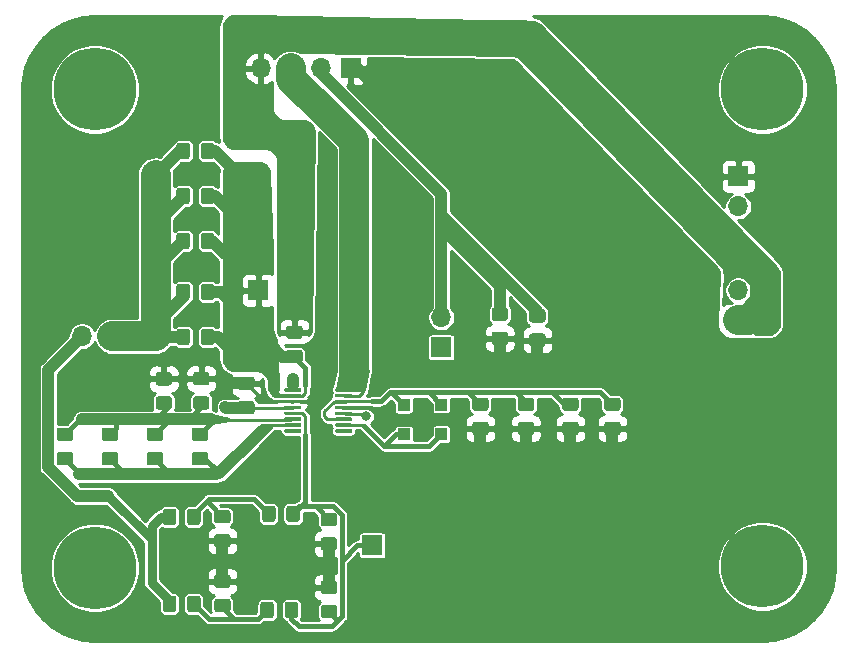
<source format=gbr>
%TF.GenerationSoftware,KiCad,Pcbnew,(5.1.9)-1*%
%TF.CreationDate,2021-07-10T09:16:25-04:00*%
%TF.ProjectId,detector_circuit_LTC6254,64657465-6374-46f7-925f-636972637569,rev?*%
%TF.SameCoordinates,Original*%
%TF.FileFunction,Copper,L1,Top*%
%TF.FilePolarity,Positive*%
%FSLAX46Y46*%
G04 Gerber Fmt 4.6, Leading zero omitted, Abs format (unit mm)*
G04 Created by KiCad (PCBNEW (5.1.9)-1) date 2021-07-10 09:16:25*
%MOMM*%
%LPD*%
G01*
G04 APERTURE LIST*
%TA.AperFunction,ComponentPad*%
%ADD10C,7.000000*%
%TD*%
%TA.AperFunction,ComponentPad*%
%ADD11R,1.700000X1.700000*%
%TD*%
%TA.AperFunction,ComponentPad*%
%ADD12O,1.700000X1.700000*%
%TD*%
%TA.AperFunction,SMDPad,CuDef*%
%ADD13R,1.000000X1.000000*%
%TD*%
%TA.AperFunction,ViaPad*%
%ADD14C,0.800000*%
%TD*%
%TA.AperFunction,Conductor*%
%ADD15C,0.420000*%
%TD*%
%TA.AperFunction,Conductor*%
%ADD16C,0.800000*%
%TD*%
%TA.AperFunction,Conductor*%
%ADD17C,1.000000*%
%TD*%
%TA.AperFunction,Conductor*%
%ADD18C,0.250000*%
%TD*%
%TA.AperFunction,Conductor*%
%ADD19C,2.500000*%
%TD*%
%TA.AperFunction,Conductor*%
%ADD20C,0.254000*%
%TD*%
%TA.AperFunction,Conductor*%
%ADD21C,0.100000*%
%TD*%
G04 APERTURE END LIST*
D10*
%TO.P,REF\u002A\u002A,1*%
%TO.N,N/C*%
X90170000Y-100457000D03*
%TD*%
%TO.P,REF\u002A\u002A,1*%
%TO.N,N/C*%
X146685000Y-100457000D03*
%TD*%
%TO.P,REF\u002A\u002A,1*%
%TO.N,N/C*%
X146685000Y-140843000D03*
%TD*%
D11*
%TO.P,TP2,1*%
%TO.N,Net-(C31-Pad2)*%
X104013000Y-117475000D03*
%TD*%
%TO.P,U1,16*%
%TO.N,/DET_ADC*%
%TA.AperFunction,SMDPad,CuDef*%
G36*
G01*
X110518000Y-125960000D02*
X110518000Y-125810000D01*
G75*
G02*
X110593000Y-125735000I75000J0D01*
G01*
X111893000Y-125735000D01*
G75*
G02*
X111968000Y-125810000I0J-75000D01*
G01*
X111968000Y-125960000D01*
G75*
G02*
X111893000Y-126035000I-75000J0D01*
G01*
X110593000Y-126035000D01*
G75*
G02*
X110518000Y-125960000I0J75000D01*
G01*
G37*
%TD.AperFunction*%
%TO.P,U1,15*%
%TA.AperFunction,SMDPad,CuDef*%
G36*
G01*
X110518000Y-126460000D02*
X110518000Y-126310000D01*
G75*
G02*
X110593000Y-126235000I75000J0D01*
G01*
X111893000Y-126235000D01*
G75*
G02*
X111968000Y-126310000I0J-75000D01*
G01*
X111968000Y-126460000D01*
G75*
G02*
X111893000Y-126535000I-75000J0D01*
G01*
X110593000Y-126535000D01*
G75*
G02*
X110518000Y-126460000I0J75000D01*
G01*
G37*
%TD.AperFunction*%
%TO.P,U1,14*%
%TO.N,Net-(C19-Pad1)*%
%TA.AperFunction,SMDPad,CuDef*%
G36*
G01*
X110518000Y-126960000D02*
X110518000Y-126810000D01*
G75*
G02*
X110593000Y-126735000I75000J0D01*
G01*
X111893000Y-126735000D01*
G75*
G02*
X111968000Y-126810000I0J-75000D01*
G01*
X111968000Y-126960000D01*
G75*
G02*
X111893000Y-127035000I-75000J0D01*
G01*
X110593000Y-127035000D01*
G75*
G02*
X110518000Y-126960000I0J75000D01*
G01*
G37*
%TD.AperFunction*%
%TO.P,U1,13*%
%TO.N,GND*%
%TA.AperFunction,SMDPad,CuDef*%
G36*
G01*
X110518000Y-127460000D02*
X110518000Y-127310000D01*
G75*
G02*
X110593000Y-127235000I75000J0D01*
G01*
X111893000Y-127235000D01*
G75*
G02*
X111968000Y-127310000I0J-75000D01*
G01*
X111968000Y-127460000D01*
G75*
G02*
X111893000Y-127535000I-75000J0D01*
G01*
X110593000Y-127535000D01*
G75*
G02*
X110518000Y-127460000I0J75000D01*
G01*
G37*
%TD.AperFunction*%
%TO.P,U1,12*%
%TO.N,Net-(C36-Pad1)*%
%TA.AperFunction,SMDPad,CuDef*%
G36*
G01*
X110518000Y-127960000D02*
X110518000Y-127810000D01*
G75*
G02*
X110593000Y-127735000I75000J0D01*
G01*
X111893000Y-127735000D01*
G75*
G02*
X111968000Y-127810000I0J-75000D01*
G01*
X111968000Y-127960000D01*
G75*
G02*
X111893000Y-128035000I-75000J0D01*
G01*
X110593000Y-128035000D01*
G75*
G02*
X110518000Y-127960000I0J75000D01*
G01*
G37*
%TD.AperFunction*%
%TO.P,U1,11*%
%TO.N,Net-(C19-Pad1)*%
%TA.AperFunction,SMDPad,CuDef*%
G36*
G01*
X110518000Y-128460000D02*
X110518000Y-128310000D01*
G75*
G02*
X110593000Y-128235000I75000J0D01*
G01*
X111893000Y-128235000D01*
G75*
G02*
X111968000Y-128310000I0J-75000D01*
G01*
X111968000Y-128460000D01*
G75*
G02*
X111893000Y-128535000I-75000J0D01*
G01*
X110593000Y-128535000D01*
G75*
G02*
X110518000Y-128460000I0J75000D01*
G01*
G37*
%TD.AperFunction*%
%TO.P,U1,10*%
%TO.N,Net-(D2-Pad2)*%
%TA.AperFunction,SMDPad,CuDef*%
G36*
G01*
X110518000Y-128960000D02*
X110518000Y-128810000D01*
G75*
G02*
X110593000Y-128735000I75000J0D01*
G01*
X111893000Y-128735000D01*
G75*
G02*
X111968000Y-128810000I0J-75000D01*
G01*
X111968000Y-128960000D01*
G75*
G02*
X111893000Y-129035000I-75000J0D01*
G01*
X110593000Y-129035000D01*
G75*
G02*
X110518000Y-128960000I0J75000D01*
G01*
G37*
%TD.AperFunction*%
%TO.P,U1,9*%
%TO.N,N/C*%
%TA.AperFunction,SMDPad,CuDef*%
G36*
G01*
X110518000Y-129460000D02*
X110518000Y-129310000D01*
G75*
G02*
X110593000Y-129235000I75000J0D01*
G01*
X111893000Y-129235000D01*
G75*
G02*
X111968000Y-129310000I0J-75000D01*
G01*
X111968000Y-129460000D01*
G75*
G02*
X111893000Y-129535000I-75000J0D01*
G01*
X110593000Y-129535000D01*
G75*
G02*
X110518000Y-129460000I0J75000D01*
G01*
G37*
%TD.AperFunction*%
%TO.P,U1,8*%
%TA.AperFunction,SMDPad,CuDef*%
G36*
G01*
X106218000Y-129460000D02*
X106218000Y-129310000D01*
G75*
G02*
X106293000Y-129235000I75000J0D01*
G01*
X107593000Y-129235000D01*
G75*
G02*
X107668000Y-129310000I0J-75000D01*
G01*
X107668000Y-129460000D01*
G75*
G02*
X107593000Y-129535000I-75000J0D01*
G01*
X106293000Y-129535000D01*
G75*
G02*
X106218000Y-129460000I0J75000D01*
G01*
G37*
%TD.AperFunction*%
%TO.P,U1,7*%
%TO.N,Net-(C36-Pad1)*%
%TA.AperFunction,SMDPad,CuDef*%
G36*
G01*
X106218000Y-128960000D02*
X106218000Y-128810000D01*
G75*
G02*
X106293000Y-128735000I75000J0D01*
G01*
X107593000Y-128735000D01*
G75*
G02*
X107668000Y-128810000I0J-75000D01*
G01*
X107668000Y-128960000D01*
G75*
G02*
X107593000Y-129035000I-75000J0D01*
G01*
X106293000Y-129035000D01*
G75*
G02*
X106218000Y-128960000I0J75000D01*
G01*
G37*
%TD.AperFunction*%
%TO.P,U1,6*%
%TO.N,Net-(C36-Pad2)*%
%TA.AperFunction,SMDPad,CuDef*%
G36*
G01*
X106218000Y-128460000D02*
X106218000Y-128310000D01*
G75*
G02*
X106293000Y-128235000I75000J0D01*
G01*
X107593000Y-128235000D01*
G75*
G02*
X107668000Y-128310000I0J-75000D01*
G01*
X107668000Y-128460000D01*
G75*
G02*
X107593000Y-128535000I-75000J0D01*
G01*
X106293000Y-128535000D01*
G75*
G02*
X106218000Y-128460000I0J75000D01*
G01*
G37*
%TD.AperFunction*%
%TO.P,U1,5*%
%TO.N,Net-(C18-Pad2)*%
%TA.AperFunction,SMDPad,CuDef*%
G36*
G01*
X106218000Y-127960000D02*
X106218000Y-127810000D01*
G75*
G02*
X106293000Y-127735000I75000J0D01*
G01*
X107593000Y-127735000D01*
G75*
G02*
X107668000Y-127810000I0J-75000D01*
G01*
X107668000Y-127960000D01*
G75*
G02*
X107593000Y-128035000I-75000J0D01*
G01*
X106293000Y-128035000D01*
G75*
G02*
X106218000Y-127960000I0J75000D01*
G01*
G37*
%TD.AperFunction*%
%TO.P,U1,4*%
%TO.N,+4.7V*%
%TA.AperFunction,SMDPad,CuDef*%
G36*
G01*
X106218000Y-127460000D02*
X106218000Y-127310000D01*
G75*
G02*
X106293000Y-127235000I75000J0D01*
G01*
X107593000Y-127235000D01*
G75*
G02*
X107668000Y-127310000I0J-75000D01*
G01*
X107668000Y-127460000D01*
G75*
G02*
X107593000Y-127535000I-75000J0D01*
G01*
X106293000Y-127535000D01*
G75*
G02*
X106218000Y-127460000I0J75000D01*
G01*
G37*
%TD.AperFunction*%
%TO.P,U1,3*%
%TO.N,GND*%
%TA.AperFunction,SMDPad,CuDef*%
G36*
G01*
X106218000Y-126960000D02*
X106218000Y-126810000D01*
G75*
G02*
X106293000Y-126735000I75000J0D01*
G01*
X107593000Y-126735000D01*
G75*
G02*
X107668000Y-126810000I0J-75000D01*
G01*
X107668000Y-126960000D01*
G75*
G02*
X107593000Y-127035000I-75000J0D01*
G01*
X106293000Y-127035000D01*
G75*
G02*
X106218000Y-126960000I0J75000D01*
G01*
G37*
%TD.AperFunction*%
%TO.P,U1,2*%
%TO.N,Net-(C31-Pad2)*%
%TA.AperFunction,SMDPad,CuDef*%
G36*
G01*
X106218000Y-126460000D02*
X106218000Y-126310000D01*
G75*
G02*
X106293000Y-126235000I75000J0D01*
G01*
X107593000Y-126235000D01*
G75*
G02*
X107668000Y-126310000I0J-75000D01*
G01*
X107668000Y-126460000D01*
G75*
G02*
X107593000Y-126535000I-75000J0D01*
G01*
X106293000Y-126535000D01*
G75*
G02*
X106218000Y-126460000I0J75000D01*
G01*
G37*
%TD.AperFunction*%
%TO.P,U1,1*%
%TO.N,Net-(C31-Pad1)*%
%TA.AperFunction,SMDPad,CuDef*%
G36*
G01*
X106218000Y-125960000D02*
X106218000Y-125810000D01*
G75*
G02*
X106293000Y-125735000I75000J0D01*
G01*
X107593000Y-125735000D01*
G75*
G02*
X107668000Y-125810000I0J-75000D01*
G01*
X107668000Y-125960000D01*
G75*
G02*
X107593000Y-126035000I-75000J0D01*
G01*
X106293000Y-126035000D01*
G75*
G02*
X106218000Y-125960000I0J75000D01*
G01*
G37*
%TD.AperFunction*%
%TD*%
%TO.P,R1,2*%
%TO.N,/SIPM_OUT*%
%TA.AperFunction,SMDPad,CuDef*%
G36*
G01*
X107511001Y-121597000D02*
X106610999Y-121597000D01*
G75*
G02*
X106361000Y-121347001I0J249999D01*
G01*
X106361000Y-120696999D01*
G75*
G02*
X106610999Y-120447000I249999J0D01*
G01*
X107511001Y-120447000D01*
G75*
G02*
X107761000Y-120696999I0J-249999D01*
G01*
X107761000Y-121347001D01*
G75*
G02*
X107511001Y-121597000I-249999J0D01*
G01*
G37*
%TD.AperFunction*%
%TO.P,R1,1*%
%TO.N,Net-(C31-Pad2)*%
%TA.AperFunction,SMDPad,CuDef*%
G36*
G01*
X107511001Y-123647000D02*
X106610999Y-123647000D01*
G75*
G02*
X106361000Y-123397001I0J249999D01*
G01*
X106361000Y-122746999D01*
G75*
G02*
X106610999Y-122497000I249999J0D01*
G01*
X107511001Y-122497000D01*
G75*
G02*
X107761000Y-122746999I0J-249999D01*
G01*
X107761000Y-123397001D01*
G75*
G02*
X107511001Y-123647000I-249999J0D01*
G01*
G37*
%TD.AperFunction*%
%TD*%
D12*
%TO.P,J3,4*%
%TO.N,/SIPM_OUT*%
X104203500Y-98679000D03*
%TO.P,J3,3*%
%TO.N,/DET_ADC*%
X106743500Y-98679000D03*
%TO.P,J3,2*%
%TO.N,/AMP_OUT*%
X109283500Y-98679000D03*
D11*
%TO.P,J3,1*%
%TO.N,GND*%
X111823500Y-98679000D03*
%TD*%
D12*
%TO.P,J2,2*%
%TO.N,N/C*%
X144653000Y-117475000D03*
D11*
%TO.P,J2,1*%
%TO.N,/SIPM_OUT*%
X144653000Y-120015000D03*
%TD*%
D12*
%TO.P,J1,2*%
%TO.N,+4.7V*%
X144653000Y-110363000D03*
D11*
%TO.P,J1,1*%
%TO.N,GND*%
X144653000Y-107823000D03*
%TD*%
D10*
%TO.P,REF\u002A\u002A,1*%
%TO.N,N/C*%
X90170000Y-140970000D03*
%TD*%
D11*
%TO.P,TP15,1*%
%TO.N,Net-(C18-Pad2)*%
X113665000Y-139065000D03*
%TD*%
%TO.P,R26,2*%
%TO.N,GND*%
%TA.AperFunction,SMDPad,CuDef*%
G36*
G01*
X99628001Y-125525000D02*
X98727999Y-125525000D01*
G75*
G02*
X98478000Y-125275001I0J249999D01*
G01*
X98478000Y-124624999D01*
G75*
G02*
X98727999Y-124375000I249999J0D01*
G01*
X99628001Y-124375000D01*
G75*
G02*
X99878000Y-124624999I0J-249999D01*
G01*
X99878000Y-125275001D01*
G75*
G02*
X99628001Y-125525000I-249999J0D01*
G01*
G37*
%TD.AperFunction*%
%TO.P,R26,1*%
%TO.N,Net-(C36-Pad2)*%
%TA.AperFunction,SMDPad,CuDef*%
G36*
G01*
X99628001Y-127575000D02*
X98727999Y-127575000D01*
G75*
G02*
X98478000Y-127325001I0J249999D01*
G01*
X98478000Y-126674999D01*
G75*
G02*
X98727999Y-126425000I249999J0D01*
G01*
X99628001Y-126425000D01*
G75*
G02*
X99878000Y-126674999I0J-249999D01*
G01*
X99878000Y-127325001D01*
G75*
G02*
X99628001Y-127575000I-249999J0D01*
G01*
G37*
%TD.AperFunction*%
%TD*%
%TO.P,R34,2*%
%TO.N,Net-(C36-Pad2)*%
%TA.AperFunction,SMDPad,CuDef*%
G36*
G01*
X95561999Y-126434000D02*
X96462001Y-126434000D01*
G75*
G02*
X96712000Y-126683999I0J-249999D01*
G01*
X96712000Y-127334001D01*
G75*
G02*
X96462001Y-127584000I-249999J0D01*
G01*
X95561999Y-127584000D01*
G75*
G02*
X95312000Y-127334001I0J249999D01*
G01*
X95312000Y-126683999D01*
G75*
G02*
X95561999Y-126434000I249999J0D01*
G01*
G37*
%TD.AperFunction*%
%TO.P,R34,1*%
%TO.N,GND*%
%TA.AperFunction,SMDPad,CuDef*%
G36*
G01*
X95561999Y-124384000D02*
X96462001Y-124384000D01*
G75*
G02*
X96712000Y-124633999I0J-249999D01*
G01*
X96712000Y-125284001D01*
G75*
G02*
X96462001Y-125534000I-249999J0D01*
G01*
X95561999Y-125534000D01*
G75*
G02*
X95312000Y-125284001I0J249999D01*
G01*
X95312000Y-124633999D01*
G75*
G02*
X95561999Y-124384000I249999J0D01*
G01*
G37*
%TD.AperFunction*%
%TD*%
D12*
%TO.P,JP1,2*%
%TO.N,/AMP_OUT*%
X119507000Y-119761000D03*
D11*
%TO.P,JP1,1*%
%TO.N,Net-(C36-Pad1)*%
X119507000Y-122301000D03*
%TD*%
%TO.P,R39,2*%
%TO.N,GND*%
%TA.AperFunction,SMDPad,CuDef*%
G36*
G01*
X133534999Y-128593000D02*
X134435001Y-128593000D01*
G75*
G02*
X134685000Y-128842999I0J-249999D01*
G01*
X134685000Y-129493001D01*
G75*
G02*
X134435001Y-129743000I-249999J0D01*
G01*
X133534999Y-129743000D01*
G75*
G02*
X133285000Y-129493001I0J249999D01*
G01*
X133285000Y-128842999D01*
G75*
G02*
X133534999Y-128593000I249999J0D01*
G01*
G37*
%TD.AperFunction*%
%TO.P,R39,1*%
%TO.N,Net-(C19-Pad1)*%
%TA.AperFunction,SMDPad,CuDef*%
G36*
G01*
X133534999Y-126543000D02*
X134435001Y-126543000D01*
G75*
G02*
X134685000Y-126792999I0J-249999D01*
G01*
X134685000Y-127443001D01*
G75*
G02*
X134435001Y-127693000I-249999J0D01*
G01*
X133534999Y-127693000D01*
G75*
G02*
X133285000Y-127443001I0J249999D01*
G01*
X133285000Y-126792999D01*
G75*
G02*
X133534999Y-126543000I249999J0D01*
G01*
G37*
%TD.AperFunction*%
%TD*%
%TO.P,C32,2*%
%TO.N,/Filter_IN*%
%TA.AperFunction,SMDPad,CuDef*%
G36*
G01*
X97077000Y-136201999D02*
X97077000Y-137102001D01*
G75*
G02*
X96827001Y-137352000I-249999J0D01*
G01*
X96176999Y-137352000D01*
G75*
G02*
X95927000Y-137102001I0J249999D01*
G01*
X95927000Y-136201999D01*
G75*
G02*
X96176999Y-135952000I249999J0D01*
G01*
X96827001Y-135952000D01*
G75*
G02*
X97077000Y-136201999I0J-249999D01*
G01*
G37*
%TD.AperFunction*%
%TO.P,C32,1*%
%TO.N,Net-(C32-Pad1)*%
%TA.AperFunction,SMDPad,CuDef*%
G36*
G01*
X99127000Y-136201999D02*
X99127000Y-137102001D01*
G75*
G02*
X98877001Y-137352000I-249999J0D01*
G01*
X98226999Y-137352000D01*
G75*
G02*
X97977000Y-137102001I0J249999D01*
G01*
X97977000Y-136201999D01*
G75*
G02*
X98226999Y-135952000I249999J0D01*
G01*
X98877001Y-135952000D01*
G75*
G02*
X99127000Y-136201999I0J-249999D01*
G01*
G37*
%TD.AperFunction*%
%TD*%
%TO.P,C27,2*%
%TO.N,GND*%
%TA.AperFunction,SMDPad,CuDef*%
G36*
G01*
X127184999Y-121109000D02*
X128085001Y-121109000D01*
G75*
G02*
X128335000Y-121358999I0J-249999D01*
G01*
X128335000Y-122009001D01*
G75*
G02*
X128085001Y-122259000I-249999J0D01*
G01*
X127184999Y-122259000D01*
G75*
G02*
X126935000Y-122009001I0J249999D01*
G01*
X126935000Y-121358999D01*
G75*
G02*
X127184999Y-121109000I249999J0D01*
G01*
G37*
%TD.AperFunction*%
%TO.P,C27,1*%
%TO.N,/AMP_OUT*%
%TA.AperFunction,SMDPad,CuDef*%
G36*
G01*
X127184999Y-119059000D02*
X128085001Y-119059000D01*
G75*
G02*
X128335000Y-119308999I0J-249999D01*
G01*
X128335000Y-119959001D01*
G75*
G02*
X128085001Y-120209000I-249999J0D01*
G01*
X127184999Y-120209000D01*
G75*
G02*
X126935000Y-119959001I0J249999D01*
G01*
X126935000Y-119308999D01*
G75*
G02*
X127184999Y-119059000I249999J0D01*
G01*
G37*
%TD.AperFunction*%
%TD*%
%TO.P,C37,2*%
%TO.N,GND*%
%TA.AperFunction,SMDPad,CuDef*%
G36*
G01*
X122358999Y-128593000D02*
X123259001Y-128593000D01*
G75*
G02*
X123509000Y-128842999I0J-249999D01*
G01*
X123509000Y-129493001D01*
G75*
G02*
X123259001Y-129743000I-249999J0D01*
G01*
X122358999Y-129743000D01*
G75*
G02*
X122109000Y-129493001I0J249999D01*
G01*
X122109000Y-128842999D01*
G75*
G02*
X122358999Y-128593000I249999J0D01*
G01*
G37*
%TD.AperFunction*%
%TO.P,C37,1*%
%TO.N,Net-(C19-Pad1)*%
%TA.AperFunction,SMDPad,CuDef*%
G36*
G01*
X122358999Y-126543000D02*
X123259001Y-126543000D01*
G75*
G02*
X123509000Y-126792999I0J-249999D01*
G01*
X123509000Y-127443001D01*
G75*
G02*
X123259001Y-127693000I-249999J0D01*
G01*
X122358999Y-127693000D01*
G75*
G02*
X122109000Y-127443001I0J249999D01*
G01*
X122109000Y-126792999D01*
G75*
G02*
X122358999Y-126543000I249999J0D01*
G01*
G37*
%TD.AperFunction*%
%TD*%
%TO.P,R42,2*%
%TO.N,GND*%
%TA.AperFunction,SMDPad,CuDef*%
G36*
G01*
X124009999Y-120964000D02*
X124910001Y-120964000D01*
G75*
G02*
X125160000Y-121213999I0J-249999D01*
G01*
X125160000Y-121864001D01*
G75*
G02*
X124910001Y-122114000I-249999J0D01*
G01*
X124009999Y-122114000D01*
G75*
G02*
X123760000Y-121864001I0J249999D01*
G01*
X123760000Y-121213999D01*
G75*
G02*
X124009999Y-120964000I249999J0D01*
G01*
G37*
%TD.AperFunction*%
%TO.P,R42,1*%
%TO.N,/AMP_OUT*%
%TA.AperFunction,SMDPad,CuDef*%
G36*
G01*
X124009999Y-118914000D02*
X124910001Y-118914000D01*
G75*
G02*
X125160000Y-119163999I0J-249999D01*
G01*
X125160000Y-119814001D01*
G75*
G02*
X124910001Y-120064000I-249999J0D01*
G01*
X124009999Y-120064000D01*
G75*
G02*
X123760000Y-119814001I0J249999D01*
G01*
X123760000Y-119163999D01*
G75*
G02*
X124009999Y-118914000I249999J0D01*
G01*
G37*
%TD.AperFunction*%
%TD*%
D13*
%TO.P,D2,2*%
%TO.N,Net-(D2-Pad2)*%
X119507000Y-129647000D03*
%TO.P,D2,1*%
%TO.N,Net-(C19-Pad1)*%
X119507000Y-127147000D03*
%TD*%
D11*
%TO.P,TP1,1*%
%TO.N,/DET_ADC*%
X112141000Y-117475000D03*
%TD*%
D12*
%TO.P,JP5,2*%
%TO.N,/Filter_IN*%
X89090500Y-121348500D03*
D11*
%TO.P,JP5,1*%
%TO.N,Net-(C31-Pad1)*%
X91630500Y-121348500D03*
%TD*%
%TO.P,R40,2*%
%TO.N,Net-(C31-Pad2)*%
%TA.AperFunction,SMDPad,CuDef*%
G36*
G01*
X99129000Y-121862001D02*
X99129000Y-120961999D01*
G75*
G02*
X99378999Y-120712000I249999J0D01*
G01*
X100029001Y-120712000D01*
G75*
G02*
X100279000Y-120961999I0J-249999D01*
G01*
X100279000Y-121862001D01*
G75*
G02*
X100029001Y-122112000I-249999J0D01*
G01*
X99378999Y-122112000D01*
G75*
G02*
X99129000Y-121862001I0J249999D01*
G01*
G37*
%TD.AperFunction*%
%TO.P,R40,1*%
%TO.N,Net-(C31-Pad1)*%
%TA.AperFunction,SMDPad,CuDef*%
G36*
G01*
X97079000Y-121862001D02*
X97079000Y-120961999D01*
G75*
G02*
X97328999Y-120712000I249999J0D01*
G01*
X97979001Y-120712000D01*
G75*
G02*
X98229000Y-120961999I0J-249999D01*
G01*
X98229000Y-121862001D01*
G75*
G02*
X97979001Y-122112000I-249999J0D01*
G01*
X97328999Y-122112000D01*
G75*
G02*
X97079000Y-121862001I0J249999D01*
G01*
G37*
%TD.AperFunction*%
%TD*%
%TO.P,R36,2*%
%TO.N,Net-(C36-Pad2)*%
%TA.AperFunction,SMDPad,CuDef*%
G36*
G01*
X91890001Y-130242000D02*
X90989999Y-130242000D01*
G75*
G02*
X90740000Y-129992001I0J249999D01*
G01*
X90740000Y-129341999D01*
G75*
G02*
X90989999Y-129092000I249999J0D01*
G01*
X91890001Y-129092000D01*
G75*
G02*
X92140000Y-129341999I0J-249999D01*
G01*
X92140000Y-129992001D01*
G75*
G02*
X91890001Y-130242000I-249999J0D01*
G01*
G37*
%TD.AperFunction*%
%TO.P,R36,1*%
%TO.N,Net-(C36-Pad1)*%
%TA.AperFunction,SMDPad,CuDef*%
G36*
G01*
X91890001Y-132292000D02*
X90989999Y-132292000D01*
G75*
G02*
X90740000Y-132042001I0J249999D01*
G01*
X90740000Y-131391999D01*
G75*
G02*
X90989999Y-131142000I249999J0D01*
G01*
X91890001Y-131142000D01*
G75*
G02*
X92140000Y-131391999I0J-249999D01*
G01*
X92140000Y-132042001D01*
G75*
G02*
X91890001Y-132292000I-249999J0D01*
G01*
G37*
%TD.AperFunction*%
%TD*%
%TO.P,R35,2*%
%TO.N,Net-(C36-Pad2)*%
%TA.AperFunction,SMDPad,CuDef*%
G36*
G01*
X88080001Y-130242000D02*
X87179999Y-130242000D01*
G75*
G02*
X86930000Y-129992001I0J249999D01*
G01*
X86930000Y-129341999D01*
G75*
G02*
X87179999Y-129092000I249999J0D01*
G01*
X88080001Y-129092000D01*
G75*
G02*
X88330000Y-129341999I0J-249999D01*
G01*
X88330000Y-129992001D01*
G75*
G02*
X88080001Y-130242000I-249999J0D01*
G01*
G37*
%TD.AperFunction*%
%TO.P,R35,1*%
%TO.N,Net-(C36-Pad1)*%
%TA.AperFunction,SMDPad,CuDef*%
G36*
G01*
X88080001Y-132292000D02*
X87179999Y-132292000D01*
G75*
G02*
X86930000Y-132042001I0J249999D01*
G01*
X86930000Y-131391999D01*
G75*
G02*
X87179999Y-131142000I249999J0D01*
G01*
X88080001Y-131142000D01*
G75*
G02*
X88330000Y-131391999I0J-249999D01*
G01*
X88330000Y-132042001D01*
G75*
G02*
X88080001Y-132292000I-249999J0D01*
G01*
G37*
%TD.AperFunction*%
%TD*%
%TO.P,R33,1*%
%TO.N,Net-(C18-Pad2)*%
%TA.AperFunction,SMDPad,CuDef*%
G36*
G01*
X107382000Y-144075999D02*
X107382000Y-144976001D01*
G75*
G02*
X107132001Y-145226000I-249999J0D01*
G01*
X106481999Y-145226000D01*
G75*
G02*
X106232000Y-144976001I0J249999D01*
G01*
X106232000Y-144075999D01*
G75*
G02*
X106481999Y-143826000I249999J0D01*
G01*
X107132001Y-143826000D01*
G75*
G02*
X107382000Y-144075999I0J-249999D01*
G01*
G37*
%TD.AperFunction*%
%TO.P,R33,2*%
%TO.N,Net-(C17-Pad1)*%
%TA.AperFunction,SMDPad,CuDef*%
G36*
G01*
X105332000Y-144075999D02*
X105332000Y-144976001D01*
G75*
G02*
X105082001Y-145226000I-249999J0D01*
G01*
X104431999Y-145226000D01*
G75*
G02*
X104182000Y-144976001I0J249999D01*
G01*
X104182000Y-144075999D01*
G75*
G02*
X104431999Y-143826000I249999J0D01*
G01*
X105082001Y-143826000D01*
G75*
G02*
X105332000Y-144075999I0J-249999D01*
G01*
G37*
%TD.AperFunction*%
%TD*%
%TO.P,R32,2*%
%TO.N,GND*%
%TA.AperFunction,SMDPad,CuDef*%
G36*
G01*
X101415001Y-142679000D02*
X100514999Y-142679000D01*
G75*
G02*
X100265000Y-142429001I0J249999D01*
G01*
X100265000Y-141778999D01*
G75*
G02*
X100514999Y-141529000I249999J0D01*
G01*
X101415001Y-141529000D01*
G75*
G02*
X101665000Y-141778999I0J-249999D01*
G01*
X101665000Y-142429001D01*
G75*
G02*
X101415001Y-142679000I-249999J0D01*
G01*
G37*
%TD.AperFunction*%
%TO.P,R32,1*%
%TO.N,Net-(C17-Pad1)*%
%TA.AperFunction,SMDPad,CuDef*%
G36*
G01*
X101415001Y-144729000D02*
X100514999Y-144729000D01*
G75*
G02*
X100265000Y-144479001I0J249999D01*
G01*
X100265000Y-143828999D01*
G75*
G02*
X100514999Y-143579000I249999J0D01*
G01*
X101415001Y-143579000D01*
G75*
G02*
X101665000Y-143828999I0J-249999D01*
G01*
X101665000Y-144479001D01*
G75*
G02*
X101415001Y-144729000I-249999J0D01*
G01*
G37*
%TD.AperFunction*%
%TD*%
%TO.P,R31,2*%
%TO.N,Net-(C31-Pad2)*%
%TA.AperFunction,SMDPad,CuDef*%
G36*
G01*
X99129000Y-113734001D02*
X99129000Y-112833999D01*
G75*
G02*
X99378999Y-112584000I249999J0D01*
G01*
X100029001Y-112584000D01*
G75*
G02*
X100279000Y-112833999I0J-249999D01*
G01*
X100279000Y-113734001D01*
G75*
G02*
X100029001Y-113984000I-249999J0D01*
G01*
X99378999Y-113984000D01*
G75*
G02*
X99129000Y-113734001I0J249999D01*
G01*
G37*
%TD.AperFunction*%
%TO.P,R31,1*%
%TO.N,Net-(C31-Pad1)*%
%TA.AperFunction,SMDPad,CuDef*%
G36*
G01*
X97079000Y-113734001D02*
X97079000Y-112833999D01*
G75*
G02*
X97328999Y-112584000I249999J0D01*
G01*
X97979001Y-112584000D01*
G75*
G02*
X98229000Y-112833999I0J-249999D01*
G01*
X98229000Y-113734001D01*
G75*
G02*
X97979001Y-113984000I-249999J0D01*
G01*
X97328999Y-113984000D01*
G75*
G02*
X97079000Y-113734001I0J249999D01*
G01*
G37*
%TD.AperFunction*%
%TD*%
%TO.P,R30,2*%
%TO.N,GND*%
%TA.AperFunction,SMDPad,CuDef*%
G36*
G01*
X126219799Y-128593000D02*
X127119801Y-128593000D01*
G75*
G02*
X127369800Y-128842999I0J-249999D01*
G01*
X127369800Y-129493001D01*
G75*
G02*
X127119801Y-129743000I-249999J0D01*
G01*
X126219799Y-129743000D01*
G75*
G02*
X125969800Y-129493001I0J249999D01*
G01*
X125969800Y-128842999D01*
G75*
G02*
X126219799Y-128593000I249999J0D01*
G01*
G37*
%TD.AperFunction*%
%TO.P,R30,1*%
%TO.N,Net-(C19-Pad1)*%
%TA.AperFunction,SMDPad,CuDef*%
G36*
G01*
X126219799Y-126543000D02*
X127119801Y-126543000D01*
G75*
G02*
X127369800Y-126792999I0J-249999D01*
G01*
X127369800Y-127443001D01*
G75*
G02*
X127119801Y-127693000I-249999J0D01*
G01*
X126219799Y-127693000D01*
G75*
G02*
X125969800Y-127443001I0J249999D01*
G01*
X125969800Y-126792999D01*
G75*
G02*
X126219799Y-126543000I249999J0D01*
G01*
G37*
%TD.AperFunction*%
%TD*%
%TO.P,R27,2*%
%TO.N,Net-(C36-Pad2)*%
%TA.AperFunction,SMDPad,CuDef*%
G36*
G01*
X99510001Y-130242000D02*
X98609999Y-130242000D01*
G75*
G02*
X98360000Y-129992001I0J249999D01*
G01*
X98360000Y-129341999D01*
G75*
G02*
X98609999Y-129092000I249999J0D01*
G01*
X99510001Y-129092000D01*
G75*
G02*
X99760000Y-129341999I0J-249999D01*
G01*
X99760000Y-129992001D01*
G75*
G02*
X99510001Y-130242000I-249999J0D01*
G01*
G37*
%TD.AperFunction*%
%TO.P,R27,1*%
%TO.N,Net-(C36-Pad1)*%
%TA.AperFunction,SMDPad,CuDef*%
G36*
G01*
X99510001Y-132292000D02*
X98609999Y-132292000D01*
G75*
G02*
X98360000Y-132042001I0J249999D01*
G01*
X98360000Y-131391999D01*
G75*
G02*
X98609999Y-131142000I249999J0D01*
G01*
X99510001Y-131142000D01*
G75*
G02*
X99760000Y-131391999I0J-249999D01*
G01*
X99760000Y-132042001D01*
G75*
G02*
X99510001Y-132292000I-249999J0D01*
G01*
G37*
%TD.AperFunction*%
%TD*%
%TO.P,R25,2*%
%TO.N,Net-(C32-Pad1)*%
%TA.AperFunction,SMDPad,CuDef*%
G36*
G01*
X105477000Y-135947999D02*
X105477000Y-136848001D01*
G75*
G02*
X105227001Y-137098000I-249999J0D01*
G01*
X104576999Y-137098000D01*
G75*
G02*
X104327000Y-136848001I0J249999D01*
G01*
X104327000Y-135947999D01*
G75*
G02*
X104576999Y-135698000I249999J0D01*
G01*
X105227001Y-135698000D01*
G75*
G02*
X105477000Y-135947999I0J-249999D01*
G01*
G37*
%TD.AperFunction*%
%TO.P,R25,1*%
%TO.N,Net-(C18-Pad2)*%
%TA.AperFunction,SMDPad,CuDef*%
G36*
G01*
X107527000Y-135947999D02*
X107527000Y-136848001D01*
G75*
G02*
X107277001Y-137098000I-249999J0D01*
G01*
X106626999Y-137098000D01*
G75*
G02*
X106377000Y-136848001I0J249999D01*
G01*
X106377000Y-135947999D01*
G75*
G02*
X106626999Y-135698000I249999J0D01*
G01*
X107277001Y-135698000D01*
G75*
G02*
X107527000Y-135947999I0J-249999D01*
G01*
G37*
%TD.AperFunction*%
%TD*%
%TO.P,R24,2*%
%TO.N,GND*%
%TA.AperFunction,SMDPad,CuDef*%
G36*
G01*
X100514999Y-138109000D02*
X101415001Y-138109000D01*
G75*
G02*
X101665000Y-138358999I0J-249999D01*
G01*
X101665000Y-139009001D01*
G75*
G02*
X101415001Y-139259000I-249999J0D01*
G01*
X100514999Y-139259000D01*
G75*
G02*
X100265000Y-139009001I0J249999D01*
G01*
X100265000Y-138358999D01*
G75*
G02*
X100514999Y-138109000I249999J0D01*
G01*
G37*
%TD.AperFunction*%
%TO.P,R24,1*%
%TO.N,Net-(C32-Pad1)*%
%TA.AperFunction,SMDPad,CuDef*%
G36*
G01*
X100514999Y-136059000D02*
X101415001Y-136059000D01*
G75*
G02*
X101665000Y-136308999I0J-249999D01*
G01*
X101665000Y-136959001D01*
G75*
G02*
X101415001Y-137209000I-249999J0D01*
G01*
X100514999Y-137209000D01*
G75*
G02*
X100265000Y-136959001I0J249999D01*
G01*
X100265000Y-136308999D01*
G75*
G02*
X100514999Y-136059000I249999J0D01*
G01*
G37*
%TD.AperFunction*%
%TD*%
%TO.P,R17,2*%
%TO.N,Net-(C31-Pad2)*%
%TA.AperFunction,SMDPad,CuDef*%
G36*
G01*
X99129000Y-109924001D02*
X99129000Y-109023999D01*
G75*
G02*
X99378999Y-108774000I249999J0D01*
G01*
X100029001Y-108774000D01*
G75*
G02*
X100279000Y-109023999I0J-249999D01*
G01*
X100279000Y-109924001D01*
G75*
G02*
X100029001Y-110174000I-249999J0D01*
G01*
X99378999Y-110174000D01*
G75*
G02*
X99129000Y-109924001I0J249999D01*
G01*
G37*
%TD.AperFunction*%
%TO.P,R17,1*%
%TO.N,Net-(C31-Pad1)*%
%TA.AperFunction,SMDPad,CuDef*%
G36*
G01*
X97079000Y-109924001D02*
X97079000Y-109023999D01*
G75*
G02*
X97328999Y-108774000I249999J0D01*
G01*
X97979001Y-108774000D01*
G75*
G02*
X98229000Y-109023999I0J-249999D01*
G01*
X98229000Y-109924001D01*
G75*
G02*
X97979001Y-110174000I-249999J0D01*
G01*
X97328999Y-110174000D01*
G75*
G02*
X97079000Y-109924001I0J249999D01*
G01*
G37*
%TD.AperFunction*%
%TD*%
%TO.P,R16,2*%
%TO.N,Net-(C31-Pad2)*%
%TA.AperFunction,SMDPad,CuDef*%
G36*
G01*
X99129000Y-106114001D02*
X99129000Y-105213999D01*
G75*
G02*
X99378999Y-104964000I249999J0D01*
G01*
X100029001Y-104964000D01*
G75*
G02*
X100279000Y-105213999I0J-249999D01*
G01*
X100279000Y-106114001D01*
G75*
G02*
X100029001Y-106364000I-249999J0D01*
G01*
X99378999Y-106364000D01*
G75*
G02*
X99129000Y-106114001I0J249999D01*
G01*
G37*
%TD.AperFunction*%
%TO.P,R16,1*%
%TO.N,Net-(C31-Pad1)*%
%TA.AperFunction,SMDPad,CuDef*%
G36*
G01*
X97079000Y-106114001D02*
X97079000Y-105213999D01*
G75*
G02*
X97328999Y-104964000I249999J0D01*
G01*
X97979001Y-104964000D01*
G75*
G02*
X98229000Y-105213999I0J-249999D01*
G01*
X98229000Y-106114001D01*
G75*
G02*
X97979001Y-106364000I-249999J0D01*
G01*
X97328999Y-106364000D01*
G75*
G02*
X97079000Y-106114001I0J249999D01*
G01*
G37*
%TD.AperFunction*%
%TD*%
D13*
%TO.P,D6,2*%
%TO.N,Net-(D2-Pad2)*%
X116332000Y-129667000D03*
%TO.P,D6,1*%
%TO.N,Net-(C19-Pad1)*%
X116332000Y-127167000D03*
%TD*%
%TO.P,C39,2*%
%TO.N,GND*%
%TA.AperFunction,SMDPad,CuDef*%
G36*
G01*
X103447001Y-125924000D02*
X102546999Y-125924000D01*
G75*
G02*
X102297000Y-125674001I0J249999D01*
G01*
X102297000Y-125023999D01*
G75*
G02*
X102546999Y-124774000I249999J0D01*
G01*
X103447001Y-124774000D01*
G75*
G02*
X103697000Y-125023999I0J-249999D01*
G01*
X103697000Y-125674001D01*
G75*
G02*
X103447001Y-125924000I-249999J0D01*
G01*
G37*
%TD.AperFunction*%
%TO.P,C39,1*%
%TO.N,+4.7V*%
%TA.AperFunction,SMDPad,CuDef*%
G36*
G01*
X103447001Y-127974000D02*
X102546999Y-127974000D01*
G75*
G02*
X102297000Y-127724001I0J249999D01*
G01*
X102297000Y-127073999D01*
G75*
G02*
X102546999Y-126824000I249999J0D01*
G01*
X103447001Y-126824000D01*
G75*
G02*
X103697000Y-127073999I0J-249999D01*
G01*
X103697000Y-127724001D01*
G75*
G02*
X103447001Y-127974000I-249999J0D01*
G01*
G37*
%TD.AperFunction*%
%TD*%
%TO.P,C36,2*%
%TO.N,Net-(C36-Pad2)*%
%TA.AperFunction,SMDPad,CuDef*%
G36*
G01*
X95700001Y-130242000D02*
X94799999Y-130242000D01*
G75*
G02*
X94550000Y-129992001I0J249999D01*
G01*
X94550000Y-129341999D01*
G75*
G02*
X94799999Y-129092000I249999J0D01*
G01*
X95700001Y-129092000D01*
G75*
G02*
X95950000Y-129341999I0J-249999D01*
G01*
X95950000Y-129992001D01*
G75*
G02*
X95700001Y-130242000I-249999J0D01*
G01*
G37*
%TD.AperFunction*%
%TO.P,C36,1*%
%TO.N,Net-(C36-Pad1)*%
%TA.AperFunction,SMDPad,CuDef*%
G36*
G01*
X95700001Y-132292000D02*
X94799999Y-132292000D01*
G75*
G02*
X94550000Y-132042001I0J249999D01*
G01*
X94550000Y-131391999D01*
G75*
G02*
X94799999Y-131142000I249999J0D01*
G01*
X95700001Y-131142000D01*
G75*
G02*
X95950000Y-131391999I0J-249999D01*
G01*
X95950000Y-132042001D01*
G75*
G02*
X95700001Y-132292000I-249999J0D01*
G01*
G37*
%TD.AperFunction*%
%TD*%
%TO.P,C33,2*%
%TO.N,Net-(C18-Pad2)*%
%TA.AperFunction,SMDPad,CuDef*%
G36*
G01*
X110432001Y-137463000D02*
X109531999Y-137463000D01*
G75*
G02*
X109282000Y-137213001I0J249999D01*
G01*
X109282000Y-136562999D01*
G75*
G02*
X109531999Y-136313000I249999J0D01*
G01*
X110432001Y-136313000D01*
G75*
G02*
X110682000Y-136562999I0J-249999D01*
G01*
X110682000Y-137213001D01*
G75*
G02*
X110432001Y-137463000I-249999J0D01*
G01*
G37*
%TD.AperFunction*%
%TO.P,C33,1*%
%TO.N,GND*%
%TA.AperFunction,SMDPad,CuDef*%
G36*
G01*
X110432001Y-139513000D02*
X109531999Y-139513000D01*
G75*
G02*
X109282000Y-139263001I0J249999D01*
G01*
X109282000Y-138612999D01*
G75*
G02*
X109531999Y-138363000I249999J0D01*
G01*
X110432001Y-138363000D01*
G75*
G02*
X110682000Y-138612999I0J-249999D01*
G01*
X110682000Y-139263001D01*
G75*
G02*
X110432001Y-139513000I-249999J0D01*
G01*
G37*
%TD.AperFunction*%
%TD*%
%TO.P,C31,2*%
%TO.N,Net-(C31-Pad2)*%
%TA.AperFunction,SMDPad,CuDef*%
G36*
G01*
X99129000Y-118052001D02*
X99129000Y-117151999D01*
G75*
G02*
X99378999Y-116902000I249999J0D01*
G01*
X100029001Y-116902000D01*
G75*
G02*
X100279000Y-117151999I0J-249999D01*
G01*
X100279000Y-118052001D01*
G75*
G02*
X100029001Y-118302000I-249999J0D01*
G01*
X99378999Y-118302000D01*
G75*
G02*
X99129000Y-118052001I0J249999D01*
G01*
G37*
%TD.AperFunction*%
%TO.P,C31,1*%
%TO.N,Net-(C31-Pad1)*%
%TA.AperFunction,SMDPad,CuDef*%
G36*
G01*
X97079000Y-118052001D02*
X97079000Y-117151999D01*
G75*
G02*
X97328999Y-116902000I249999J0D01*
G01*
X97979001Y-116902000D01*
G75*
G02*
X98229000Y-117151999I0J-249999D01*
G01*
X98229000Y-118052001D01*
G75*
G02*
X97979001Y-118302000I-249999J0D01*
G01*
X97328999Y-118302000D01*
G75*
G02*
X97079000Y-118052001I0J249999D01*
G01*
G37*
%TD.AperFunction*%
%TD*%
%TO.P,C19,2*%
%TO.N,GND*%
%TA.AperFunction,SMDPad,CuDef*%
G36*
G01*
X129978999Y-128593000D02*
X130879001Y-128593000D01*
G75*
G02*
X131129000Y-128842999I0J-249999D01*
G01*
X131129000Y-129493001D01*
G75*
G02*
X130879001Y-129743000I-249999J0D01*
G01*
X129978999Y-129743000D01*
G75*
G02*
X129729000Y-129493001I0J249999D01*
G01*
X129729000Y-128842999D01*
G75*
G02*
X129978999Y-128593000I249999J0D01*
G01*
G37*
%TD.AperFunction*%
%TO.P,C19,1*%
%TO.N,Net-(C19-Pad1)*%
%TA.AperFunction,SMDPad,CuDef*%
G36*
G01*
X129978999Y-126543000D02*
X130879001Y-126543000D01*
G75*
G02*
X131129000Y-126792999I0J-249999D01*
G01*
X131129000Y-127443001D01*
G75*
G02*
X130879001Y-127693000I-249999J0D01*
G01*
X129978999Y-127693000D01*
G75*
G02*
X129729000Y-127443001I0J249999D01*
G01*
X129729000Y-126792999D01*
G75*
G02*
X129978999Y-126543000I249999J0D01*
G01*
G37*
%TD.AperFunction*%
%TD*%
%TO.P,C18,1*%
%TO.N,GND*%
%TA.AperFunction,SMDPad,CuDef*%
G36*
G01*
X109531999Y-142037000D02*
X110432001Y-142037000D01*
G75*
G02*
X110682000Y-142286999I0J-249999D01*
G01*
X110682000Y-142937001D01*
G75*
G02*
X110432001Y-143187000I-249999J0D01*
G01*
X109531999Y-143187000D01*
G75*
G02*
X109282000Y-142937001I0J249999D01*
G01*
X109282000Y-142286999D01*
G75*
G02*
X109531999Y-142037000I249999J0D01*
G01*
G37*
%TD.AperFunction*%
%TO.P,C18,2*%
%TO.N,Net-(C18-Pad2)*%
%TA.AperFunction,SMDPad,CuDef*%
G36*
G01*
X109531999Y-144087000D02*
X110432001Y-144087000D01*
G75*
G02*
X110682000Y-144336999I0J-249999D01*
G01*
X110682000Y-144987001D01*
G75*
G02*
X110432001Y-145237000I-249999J0D01*
G01*
X109531999Y-145237000D01*
G75*
G02*
X109282000Y-144987001I0J249999D01*
G01*
X109282000Y-144336999D01*
G75*
G02*
X109531999Y-144087000I249999J0D01*
G01*
G37*
%TD.AperFunction*%
%TD*%
%TO.P,C17,2*%
%TO.N,/Filter_IN*%
%TA.AperFunction,SMDPad,CuDef*%
G36*
G01*
X97077000Y-143567999D02*
X97077000Y-144468001D01*
G75*
G02*
X96827001Y-144718000I-249999J0D01*
G01*
X96176999Y-144718000D01*
G75*
G02*
X95927000Y-144468001I0J249999D01*
G01*
X95927000Y-143567999D01*
G75*
G02*
X96176999Y-143318000I249999J0D01*
G01*
X96827001Y-143318000D01*
G75*
G02*
X97077000Y-143567999I0J-249999D01*
G01*
G37*
%TD.AperFunction*%
%TO.P,C17,1*%
%TO.N,Net-(C17-Pad1)*%
%TA.AperFunction,SMDPad,CuDef*%
G36*
G01*
X99127000Y-143567999D02*
X99127000Y-144468001D01*
G75*
G02*
X98877001Y-144718000I-249999J0D01*
G01*
X98226999Y-144718000D01*
G75*
G02*
X97977000Y-144468001I0J249999D01*
G01*
X97977000Y-143567999D01*
G75*
G02*
X98226999Y-143318000I249999J0D01*
G01*
X98877001Y-143318000D01*
G75*
G02*
X99127000Y-143567999I0J-249999D01*
G01*
G37*
%TD.AperFunction*%
%TD*%
D14*
%TO.N,GND*%
X124460000Y-123190000D03*
X109982000Y-140589000D03*
X100965000Y-140589000D03*
X101219000Y-125349000D03*
X127635000Y-123190000D03*
X114173000Y-100520500D03*
X114681000Y-127635000D03*
X126669800Y-131394200D03*
X122809000Y-131191000D03*
X130429000Y-131191000D03*
X133985000Y-131191000D03*
%TO.N,Net-(C31-Pad1)*%
X106943000Y-124959000D03*
%TO.N,Net-(C36-Pad1)*%
X113157000Y-128143000D03*
X103886000Y-129794000D03*
%TO.N,+4.7V*%
X101219000Y-127381000D03*
%TD*%
D15*
%TO.N,GND*%
X126415800Y-129117200D02*
X126787800Y-129117200D01*
D16*
X102870000Y-125476000D02*
X102997000Y-125349000D01*
D17*
X100965000Y-138684000D02*
X100965000Y-142104000D01*
X109982000Y-138938000D02*
X109982000Y-142612000D01*
X124460000Y-121539000D02*
X124460000Y-123190000D01*
X127635000Y-121684000D02*
X127635000Y-123190000D01*
X111823500Y-98679000D02*
X112331500Y-98679000D01*
X112331500Y-98679000D02*
X114173000Y-100520500D01*
X114173000Y-100520500D02*
X114173000Y-100520500D01*
X102997000Y-125349000D02*
X101219000Y-125349000D01*
D18*
X106943000Y-126885000D02*
X106819000Y-126885000D01*
X104508010Y-126860010D02*
X102997000Y-125349000D01*
X106794010Y-126860010D02*
X104508010Y-126860010D01*
X106819000Y-126885000D02*
X106794010Y-126860010D01*
D17*
X130429000Y-129168000D02*
X130429000Y-131191000D01*
X122809000Y-129168000D02*
X122809000Y-131191000D01*
X126669800Y-129168000D02*
X126669800Y-131394200D01*
X126669800Y-131394200D02*
X126669800Y-131495800D01*
X122809000Y-131191000D02*
X122809000Y-131191000D01*
X130429000Y-131191000D02*
X130429000Y-131191000D01*
X133985000Y-129168000D02*
X133985000Y-131191000D01*
X133985000Y-131191000D02*
X133985000Y-131191000D01*
D18*
X113430402Y-127395020D02*
X114441020Y-127395020D01*
X114441020Y-127395020D02*
X114681000Y-127635000D01*
X113420382Y-127385000D02*
X113430402Y-127395020D01*
X111243000Y-127385000D02*
X113420382Y-127385000D01*
D15*
%TO.N,Net-(C17-Pad1)*%
X98552000Y-144018000D02*
X99822000Y-145288000D01*
X103995000Y-145288000D02*
X104757000Y-144526000D01*
X101972000Y-145288000D02*
X101092000Y-144408000D01*
X102108000Y-145288000D02*
X101972000Y-145288000D01*
X102108000Y-145288000D02*
X103995000Y-145288000D01*
X99822000Y-145288000D02*
X102108000Y-145288000D01*
%TO.N,Net-(C18-Pad2)*%
X106952000Y-136398000D02*
X106952000Y-136253000D01*
X106952000Y-136253000D02*
X107442000Y-135763000D01*
X108857000Y-135763000D02*
X109982000Y-136888000D01*
X107442000Y-135763000D02*
X108857000Y-135763000D01*
X111092010Y-137998010D02*
X111092010Y-137954990D01*
X111092010Y-137998010D02*
X111092010Y-139286010D01*
X111092010Y-145066990D02*
X111092010Y-143551990D01*
X111092010Y-140367990D02*
X111092010Y-140843000D01*
X112395000Y-139065000D02*
X111092010Y-140367990D01*
X113665000Y-139065000D02*
X112395000Y-139065000D01*
X111092010Y-139286010D02*
X111092010Y-140843000D01*
X111092010Y-140843000D02*
X111092010Y-143551990D01*
X110605372Y-145285372D02*
X109982000Y-144662000D01*
X110873628Y-145285372D02*
X110605372Y-145285372D01*
X111092010Y-145066990D02*
X110873628Y-145285372D01*
X106807000Y-145288000D02*
X106807000Y-144526000D01*
X107442000Y-145923000D02*
X106807000Y-145288000D01*
X111092010Y-145066990D02*
X110236000Y-145923000D01*
X110236000Y-145923000D02*
X107442000Y-145923000D01*
X108414980Y-135763000D02*
X110363000Y-135763000D01*
D18*
X107733702Y-127885000D02*
X107993010Y-128144308D01*
X106943000Y-127885000D02*
X107733702Y-127885000D01*
D15*
X106952000Y-136398000D02*
X107993010Y-135356990D01*
X107993010Y-135356990D02*
X107993010Y-129750990D01*
D18*
X107993010Y-128144308D02*
X107993010Y-129750990D01*
D15*
X111092010Y-136492010D02*
X110363000Y-135763000D01*
X111092010Y-137998010D02*
X111092010Y-136492010D01*
D18*
%TO.N,Net-(C19-Pad1)*%
X111243000Y-128385000D02*
X109843000Y-128385000D01*
X109843000Y-128385000D02*
X109601000Y-128143000D01*
X109601000Y-128143000D02*
X109601000Y-127686318D01*
X110402318Y-126885000D02*
X111243000Y-126885000D01*
X109601000Y-127686318D02*
X110402318Y-126885000D01*
X111415990Y-126860010D02*
X114439990Y-126860010D01*
X111391000Y-126885000D02*
X111415990Y-126860010D01*
X111243000Y-126885000D02*
X111391000Y-126885000D01*
D15*
X115276000Y-126111000D02*
X116332000Y-127167000D01*
X115189000Y-126111000D02*
X115276000Y-126111000D01*
X118471000Y-126111000D02*
X119507000Y-127147000D01*
X115189000Y-126111000D02*
X118471000Y-126111000D01*
X115189000Y-126111000D02*
X114439990Y-126860010D01*
X114439990Y-126860010D02*
X113652010Y-126860010D01*
X132978000Y-126111000D02*
X133985000Y-127118000D01*
X129912000Y-127118000D02*
X128905000Y-126111000D01*
X130429000Y-127118000D02*
X129912000Y-127118000D01*
X128905000Y-126111000D02*
X132978000Y-126111000D01*
X126669800Y-126923800D02*
X125857000Y-126111000D01*
X126669800Y-127118000D02*
X126669800Y-126923800D01*
X125857000Y-126111000D02*
X128905000Y-126111000D01*
X122800000Y-127118000D02*
X121793000Y-126111000D01*
X122809000Y-127118000D02*
X122800000Y-127118000D01*
X121793000Y-126111000D02*
X125857000Y-126111000D01*
X118471000Y-126111000D02*
X121793000Y-126111000D01*
D18*
%TO.N,Net-(C31-Pad1)*%
X106943000Y-124959000D02*
X106943000Y-124959000D01*
D17*
X106943000Y-124959000D02*
X106943000Y-125467000D01*
D18*
X106943000Y-125885000D02*
X106943000Y-125467000D01*
D19*
X91630500Y-121348500D02*
X95313500Y-121348500D01*
D17*
X97345500Y-105664000D02*
X95313500Y-107696000D01*
X97654000Y-105664000D02*
X97345500Y-105664000D01*
X97654000Y-109474000D02*
X97654000Y-109546500D01*
D19*
X95313500Y-111887000D02*
X95313500Y-107696000D01*
D17*
X97654000Y-109546500D02*
X95313500Y-111887000D01*
X97599500Y-113284000D02*
X95313500Y-115570000D01*
X97654000Y-113284000D02*
X97599500Y-113284000D01*
D19*
X95313500Y-115570000D02*
X95313500Y-111887000D01*
D17*
X97654000Y-117992000D02*
X95313500Y-120332500D01*
X97654000Y-117602000D02*
X97654000Y-117992000D01*
D19*
X95313500Y-120332500D02*
X95313500Y-115570000D01*
X95313500Y-121348500D02*
X95313500Y-120332500D01*
D17*
X95377000Y-121412000D02*
X95313500Y-121348500D01*
X97654000Y-121412000D02*
X95377000Y-121412000D01*
D15*
%TO.N,Net-(C32-Pad1)*%
X101092000Y-136507000D02*
X100965000Y-136634000D01*
X98552000Y-136652000D02*
X98552000Y-136398000D01*
X103632000Y-135128000D02*
X104902000Y-136398000D01*
X99822000Y-135491000D02*
X100965000Y-136634000D01*
X98552000Y-136398000D02*
X99822000Y-135128000D01*
X99822000Y-135128000D02*
X103632000Y-135128000D01*
X99822000Y-135491000D02*
X99822000Y-135128000D01*
%TO.N,Net-(C36-Pad2)*%
X98020998Y-128538002D02*
X99178000Y-127381000D01*
X96393000Y-127381000D02*
X95123000Y-128651000D01*
D18*
X91948000Y-129159000D02*
X91440000Y-129667000D01*
D15*
X88646000Y-128651000D02*
X87630000Y-129667000D01*
X91948000Y-128651000D02*
X91948000Y-129159000D01*
X95504000Y-128651000D02*
X91948000Y-128651000D01*
X95504000Y-128651000D02*
X96266000Y-128651000D01*
X96266000Y-128651000D02*
X95250000Y-129667000D01*
X99060000Y-129667000D02*
X100076000Y-128651000D01*
X100076000Y-128651000D02*
X99060000Y-128651000D01*
X99060000Y-128651000D02*
X95504000Y-128651000D01*
D18*
X106770010Y-128409990D02*
X100317010Y-128409990D01*
X100317010Y-128409990D02*
X100076000Y-128651000D01*
X106795000Y-128385000D02*
X106770010Y-128409990D01*
X106943000Y-128385000D02*
X106795000Y-128385000D01*
D15*
X91948000Y-128651000D02*
X89154000Y-128651000D01*
X89154000Y-128651000D02*
X88646000Y-128651000D01*
D17*
X89090500Y-128397000D02*
X100029930Y-128397000D01*
D15*
%TO.N,Net-(C36-Pad1)*%
X88755000Y-132842000D02*
X87630000Y-131717000D01*
X95250000Y-131717000D02*
X95268000Y-131717000D01*
X95268000Y-131717000D02*
X96393000Y-132842000D01*
X91458000Y-131717000D02*
X92583000Y-132842000D01*
X91440000Y-131717000D02*
X91458000Y-131717000D01*
X92583000Y-132842000D02*
X88755000Y-132842000D01*
X96393000Y-132842000D02*
X92583000Y-132842000D01*
X99522500Y-131717000D02*
X100203000Y-132397500D01*
X99060000Y-131717000D02*
X99522500Y-131717000D01*
X100203000Y-132397500D02*
X100203000Y-132461000D01*
X96393000Y-132842000D02*
X99822000Y-132842000D01*
D18*
X111407990Y-127909990D02*
X112923990Y-127909990D01*
X111383000Y-127885000D02*
X111407990Y-127909990D01*
X111243000Y-127885000D02*
X111383000Y-127885000D01*
X112923990Y-127909990D02*
X113157000Y-128143000D01*
X113157000Y-128143000D02*
X113157000Y-128143000D01*
X106943000Y-128885000D02*
X104344002Y-128885000D01*
D15*
X100203000Y-132461000D02*
X99822000Y-132842000D01*
D17*
X88824998Y-133032500D02*
X100457000Y-133032500D01*
X100711000Y-132969000D02*
X103886000Y-129794000D01*
X100387002Y-132842000D02*
X100544000Y-132842000D01*
X103886000Y-129794000D02*
X104318000Y-129362000D01*
D18*
%TO.N,Net-(D2-Pad2)*%
X111423990Y-128860010D02*
X112858010Y-128860010D01*
X111399000Y-128885000D02*
X111423990Y-128860010D01*
X111243000Y-128885000D02*
X111399000Y-128885000D01*
X112858010Y-128860010D02*
X114681000Y-130683000D01*
D15*
X118471000Y-130683000D02*
X119507000Y-129647000D01*
X114681000Y-130683000D02*
X118471000Y-130683000D01*
X115697000Y-129667000D02*
X114681000Y-130683000D01*
X116332000Y-129667000D02*
X115697000Y-129667000D01*
X114681000Y-130683000D02*
X112951001Y-128953001D01*
D18*
%TO.N,/DET_ADC*%
X112740500Y-125885000D02*
X111243000Y-125885000D01*
X112903000Y-126047500D02*
X112740500Y-125885000D01*
X112565500Y-126385000D02*
X112903000Y-126047500D01*
X111243000Y-126385000D02*
X112565500Y-126385000D01*
D19*
X112141000Y-117475000D02*
X112141000Y-124142500D01*
X112141000Y-117919500D02*
X112141000Y-104838500D01*
X106743500Y-99543002D02*
X106743500Y-98679000D01*
X108179499Y-100979001D02*
X106743500Y-99543002D01*
X112063499Y-104760999D02*
X108648500Y-101346000D01*
%TO.N,/SIPM_OUT*%
X146953001Y-118579001D02*
X146953001Y-116370999D01*
X145517002Y-120015000D02*
X146953001Y-118579001D01*
X146953001Y-116370999D02*
X127469001Y-96886999D01*
X144653000Y-120015000D02*
X145517002Y-120015000D01*
X127469001Y-96862001D02*
X126492000Y-95885000D01*
X127469001Y-96886999D02*
X127469001Y-96862001D01*
X126492000Y-95885000D02*
X104838500Y-95885000D01*
D17*
%TO.N,/AMP_OUT*%
X109283500Y-99099002D02*
X119507000Y-109322502D01*
X109283500Y-98679000D02*
X109283500Y-99099002D01*
X127635000Y-119634000D02*
X127635000Y-119253000D01*
X119507000Y-111125000D02*
X119507000Y-109322502D01*
X127635000Y-119253000D02*
X119507000Y-111125000D01*
X124460000Y-117094000D02*
X119507000Y-112141000D01*
X124460000Y-119489000D02*
X124460000Y-117094000D01*
X119507000Y-112141000D02*
X119507000Y-119761000D01*
X119507000Y-109322502D02*
X119507000Y-112141000D01*
D18*
%TO.N,+4.7V*%
X106929000Y-127399000D02*
X106943000Y-127385000D01*
X102997000Y-127399000D02*
X106929000Y-127399000D01*
D17*
X101237000Y-127399000D02*
X101219000Y-127381000D01*
X102997000Y-127399000D02*
X101237000Y-127399000D01*
D15*
%TO.N,/Filter_IN*%
X96121000Y-137033000D02*
X96502000Y-136652000D01*
D18*
X96502000Y-144018000D02*
X96502000Y-143746000D01*
D16*
X95758000Y-136652000D02*
X94996000Y-137414000D01*
X96502000Y-143746000D02*
X94996000Y-142240000D01*
X95758000Y-136652000D02*
X96502000Y-136652000D01*
X94996000Y-142240000D02*
X94996000Y-139446000D01*
X91313000Y-134874000D02*
X94996000Y-138557000D01*
X94996000Y-138557000D02*
X94996000Y-138684000D01*
X94996000Y-138684000D02*
X94996000Y-142240000D01*
X94996000Y-137414000D02*
X94996000Y-138684000D01*
D17*
X86229990Y-124209010D02*
X89090500Y-121348500D01*
X86229990Y-132435510D02*
X86229990Y-124209010D01*
X88668480Y-134874000D02*
X86229990Y-132435510D01*
X91313000Y-134874000D02*
X88668480Y-134874000D01*
D18*
%TO.N,Net-(C31-Pad2)*%
X107733702Y-126385000D02*
X107993010Y-126125692D01*
X106943000Y-126385000D02*
X107733702Y-126385000D01*
D17*
X99704000Y-121412000D02*
X100584000Y-121412000D01*
X100584000Y-121412000D02*
X101473000Y-122301000D01*
X99704000Y-117602000D02*
X100838000Y-117602000D01*
X100838000Y-117602000D02*
X101727000Y-118491000D01*
X99704000Y-113284000D02*
X100076000Y-113284000D01*
X100076000Y-113284000D02*
X101219000Y-114427000D01*
X99704000Y-109474000D02*
X100330000Y-109474000D01*
X100330000Y-109474000D02*
X101727000Y-110871000D01*
X99704000Y-105664000D02*
X99822000Y-105664000D01*
X107061000Y-123072000D02*
X106054000Y-123072000D01*
X106054000Y-123072000D02*
X105029000Y-122047000D01*
D15*
X107993010Y-124004010D02*
X107061000Y-123072000D01*
X107993010Y-125519010D02*
X107993010Y-124004010D01*
D18*
X107993010Y-126125692D02*
X107993010Y-125519010D01*
D17*
X99704000Y-105664000D02*
X100330000Y-105664000D01*
X100330000Y-105664000D02*
X101981000Y-107315000D01*
%TD*%
D20*
%TO.N,Net-(C31-Pad2)*%
X104234585Y-106696496D02*
X104394399Y-106743652D01*
X104542330Y-106820331D01*
X104672987Y-106923737D01*
X104781601Y-107050099D01*
X104864212Y-107194806D01*
X104917801Y-107352573D01*
X104941248Y-107523713D01*
X105210000Y-114152927D01*
X105210000Y-116090457D01*
X105107180Y-116035498D01*
X104987482Y-115999188D01*
X104863000Y-115986928D01*
X104298750Y-115990000D01*
X104140000Y-116148750D01*
X104140000Y-117348000D01*
X104160000Y-117348000D01*
X104160000Y-117602000D01*
X104140000Y-117602000D01*
X104140000Y-118801250D01*
X104298750Y-118960000D01*
X104863000Y-118963072D01*
X104987482Y-118950812D01*
X105107180Y-118914502D01*
X105210000Y-118859543D01*
X105210000Y-120793000D01*
X105211575Y-120825052D01*
X105230790Y-121020142D01*
X105243295Y-121083012D01*
X105300200Y-121270605D01*
X105324732Y-121329830D01*
X105417142Y-121502717D01*
X105452755Y-121556016D01*
X105513107Y-121629555D01*
X105663231Y-125332621D01*
X105664000Y-125370553D01*
X105664000Y-125730000D01*
X105665564Y-125749867D01*
X105684211Y-125867602D01*
X105687863Y-125881597D01*
X105632285Y-125981873D01*
X105594156Y-126101004D01*
X105583000Y-126203250D01*
X105741750Y-126362000D01*
X106276938Y-126362000D01*
X106293000Y-126363582D01*
X107090000Y-126363582D01*
X107090000Y-126406418D01*
X106800051Y-126406418D01*
X106794010Y-126405823D01*
X106787969Y-126406418D01*
X106293000Y-126406418D01*
X106276938Y-126408000D01*
X105741750Y-126408000D01*
X105741740Y-126408010D01*
X105409405Y-126408010D01*
X105290328Y-126344362D01*
X105158130Y-126235870D01*
X105049638Y-126103672D01*
X104969022Y-125952850D01*
X104919376Y-125789189D01*
X104902000Y-125612766D01*
X104902000Y-125333000D01*
X104901388Y-125320552D01*
X104882173Y-125125462D01*
X104877317Y-125101044D01*
X104820412Y-124913451D01*
X104810884Y-124890450D01*
X104718474Y-124717563D01*
X104704642Y-124696862D01*
X104580279Y-124545325D01*
X104562675Y-124527721D01*
X104411138Y-124403358D01*
X104390437Y-124389526D01*
X104217550Y-124297116D01*
X104194549Y-124287588D01*
X104006956Y-124230683D01*
X103982538Y-124225827D01*
X103787448Y-124206612D01*
X103775000Y-124206000D01*
X101971234Y-124206000D01*
X101794811Y-124188624D01*
X101631150Y-124138978D01*
X101480328Y-124058362D01*
X101348130Y-123949870D01*
X101239638Y-123817672D01*
X101159022Y-123666850D01*
X101109376Y-123503189D01*
X101092000Y-123326766D01*
X101092000Y-118325000D01*
X102524928Y-118325000D01*
X102537188Y-118449482D01*
X102573498Y-118569180D01*
X102632463Y-118679494D01*
X102711815Y-118776185D01*
X102808506Y-118855537D01*
X102918820Y-118914502D01*
X103038518Y-118950812D01*
X103163000Y-118963072D01*
X103727250Y-118960000D01*
X103886000Y-118801250D01*
X103886000Y-117602000D01*
X102686750Y-117602000D01*
X102528000Y-117760750D01*
X102524928Y-118325000D01*
X101092000Y-118325000D01*
X101092000Y-116625000D01*
X102524928Y-116625000D01*
X102528000Y-117189250D01*
X102686750Y-117348000D01*
X103886000Y-117348000D01*
X103886000Y-116148750D01*
X103727250Y-115990000D01*
X103163000Y-115986928D01*
X103038518Y-115999188D01*
X102918820Y-116035498D01*
X102808506Y-116094463D01*
X102711815Y-116173815D01*
X102632463Y-116270506D01*
X102573498Y-116380820D01*
X102537188Y-116500518D01*
X102524928Y-116625000D01*
X101092000Y-116625000D01*
X101092000Y-107559234D01*
X101109376Y-107382811D01*
X101159022Y-107219150D01*
X101239638Y-107068328D01*
X101348130Y-106936130D01*
X101480328Y-106827638D01*
X101631150Y-106747022D01*
X101794811Y-106697376D01*
X101971234Y-106680000D01*
X104062637Y-106680000D01*
X104234585Y-106696496D01*
%TA.AperFunction,Conductor*%
D21*
G36*
X104234585Y-106696496D02*
G01*
X104394399Y-106743652D01*
X104542330Y-106820331D01*
X104672987Y-106923737D01*
X104781601Y-107050099D01*
X104864212Y-107194806D01*
X104917801Y-107352573D01*
X104941248Y-107523713D01*
X105210000Y-114152927D01*
X105210000Y-116090457D01*
X105107180Y-116035498D01*
X104987482Y-115999188D01*
X104863000Y-115986928D01*
X104298750Y-115990000D01*
X104140000Y-116148750D01*
X104140000Y-117348000D01*
X104160000Y-117348000D01*
X104160000Y-117602000D01*
X104140000Y-117602000D01*
X104140000Y-118801250D01*
X104298750Y-118960000D01*
X104863000Y-118963072D01*
X104987482Y-118950812D01*
X105107180Y-118914502D01*
X105210000Y-118859543D01*
X105210000Y-120793000D01*
X105211575Y-120825052D01*
X105230790Y-121020142D01*
X105243295Y-121083012D01*
X105300200Y-121270605D01*
X105324732Y-121329830D01*
X105417142Y-121502717D01*
X105452755Y-121556016D01*
X105513107Y-121629555D01*
X105663231Y-125332621D01*
X105664000Y-125370553D01*
X105664000Y-125730000D01*
X105665564Y-125749867D01*
X105684211Y-125867602D01*
X105687863Y-125881597D01*
X105632285Y-125981873D01*
X105594156Y-126101004D01*
X105583000Y-126203250D01*
X105741750Y-126362000D01*
X106276938Y-126362000D01*
X106293000Y-126363582D01*
X107090000Y-126363582D01*
X107090000Y-126406418D01*
X106800051Y-126406418D01*
X106794010Y-126405823D01*
X106787969Y-126406418D01*
X106293000Y-126406418D01*
X106276938Y-126408000D01*
X105741750Y-126408000D01*
X105741740Y-126408010D01*
X105409405Y-126408010D01*
X105290328Y-126344362D01*
X105158130Y-126235870D01*
X105049638Y-126103672D01*
X104969022Y-125952850D01*
X104919376Y-125789189D01*
X104902000Y-125612766D01*
X104902000Y-125333000D01*
X104901388Y-125320552D01*
X104882173Y-125125462D01*
X104877317Y-125101044D01*
X104820412Y-124913451D01*
X104810884Y-124890450D01*
X104718474Y-124717563D01*
X104704642Y-124696862D01*
X104580279Y-124545325D01*
X104562675Y-124527721D01*
X104411138Y-124403358D01*
X104390437Y-124389526D01*
X104217550Y-124297116D01*
X104194549Y-124287588D01*
X104006956Y-124230683D01*
X103982538Y-124225827D01*
X103787448Y-124206612D01*
X103775000Y-124206000D01*
X101971234Y-124206000D01*
X101794811Y-124188624D01*
X101631150Y-124138978D01*
X101480328Y-124058362D01*
X101348130Y-123949870D01*
X101239638Y-123817672D01*
X101159022Y-123666850D01*
X101109376Y-123503189D01*
X101092000Y-123326766D01*
X101092000Y-118325000D01*
X102524928Y-118325000D01*
X102537188Y-118449482D01*
X102573498Y-118569180D01*
X102632463Y-118679494D01*
X102711815Y-118776185D01*
X102808506Y-118855537D01*
X102918820Y-118914502D01*
X103038518Y-118950812D01*
X103163000Y-118963072D01*
X103727250Y-118960000D01*
X103886000Y-118801250D01*
X103886000Y-117602000D01*
X102686750Y-117602000D01*
X102528000Y-117760750D01*
X102524928Y-118325000D01*
X101092000Y-118325000D01*
X101092000Y-116625000D01*
X102524928Y-116625000D01*
X102528000Y-117189250D01*
X102686750Y-117348000D01*
X103886000Y-117348000D01*
X103886000Y-116148750D01*
X103727250Y-115990000D01*
X103163000Y-115986928D01*
X103038518Y-115999188D01*
X102918820Y-116035498D01*
X102808506Y-116094463D01*
X102711815Y-116173815D01*
X102632463Y-116270506D01*
X102573498Y-116380820D01*
X102537188Y-116500518D01*
X102524928Y-116625000D01*
X101092000Y-116625000D01*
X101092000Y-107559234D01*
X101109376Y-107382811D01*
X101159022Y-107219150D01*
X101239638Y-107068328D01*
X101348130Y-106936130D01*
X101480328Y-106827638D01*
X101631150Y-106747022D01*
X101794811Y-106697376D01*
X101971234Y-106680000D01*
X104062637Y-106680000D01*
X104234585Y-106696496D01*
G37*
%TD.AperFunction*%
%TD*%
D20*
%TO.N,GND*%
X100886482Y-94355189D02*
X100850053Y-94408875D01*
X100755487Y-94583291D01*
X100730374Y-94643111D01*
X100672103Y-94832764D01*
X100659295Y-94896365D01*
X100639613Y-95093790D01*
X100638000Y-95126229D01*
X100638000Y-104537000D01*
X100639575Y-104569052D01*
X100658790Y-104764142D01*
X100671295Y-104827012D01*
X100700870Y-104924509D01*
X100648010Y-104896255D01*
X100492120Y-104848966D01*
X100472733Y-104847057D01*
X100438120Y-104804880D01*
X100350443Y-104732926D01*
X100250414Y-104679460D01*
X100141877Y-104646535D01*
X100029001Y-104635418D01*
X99378999Y-104635418D01*
X99266123Y-104646535D01*
X99157586Y-104679460D01*
X99057557Y-104732926D01*
X98969880Y-104804880D01*
X98897926Y-104892557D01*
X98844460Y-104992586D01*
X98811535Y-105101123D01*
X98800418Y-105213999D01*
X98800418Y-106114001D01*
X98811535Y-106226877D01*
X98844460Y-106335414D01*
X98897926Y-106435443D01*
X98969880Y-106523120D01*
X99057557Y-106595074D01*
X99157586Y-106648540D01*
X99266123Y-106681465D01*
X99378999Y-106692582D01*
X100029001Y-106692582D01*
X100141877Y-106681465D01*
X100169525Y-106673078D01*
X100691809Y-107195363D01*
X100671295Y-107262988D01*
X100658790Y-107325858D01*
X100639575Y-107520948D01*
X100638000Y-107553000D01*
X100638000Y-108703218D01*
X100492120Y-108658966D01*
X100472733Y-108657057D01*
X100438120Y-108614880D01*
X100350443Y-108542926D01*
X100250414Y-108489460D01*
X100141877Y-108456535D01*
X100029001Y-108445418D01*
X99378999Y-108445418D01*
X99266123Y-108456535D01*
X99157586Y-108489460D01*
X99057557Y-108542926D01*
X98969880Y-108614880D01*
X98897926Y-108702557D01*
X98844460Y-108802586D01*
X98811535Y-108911123D01*
X98800418Y-109023999D01*
X98800418Y-109924001D01*
X98811535Y-110036877D01*
X98844460Y-110145414D01*
X98897926Y-110245443D01*
X98969880Y-110333120D01*
X99057557Y-110405074D01*
X99157586Y-110458540D01*
X99266123Y-110491465D01*
X99378999Y-110502582D01*
X100029001Y-110502582D01*
X100141877Y-110491465D01*
X100169524Y-110483078D01*
X100638000Y-110951554D01*
X100638000Y-112675380D01*
X100564221Y-112614830D01*
X100563540Y-112612586D01*
X100510074Y-112512557D01*
X100438120Y-112424880D01*
X100350443Y-112352926D01*
X100250414Y-112299460D01*
X100141877Y-112266535D01*
X100029001Y-112255418D01*
X99378999Y-112255418D01*
X99266123Y-112266535D01*
X99157586Y-112299460D01*
X99057557Y-112352926D01*
X98969880Y-112424880D01*
X98897926Y-112512557D01*
X98844460Y-112612586D01*
X98811535Y-112721123D01*
X98800418Y-112833999D01*
X98800418Y-113734001D01*
X98811535Y-113846877D01*
X98844460Y-113955414D01*
X98897926Y-114055443D01*
X98969880Y-114143120D01*
X99057557Y-114215074D01*
X99157586Y-114268540D01*
X99266123Y-114301465D01*
X99378999Y-114312582D01*
X99935029Y-114312582D01*
X100638000Y-115015554D01*
X100638000Y-116775000D01*
X100464480Y-116775000D01*
X100438120Y-116742880D01*
X100350443Y-116670926D01*
X100250414Y-116617460D01*
X100141877Y-116584535D01*
X100029001Y-116573418D01*
X99378999Y-116573418D01*
X99266123Y-116584535D01*
X99157586Y-116617460D01*
X99057557Y-116670926D01*
X98969880Y-116742880D01*
X98897926Y-116830557D01*
X98844460Y-116930586D01*
X98811535Y-117039123D01*
X98800418Y-117151999D01*
X98800418Y-118052001D01*
X98811535Y-118164877D01*
X98844460Y-118273414D01*
X98897926Y-118373443D01*
X98969880Y-118461120D01*
X99057557Y-118533074D01*
X99157586Y-118586540D01*
X99266123Y-118619465D01*
X99378999Y-118630582D01*
X100029001Y-118630582D01*
X100141877Y-118619465D01*
X100250414Y-118586540D01*
X100350443Y-118533074D01*
X100438120Y-118461120D01*
X100464480Y-118429000D01*
X100495447Y-118429000D01*
X100638000Y-118571553D01*
X100638000Y-120586317D01*
X100624624Y-120585000D01*
X100624614Y-120585000D01*
X100584000Y-120581000D01*
X100543386Y-120585000D01*
X100464480Y-120585000D01*
X100438120Y-120552880D01*
X100350443Y-120480926D01*
X100250414Y-120427460D01*
X100141877Y-120394535D01*
X100029001Y-120383418D01*
X99378999Y-120383418D01*
X99266123Y-120394535D01*
X99157586Y-120427460D01*
X99057557Y-120480926D01*
X98969880Y-120552880D01*
X98897926Y-120640557D01*
X98844460Y-120740586D01*
X98811535Y-120849123D01*
X98800418Y-120961999D01*
X98800418Y-121862001D01*
X98811535Y-121974877D01*
X98844460Y-122083414D01*
X98897926Y-122183443D01*
X98969880Y-122271120D01*
X99057557Y-122343074D01*
X99157586Y-122396540D01*
X99266123Y-122429465D01*
X99378999Y-122440582D01*
X100029001Y-122440582D01*
X100141877Y-122429465D01*
X100250414Y-122396540D01*
X100347235Y-122344789D01*
X100638000Y-122635554D01*
X100638000Y-123333000D01*
X100639575Y-123365052D01*
X100658790Y-123560142D01*
X100671295Y-123623012D01*
X100728200Y-123810605D01*
X100752732Y-123869830D01*
X100845142Y-124042717D01*
X100880755Y-124096016D01*
X101005118Y-124247553D01*
X101050447Y-124292882D01*
X101201984Y-124417245D01*
X101255283Y-124452858D01*
X101428170Y-124545268D01*
X101487395Y-124569800D01*
X101674988Y-124626705D01*
X101677931Y-124627290D01*
X101671188Y-124649518D01*
X101658928Y-124774000D01*
X101662000Y-125063250D01*
X101820750Y-125222000D01*
X102870000Y-125222000D01*
X102870000Y-125202000D01*
X103124000Y-125202000D01*
X103124000Y-125222000D01*
X104173250Y-125222000D01*
X104332000Y-125063250D01*
X104333099Y-124959780D01*
X104333264Y-124959981D01*
X104395309Y-125076058D01*
X104433517Y-125202016D01*
X104448000Y-125349061D01*
X104448000Y-125619000D01*
X104449575Y-125651052D01*
X104468790Y-125846142D01*
X104481295Y-125909012D01*
X104538200Y-126096605D01*
X104562732Y-126155830D01*
X104655142Y-126328717D01*
X104690755Y-126382016D01*
X104815118Y-126533553D01*
X104860447Y-126578882D01*
X105011984Y-126703245D01*
X105065283Y-126738858D01*
X105238170Y-126831268D01*
X105297395Y-126855800D01*
X105484988Y-126912705D01*
X105547858Y-126925210D01*
X105583000Y-126928671D01*
X105583000Y-126947000D01*
X104010181Y-126947000D01*
X103981540Y-126852586D01*
X103928074Y-126752557D01*
X103856120Y-126664880D01*
X103768443Y-126592926D01*
X103708584Y-126560931D01*
X103821482Y-126549812D01*
X103941180Y-126513502D01*
X104051494Y-126454537D01*
X104148185Y-126375185D01*
X104227537Y-126278494D01*
X104286502Y-126168180D01*
X104322812Y-126048482D01*
X104335072Y-125924000D01*
X104332000Y-125634750D01*
X104173250Y-125476000D01*
X103124000Y-125476000D01*
X103124000Y-125496000D01*
X102870000Y-125496000D01*
X102870000Y-125476000D01*
X101820750Y-125476000D01*
X101662000Y-125634750D01*
X101658928Y-125924000D01*
X101671188Y-126048482D01*
X101707498Y-126168180D01*
X101766463Y-126278494D01*
X101845815Y-126375185D01*
X101942506Y-126454537D01*
X102052820Y-126513502D01*
X102172518Y-126549812D01*
X102285416Y-126560931D01*
X102264707Y-126572000D01*
X101401008Y-126572000D01*
X101381120Y-126565967D01*
X101219000Y-126550000D01*
X101056880Y-126565967D01*
X100900990Y-126613256D01*
X100757321Y-126690048D01*
X100631394Y-126793394D01*
X100528048Y-126919321D01*
X100451256Y-127062990D01*
X100403967Y-127218880D01*
X100388000Y-127381000D01*
X100403967Y-127543120D01*
X100436789Y-127651319D01*
X100353076Y-127632000D01*
X100347940Y-127629255D01*
X100192050Y-127581966D01*
X100145963Y-127577427D01*
X100162540Y-127546414D01*
X100195465Y-127437877D01*
X100206582Y-127325001D01*
X100206582Y-126674999D01*
X100195465Y-126562123D01*
X100162540Y-126453586D01*
X100109074Y-126353557D01*
X100037120Y-126265880D01*
X99949443Y-126193926D01*
X99889584Y-126161931D01*
X100002482Y-126150812D01*
X100122180Y-126114502D01*
X100232494Y-126055537D01*
X100329185Y-125976185D01*
X100408537Y-125879494D01*
X100467502Y-125769180D01*
X100503812Y-125649482D01*
X100516072Y-125525000D01*
X100513000Y-125235750D01*
X100354250Y-125077000D01*
X99305000Y-125077000D01*
X99305000Y-125097000D01*
X99051000Y-125097000D01*
X99051000Y-125077000D01*
X98001750Y-125077000D01*
X97843000Y-125235750D01*
X97839928Y-125525000D01*
X97852188Y-125649482D01*
X97888498Y-125769180D01*
X97947463Y-125879494D01*
X98026815Y-125976185D01*
X98123506Y-126055537D01*
X98233820Y-126114502D01*
X98353518Y-126150812D01*
X98466416Y-126161931D01*
X98406557Y-126193926D01*
X98318880Y-126265880D01*
X98246926Y-126353557D01*
X98193460Y-126453586D01*
X98160535Y-126562123D01*
X98149418Y-126674999D01*
X98149418Y-127325001D01*
X98160535Y-127437877D01*
X98193460Y-127546414D01*
X98206067Y-127570000D01*
X96988744Y-127570000D01*
X96996540Y-127555414D01*
X97029465Y-127446877D01*
X97040582Y-127334001D01*
X97040582Y-126683999D01*
X97029465Y-126571123D01*
X96996540Y-126462586D01*
X96943074Y-126362557D01*
X96871120Y-126274880D01*
X96783443Y-126202926D01*
X96723584Y-126170931D01*
X96836482Y-126159812D01*
X96956180Y-126123502D01*
X97066494Y-126064537D01*
X97163185Y-125985185D01*
X97242537Y-125888494D01*
X97301502Y-125778180D01*
X97337812Y-125658482D01*
X97350072Y-125534000D01*
X97347000Y-125244750D01*
X97188250Y-125086000D01*
X96139000Y-125086000D01*
X96139000Y-125106000D01*
X95885000Y-125106000D01*
X95885000Y-125086000D01*
X94835750Y-125086000D01*
X94677000Y-125244750D01*
X94673928Y-125534000D01*
X94686188Y-125658482D01*
X94722498Y-125778180D01*
X94781463Y-125888494D01*
X94860815Y-125985185D01*
X94957506Y-126064537D01*
X95067820Y-126123502D01*
X95187518Y-126159812D01*
X95300416Y-126170931D01*
X95240557Y-126202926D01*
X95152880Y-126274880D01*
X95080926Y-126362557D01*
X95027460Y-126462586D01*
X94994535Y-126571123D01*
X94983418Y-126683999D01*
X94983418Y-127334001D01*
X94994535Y-127446877D01*
X95027460Y-127555414D01*
X95035256Y-127570000D01*
X89049876Y-127570000D01*
X88928380Y-127581966D01*
X88772490Y-127629255D01*
X88628821Y-127706048D01*
X88502894Y-127809394D01*
X88399548Y-127935321D01*
X88322755Y-128078990D01*
X88275466Y-128234880D01*
X88272731Y-128262648D01*
X88264447Y-128269447D01*
X88247636Y-128289931D01*
X87774149Y-128763418D01*
X87179999Y-128763418D01*
X87067123Y-128774535D01*
X87056990Y-128777609D01*
X87056990Y-124551563D01*
X87224553Y-124384000D01*
X94673928Y-124384000D01*
X94677000Y-124673250D01*
X94835750Y-124832000D01*
X95885000Y-124832000D01*
X95885000Y-123907750D01*
X96139000Y-123907750D01*
X96139000Y-124832000D01*
X97188250Y-124832000D01*
X97347000Y-124673250D01*
X97350072Y-124384000D01*
X97349186Y-124375000D01*
X97839928Y-124375000D01*
X97843000Y-124664250D01*
X98001750Y-124823000D01*
X99051000Y-124823000D01*
X99051000Y-123898750D01*
X99305000Y-123898750D01*
X99305000Y-124823000D01*
X100354250Y-124823000D01*
X100513000Y-124664250D01*
X100516072Y-124375000D01*
X100503812Y-124250518D01*
X100467502Y-124130820D01*
X100408537Y-124020506D01*
X100329185Y-123923815D01*
X100232494Y-123844463D01*
X100122180Y-123785498D01*
X100002482Y-123749188D01*
X99878000Y-123736928D01*
X99463750Y-123740000D01*
X99305000Y-123898750D01*
X99051000Y-123898750D01*
X98892250Y-123740000D01*
X98478000Y-123736928D01*
X98353518Y-123749188D01*
X98233820Y-123785498D01*
X98123506Y-123844463D01*
X98026815Y-123923815D01*
X97947463Y-124020506D01*
X97888498Y-124130820D01*
X97852188Y-124250518D01*
X97839928Y-124375000D01*
X97349186Y-124375000D01*
X97337812Y-124259518D01*
X97301502Y-124139820D01*
X97242537Y-124029506D01*
X97163185Y-123932815D01*
X97066494Y-123853463D01*
X96956180Y-123794498D01*
X96836482Y-123758188D01*
X96712000Y-123745928D01*
X96297750Y-123749000D01*
X96139000Y-123907750D01*
X95885000Y-123907750D01*
X95726250Y-123749000D01*
X95312000Y-123745928D01*
X95187518Y-123758188D01*
X95067820Y-123794498D01*
X94957506Y-123853463D01*
X94860815Y-123932815D01*
X94781463Y-124029506D01*
X94722498Y-124139820D01*
X94686188Y-124259518D01*
X94673928Y-124384000D01*
X87224553Y-124384000D01*
X89083054Y-122525500D01*
X89206424Y-122525500D01*
X89433818Y-122480269D01*
X89648019Y-122391544D01*
X89840794Y-122262736D01*
X90004736Y-122098794D01*
X90133544Y-121906019D01*
X90144002Y-121880770D01*
X90166493Y-121954912D01*
X90312928Y-122228873D01*
X90509997Y-122469003D01*
X90750127Y-122666072D01*
X91024088Y-122812507D01*
X91321354Y-122902682D01*
X91553031Y-122925500D01*
X95236031Y-122925500D01*
X95313500Y-122933130D01*
X95390969Y-122925500D01*
X95622646Y-122902682D01*
X95919912Y-122812507D01*
X96193873Y-122666072D01*
X96434003Y-122469003D01*
X96622761Y-122239000D01*
X96893520Y-122239000D01*
X96919880Y-122271120D01*
X97007557Y-122343074D01*
X97107586Y-122396540D01*
X97216123Y-122429465D01*
X97328999Y-122440582D01*
X97979001Y-122440582D01*
X98091877Y-122429465D01*
X98200414Y-122396540D01*
X98300443Y-122343074D01*
X98388120Y-122271120D01*
X98460074Y-122183443D01*
X98513540Y-122083414D01*
X98546465Y-121974877D01*
X98557582Y-121862001D01*
X98557582Y-120961999D01*
X98546465Y-120849123D01*
X98513540Y-120740586D01*
X98460074Y-120640557D01*
X98388120Y-120552880D01*
X98300443Y-120480926D01*
X98200414Y-120427460D01*
X98091877Y-120394535D01*
X97979001Y-120383418D01*
X97328999Y-120383418D01*
X97216123Y-120394535D01*
X97107586Y-120427460D01*
X97007557Y-120480926D01*
X96919880Y-120552880D01*
X96893520Y-120585000D01*
X96890500Y-120585000D01*
X96890500Y-119925053D01*
X98210053Y-118605501D01*
X98241606Y-118579606D01*
X98263658Y-118552736D01*
X98300443Y-118533074D01*
X98388120Y-118461120D01*
X98460074Y-118373443D01*
X98513540Y-118273414D01*
X98546465Y-118164877D01*
X98557582Y-118052001D01*
X98557582Y-117151999D01*
X98546465Y-117039123D01*
X98513540Y-116930586D01*
X98460074Y-116830557D01*
X98388120Y-116742880D01*
X98300443Y-116670926D01*
X98200414Y-116617460D01*
X98091877Y-116584535D01*
X97979001Y-116573418D01*
X97328999Y-116573418D01*
X97216123Y-116584535D01*
X97107586Y-116617460D01*
X97007557Y-116670926D01*
X96919880Y-116742880D01*
X96890500Y-116778680D01*
X96890500Y-115162553D01*
X97740472Y-114312582D01*
X97979001Y-114312582D01*
X98091877Y-114301465D01*
X98200414Y-114268540D01*
X98300443Y-114215074D01*
X98388120Y-114143120D01*
X98460074Y-114055443D01*
X98513540Y-113955414D01*
X98546465Y-113846877D01*
X98557582Y-113734001D01*
X98557582Y-112833999D01*
X98546465Y-112721123D01*
X98513540Y-112612586D01*
X98460074Y-112512557D01*
X98388120Y-112424880D01*
X98300443Y-112352926D01*
X98200414Y-112299460D01*
X98091877Y-112266535D01*
X97979001Y-112255418D01*
X97328999Y-112255418D01*
X97216123Y-112266535D01*
X97107586Y-112299460D01*
X97007557Y-112352926D01*
X96919880Y-112424880D01*
X96890500Y-112460680D01*
X96890500Y-111479553D01*
X97867472Y-110502582D01*
X97979001Y-110502582D01*
X98091877Y-110491465D01*
X98200414Y-110458540D01*
X98300443Y-110405074D01*
X98388120Y-110333120D01*
X98460074Y-110245443D01*
X98513540Y-110145414D01*
X98546465Y-110036877D01*
X98557582Y-109924001D01*
X98557582Y-109023999D01*
X98546465Y-108911123D01*
X98513540Y-108802586D01*
X98460074Y-108702557D01*
X98388120Y-108614880D01*
X98300443Y-108542926D01*
X98200414Y-108489460D01*
X98091877Y-108456535D01*
X97979001Y-108445418D01*
X97328999Y-108445418D01*
X97216123Y-108456535D01*
X97107586Y-108489460D01*
X97007557Y-108542926D01*
X96919880Y-108614880D01*
X96890500Y-108650680D01*
X96890500Y-107618531D01*
X96867682Y-107386854D01*
X96850114Y-107328940D01*
X97486472Y-106692582D01*
X97979001Y-106692582D01*
X98091877Y-106681465D01*
X98200414Y-106648540D01*
X98300443Y-106595074D01*
X98388120Y-106523120D01*
X98460074Y-106435443D01*
X98513540Y-106335414D01*
X98546465Y-106226877D01*
X98557582Y-106114001D01*
X98557582Y-105213999D01*
X98546465Y-105101123D01*
X98513540Y-104992586D01*
X98460074Y-104892557D01*
X98388120Y-104804880D01*
X98300443Y-104732926D01*
X98200414Y-104679460D01*
X98091877Y-104646535D01*
X97979001Y-104635418D01*
X97328999Y-104635418D01*
X97216123Y-104646535D01*
X97107586Y-104679460D01*
X97007557Y-104732926D01*
X96919880Y-104804880D01*
X96847926Y-104892557D01*
X96794460Y-104992586D01*
X96772730Y-105064218D01*
X96757894Y-105076394D01*
X96731999Y-105107947D01*
X95680560Y-106159386D01*
X95622646Y-106141818D01*
X95313500Y-106111370D01*
X95004355Y-106141818D01*
X94707089Y-106231993D01*
X94433128Y-106378428D01*
X94192998Y-106575497D01*
X93995929Y-106815627D01*
X93849494Y-107089588D01*
X93759319Y-107386854D01*
X93736501Y-107618531D01*
X93736500Y-111964468D01*
X93736501Y-111964478D01*
X93736500Y-115647468D01*
X93736501Y-115647478D01*
X93736500Y-119771500D01*
X91553031Y-119771500D01*
X91321354Y-119794318D01*
X91024088Y-119884493D01*
X90750127Y-120030928D01*
X90509997Y-120227997D01*
X90312928Y-120468127D01*
X90166493Y-120742088D01*
X90144002Y-120816230D01*
X90133544Y-120790981D01*
X90004736Y-120598206D01*
X89840794Y-120434264D01*
X89648019Y-120305456D01*
X89433818Y-120216731D01*
X89206424Y-120171500D01*
X88974576Y-120171500D01*
X88747182Y-120216731D01*
X88532981Y-120305456D01*
X88340206Y-120434264D01*
X88176264Y-120598206D01*
X88047456Y-120790981D01*
X87958731Y-121005182D01*
X87913500Y-121232576D01*
X87913500Y-121355946D01*
X85673938Y-123595509D01*
X85642385Y-123621404D01*
X85616490Y-123652957D01*
X85616488Y-123652959D01*
X85539038Y-123747331D01*
X85462246Y-123891000D01*
X85414957Y-124046890D01*
X85398990Y-124209010D01*
X85402991Y-124249634D01*
X85402990Y-132394896D01*
X85398990Y-132435510D01*
X85402990Y-132476124D01*
X85402990Y-132476133D01*
X85414956Y-132597629D01*
X85462245Y-132753519D01*
X85476577Y-132780332D01*
X85539038Y-132897189D01*
X85571790Y-132937097D01*
X85642384Y-133023116D01*
X85673942Y-133049015D01*
X88054984Y-135430058D01*
X88080874Y-135461606D01*
X88112421Y-135487496D01*
X88112428Y-135487503D01*
X88206800Y-135564952D01*
X88283593Y-135605998D01*
X88350470Y-135641745D01*
X88506360Y-135689034D01*
X88627856Y-135701000D01*
X88627866Y-135701000D01*
X88668480Y-135705000D01*
X88709094Y-135701000D01*
X91111868Y-135701000D01*
X94269000Y-138858133D01*
X94269001Y-140466073D01*
X94269000Y-142204292D01*
X94265483Y-142240000D01*
X94269000Y-142275707D01*
X94279520Y-142382516D01*
X94321090Y-142519556D01*
X94388597Y-142645852D01*
X94415801Y-142679000D01*
X94479447Y-142756554D01*
X94483828Y-142760149D01*
X94507189Y-142779321D01*
X95598418Y-143870551D01*
X95598418Y-144468001D01*
X95609535Y-144580877D01*
X95642460Y-144689414D01*
X95695926Y-144789443D01*
X95767880Y-144877120D01*
X95855557Y-144949074D01*
X95955586Y-145002540D01*
X96064123Y-145035465D01*
X96176999Y-145046582D01*
X96827001Y-145046582D01*
X96939877Y-145035465D01*
X97048414Y-145002540D01*
X97148443Y-144949074D01*
X97236120Y-144877120D01*
X97308074Y-144789443D01*
X97361540Y-144689414D01*
X97394465Y-144580877D01*
X97405582Y-144468001D01*
X97405582Y-143567999D01*
X97648418Y-143567999D01*
X97648418Y-144468001D01*
X97659535Y-144580877D01*
X97692460Y-144689414D01*
X97745926Y-144789443D01*
X97817880Y-144877120D01*
X97905557Y-144949074D01*
X98005586Y-145002540D01*
X98114123Y-145035465D01*
X98226999Y-145046582D01*
X98821149Y-145046582D01*
X99423636Y-145649069D01*
X99440447Y-145669553D01*
X99460931Y-145686364D01*
X99460935Y-145686368D01*
X99522214Y-145736659D01*
X99572079Y-145763312D01*
X99615505Y-145786524D01*
X99716730Y-145817230D01*
X99795622Y-145825000D01*
X99795631Y-145825000D01*
X99821999Y-145827597D01*
X99848367Y-145825000D01*
X101945632Y-145825000D01*
X101972000Y-145827597D01*
X101998368Y-145825000D01*
X103968632Y-145825000D01*
X103995000Y-145827597D01*
X104021368Y-145825000D01*
X104021378Y-145825000D01*
X104100270Y-145817230D01*
X104201495Y-145786524D01*
X104294785Y-145736659D01*
X104376553Y-145669553D01*
X104393368Y-145649064D01*
X104487850Y-145554582D01*
X105082001Y-145554582D01*
X105194877Y-145543465D01*
X105303414Y-145510540D01*
X105403443Y-145457074D01*
X105491120Y-145385120D01*
X105563074Y-145297443D01*
X105616540Y-145197414D01*
X105649465Y-145088877D01*
X105660582Y-144976001D01*
X105660582Y-144075999D01*
X105649465Y-143963123D01*
X105616540Y-143854586D01*
X105563074Y-143754557D01*
X105491120Y-143666880D01*
X105403443Y-143594926D01*
X105303414Y-143541460D01*
X105194877Y-143508535D01*
X105082001Y-143497418D01*
X104431999Y-143497418D01*
X104319123Y-143508535D01*
X104210586Y-143541460D01*
X104110557Y-143594926D01*
X104022880Y-143666880D01*
X103950926Y-143754557D01*
X103897460Y-143854586D01*
X103864535Y-143963123D01*
X103853418Y-144075999D01*
X103853418Y-144670150D01*
X103772568Y-144751000D01*
X102194433Y-144751000D01*
X101987203Y-144543770D01*
X101993582Y-144479001D01*
X101993582Y-143828999D01*
X101982465Y-143716123D01*
X101949540Y-143607586D01*
X101896074Y-143507557D01*
X101824120Y-143419880D01*
X101736443Y-143347926D01*
X101676584Y-143315931D01*
X101789482Y-143304812D01*
X101909180Y-143268502D01*
X102019494Y-143209537D01*
X102116185Y-143130185D01*
X102195537Y-143033494D01*
X102254502Y-142923180D01*
X102290812Y-142803482D01*
X102303072Y-142679000D01*
X102300000Y-142389750D01*
X102141250Y-142231000D01*
X101092000Y-142231000D01*
X101092000Y-142251000D01*
X100838000Y-142251000D01*
X100838000Y-142231000D01*
X99788750Y-142231000D01*
X99630000Y-142389750D01*
X99626928Y-142679000D01*
X99639188Y-142803482D01*
X99675498Y-142923180D01*
X99734463Y-143033494D01*
X99813815Y-143130185D01*
X99910506Y-143209537D01*
X100020820Y-143268502D01*
X100140518Y-143304812D01*
X100253416Y-143315931D01*
X100193557Y-143347926D01*
X100105880Y-143419880D01*
X100033926Y-143507557D01*
X99980460Y-143607586D01*
X99947535Y-143716123D01*
X99936418Y-143828999D01*
X99936418Y-144479001D01*
X99947535Y-144591877D01*
X99974631Y-144681198D01*
X99455582Y-144162150D01*
X99455582Y-143567999D01*
X99444465Y-143455123D01*
X99411540Y-143346586D01*
X99358074Y-143246557D01*
X99286120Y-143158880D01*
X99198443Y-143086926D01*
X99098414Y-143033460D01*
X98989877Y-143000535D01*
X98877001Y-142989418D01*
X98226999Y-142989418D01*
X98114123Y-143000535D01*
X98005586Y-143033460D01*
X97905557Y-143086926D01*
X97817880Y-143158880D01*
X97745926Y-143246557D01*
X97692460Y-143346586D01*
X97659535Y-143455123D01*
X97648418Y-143567999D01*
X97405582Y-143567999D01*
X97394465Y-143455123D01*
X97361540Y-143346586D01*
X97308074Y-143246557D01*
X97236120Y-143158880D01*
X97148443Y-143086926D01*
X97048414Y-143033460D01*
X96939877Y-143000535D01*
X96827001Y-142989418D01*
X96773551Y-142989418D01*
X95821133Y-142037000D01*
X108643928Y-142037000D01*
X108647000Y-142326250D01*
X108805750Y-142485000D01*
X109855000Y-142485000D01*
X109855000Y-141560750D01*
X109696250Y-141402000D01*
X109282000Y-141398928D01*
X109157518Y-141411188D01*
X109037820Y-141447498D01*
X108927506Y-141506463D01*
X108830815Y-141585815D01*
X108751463Y-141682506D01*
X108692498Y-141792820D01*
X108656188Y-141912518D01*
X108643928Y-142037000D01*
X95821133Y-142037000D01*
X95723000Y-141938868D01*
X95723000Y-141529000D01*
X99626928Y-141529000D01*
X99630000Y-141818250D01*
X99788750Y-141977000D01*
X100838000Y-141977000D01*
X100838000Y-141052750D01*
X101092000Y-141052750D01*
X101092000Y-141977000D01*
X102141250Y-141977000D01*
X102300000Y-141818250D01*
X102303072Y-141529000D01*
X102290812Y-141404518D01*
X102254502Y-141284820D01*
X102195537Y-141174506D01*
X102116185Y-141077815D01*
X102019494Y-140998463D01*
X101909180Y-140939498D01*
X101789482Y-140903188D01*
X101665000Y-140890928D01*
X101250750Y-140894000D01*
X101092000Y-141052750D01*
X100838000Y-141052750D01*
X100679250Y-140894000D01*
X100265000Y-140890928D01*
X100140518Y-140903188D01*
X100020820Y-140939498D01*
X99910506Y-140998463D01*
X99813815Y-141077815D01*
X99734463Y-141174506D01*
X99675498Y-141284820D01*
X99639188Y-141404518D01*
X99626928Y-141529000D01*
X95723000Y-141529000D01*
X95723000Y-139259000D01*
X99626928Y-139259000D01*
X99639188Y-139383482D01*
X99675498Y-139503180D01*
X99734463Y-139613494D01*
X99813815Y-139710185D01*
X99910506Y-139789537D01*
X100020820Y-139848502D01*
X100140518Y-139884812D01*
X100265000Y-139897072D01*
X100679250Y-139894000D01*
X100838000Y-139735250D01*
X100838000Y-138811000D01*
X101092000Y-138811000D01*
X101092000Y-139735250D01*
X101250750Y-139894000D01*
X101665000Y-139897072D01*
X101789482Y-139884812D01*
X101909180Y-139848502D01*
X102019494Y-139789537D01*
X102116185Y-139710185D01*
X102195537Y-139613494D01*
X102249253Y-139513000D01*
X108643928Y-139513000D01*
X108656188Y-139637482D01*
X108692498Y-139757180D01*
X108751463Y-139867494D01*
X108830815Y-139964185D01*
X108927506Y-140043537D01*
X109037820Y-140102502D01*
X109157518Y-140138812D01*
X109282000Y-140151072D01*
X109696250Y-140148000D01*
X109855000Y-139989250D01*
X109855000Y-139065000D01*
X108805750Y-139065000D01*
X108647000Y-139223750D01*
X108643928Y-139513000D01*
X102249253Y-139513000D01*
X102254502Y-139503180D01*
X102290812Y-139383482D01*
X102303072Y-139259000D01*
X102300000Y-138969750D01*
X102141250Y-138811000D01*
X101092000Y-138811000D01*
X100838000Y-138811000D01*
X99788750Y-138811000D01*
X99630000Y-138969750D01*
X99626928Y-139259000D01*
X95723000Y-139259000D01*
X95723000Y-138592708D01*
X95726517Y-138557000D01*
X95723000Y-138521292D01*
X95723000Y-137715133D01*
X95855283Y-137582849D01*
X95855557Y-137583074D01*
X95955586Y-137636540D01*
X96064123Y-137669465D01*
X96176999Y-137680582D01*
X96827001Y-137680582D01*
X96939877Y-137669465D01*
X97048414Y-137636540D01*
X97148443Y-137583074D01*
X97236120Y-137511120D01*
X97308074Y-137423443D01*
X97361540Y-137323414D01*
X97394465Y-137214877D01*
X97405582Y-137102001D01*
X97405582Y-136201999D01*
X97648418Y-136201999D01*
X97648418Y-137102001D01*
X97659535Y-137214877D01*
X97692460Y-137323414D01*
X97745926Y-137423443D01*
X97817880Y-137511120D01*
X97905557Y-137583074D01*
X98005586Y-137636540D01*
X98114123Y-137669465D01*
X98226999Y-137680582D01*
X98877001Y-137680582D01*
X98989877Y-137669465D01*
X99098414Y-137636540D01*
X99198443Y-137583074D01*
X99286120Y-137511120D01*
X99358074Y-137423443D01*
X99411540Y-137323414D01*
X99444465Y-137214877D01*
X99455582Y-137102001D01*
X99455582Y-136253850D01*
X99640500Y-136068932D01*
X99936418Y-136364850D01*
X99936418Y-136959001D01*
X99947535Y-137071877D01*
X99980460Y-137180414D01*
X100033926Y-137280443D01*
X100105880Y-137368120D01*
X100193557Y-137440074D01*
X100253416Y-137472069D01*
X100140518Y-137483188D01*
X100020820Y-137519498D01*
X99910506Y-137578463D01*
X99813815Y-137657815D01*
X99734463Y-137754506D01*
X99675498Y-137864820D01*
X99639188Y-137984518D01*
X99626928Y-138109000D01*
X99630000Y-138398250D01*
X99788750Y-138557000D01*
X100838000Y-138557000D01*
X100838000Y-138537000D01*
X101092000Y-138537000D01*
X101092000Y-138557000D01*
X102141250Y-138557000D01*
X102300000Y-138398250D01*
X102303072Y-138109000D01*
X102290812Y-137984518D01*
X102254502Y-137864820D01*
X102195537Y-137754506D01*
X102116185Y-137657815D01*
X102019494Y-137578463D01*
X101909180Y-137519498D01*
X101789482Y-137483188D01*
X101676584Y-137472069D01*
X101736443Y-137440074D01*
X101824120Y-137368120D01*
X101896074Y-137280443D01*
X101949540Y-137180414D01*
X101982465Y-137071877D01*
X101993582Y-136959001D01*
X101993582Y-136308999D01*
X101982465Y-136196123D01*
X101949540Y-136087586D01*
X101896074Y-135987557D01*
X101824120Y-135899880D01*
X101736443Y-135827926D01*
X101636414Y-135774460D01*
X101527877Y-135741535D01*
X101415001Y-135730418D01*
X100820851Y-135730418D01*
X100755432Y-135665000D01*
X103409568Y-135665000D01*
X103998418Y-136253851D01*
X103998418Y-136848001D01*
X104009535Y-136960877D01*
X104042460Y-137069414D01*
X104095926Y-137169443D01*
X104167880Y-137257120D01*
X104255557Y-137329074D01*
X104355586Y-137382540D01*
X104464123Y-137415465D01*
X104576999Y-137426582D01*
X105227001Y-137426582D01*
X105339877Y-137415465D01*
X105448414Y-137382540D01*
X105548443Y-137329074D01*
X105636120Y-137257120D01*
X105708074Y-137169443D01*
X105761540Y-137069414D01*
X105794465Y-136960877D01*
X105805582Y-136848001D01*
X105805582Y-135947999D01*
X105794465Y-135835123D01*
X105761540Y-135726586D01*
X105708074Y-135626557D01*
X105636120Y-135538880D01*
X105548443Y-135466926D01*
X105448414Y-135413460D01*
X105339877Y-135380535D01*
X105227001Y-135369418D01*
X104632850Y-135369418D01*
X104030368Y-134766936D01*
X104013553Y-134746447D01*
X103931785Y-134679341D01*
X103838495Y-134629476D01*
X103737270Y-134598770D01*
X103658378Y-134591000D01*
X103658368Y-134591000D01*
X103632000Y-134588403D01*
X103605632Y-134591000D01*
X99848378Y-134591000D01*
X99822000Y-134588402D01*
X99795622Y-134591000D01*
X99716730Y-134598770D01*
X99615505Y-134629476D01*
X99572079Y-134652688D01*
X99522214Y-134679341D01*
X99460935Y-134729632D01*
X99460931Y-134729636D01*
X99440447Y-134746447D01*
X99423636Y-134766931D01*
X98567150Y-135623418D01*
X98226999Y-135623418D01*
X98114123Y-135634535D01*
X98005586Y-135667460D01*
X97905557Y-135720926D01*
X97817880Y-135792880D01*
X97745926Y-135880557D01*
X97692460Y-135980586D01*
X97659535Y-136089123D01*
X97648418Y-136201999D01*
X97405582Y-136201999D01*
X97394465Y-136089123D01*
X97361540Y-135980586D01*
X97308074Y-135880557D01*
X97236120Y-135792880D01*
X97148443Y-135720926D01*
X97048414Y-135667460D01*
X96939877Y-135634535D01*
X96827001Y-135623418D01*
X96176999Y-135623418D01*
X96064123Y-135634535D01*
X95955586Y-135667460D01*
X95855557Y-135720926D01*
X95767880Y-135792880D01*
X95695926Y-135880557D01*
X95669386Y-135930211D01*
X95615482Y-135935520D01*
X95557146Y-135953216D01*
X95478443Y-135977090D01*
X95352147Y-136044597D01*
X95241446Y-136135446D01*
X95218683Y-136163183D01*
X94507189Y-136874679D01*
X94479446Y-136897447D01*
X94427670Y-136960537D01*
X92105836Y-134638704D01*
X92080745Y-134555990D01*
X92003952Y-134412321D01*
X91900606Y-134286394D01*
X91774679Y-134183048D01*
X91631010Y-134106255D01*
X91475120Y-134058966D01*
X91353624Y-134047000D01*
X89011035Y-134047000D01*
X88823535Y-133859500D01*
X100497624Y-133859500D01*
X100619120Y-133847534D01*
X100775010Y-133800245D01*
X100790030Y-133792216D01*
X100873120Y-133784033D01*
X101029010Y-133736744D01*
X101172679Y-133659952D01*
X101267051Y-133582502D01*
X104499502Y-130350052D01*
X104499507Y-130350046D01*
X104931502Y-129918051D01*
X105008952Y-129823680D01*
X105072317Y-129705131D01*
X105440448Y-129337000D01*
X105889418Y-129337000D01*
X105889418Y-129460000D01*
X105897173Y-129538735D01*
X105920139Y-129614444D01*
X105957434Y-129684218D01*
X106007624Y-129745376D01*
X106068782Y-129795566D01*
X106138556Y-129832861D01*
X106214265Y-129855827D01*
X106293000Y-129863582D01*
X107456011Y-129863582D01*
X107456010Y-135134557D01*
X107358990Y-135231578D01*
X107336730Y-135233770D01*
X107235505Y-135264476D01*
X107198034Y-135284505D01*
X107142215Y-135314341D01*
X107080935Y-135364632D01*
X107080931Y-135364636D01*
X107075104Y-135369418D01*
X106626999Y-135369418D01*
X106514123Y-135380535D01*
X106405586Y-135413460D01*
X106305557Y-135466926D01*
X106217880Y-135538880D01*
X106145926Y-135626557D01*
X106092460Y-135726586D01*
X106059535Y-135835123D01*
X106048418Y-135947999D01*
X106048418Y-136848001D01*
X106059535Y-136960877D01*
X106092460Y-137069414D01*
X106145926Y-137169443D01*
X106217880Y-137257120D01*
X106305557Y-137329074D01*
X106405586Y-137382540D01*
X106514123Y-137415465D01*
X106626999Y-137426582D01*
X107277001Y-137426582D01*
X107389877Y-137415465D01*
X107498414Y-137382540D01*
X107598443Y-137329074D01*
X107686120Y-137257120D01*
X107758074Y-137169443D01*
X107811540Y-137069414D01*
X107844465Y-136960877D01*
X107855582Y-136848001D01*
X107855582Y-136300000D01*
X108634568Y-136300000D01*
X108953418Y-136618850D01*
X108953418Y-137213001D01*
X108964535Y-137325877D01*
X108997460Y-137434414D01*
X109050926Y-137534443D01*
X109122880Y-137622120D01*
X109210557Y-137694074D01*
X109270416Y-137726069D01*
X109157518Y-137737188D01*
X109037820Y-137773498D01*
X108927506Y-137832463D01*
X108830815Y-137911815D01*
X108751463Y-138008506D01*
X108692498Y-138118820D01*
X108656188Y-138238518D01*
X108643928Y-138363000D01*
X108647000Y-138652250D01*
X108805750Y-138811000D01*
X109855000Y-138811000D01*
X109855000Y-138791000D01*
X110109000Y-138791000D01*
X110109000Y-138811000D01*
X110129000Y-138811000D01*
X110129000Y-139065000D01*
X110109000Y-139065000D01*
X110109000Y-139989250D01*
X110267750Y-140148000D01*
X110555011Y-140150130D01*
X110555011Y-140341606D01*
X110555010Y-140341613D01*
X110555010Y-140341622D01*
X110552413Y-140367990D01*
X110555010Y-140394358D01*
X110555010Y-141399870D01*
X110267750Y-141402000D01*
X110109000Y-141560750D01*
X110109000Y-142485000D01*
X110129000Y-142485000D01*
X110129000Y-142739000D01*
X110109000Y-142739000D01*
X110109000Y-142759000D01*
X109855000Y-142759000D01*
X109855000Y-142739000D01*
X108805750Y-142739000D01*
X108647000Y-142897750D01*
X108643928Y-143187000D01*
X108656188Y-143311482D01*
X108692498Y-143431180D01*
X108751463Y-143541494D01*
X108830815Y-143638185D01*
X108927506Y-143717537D01*
X109037820Y-143776502D01*
X109157518Y-143812812D01*
X109270416Y-143823931D01*
X109210557Y-143855926D01*
X109122880Y-143927880D01*
X109050926Y-144015557D01*
X108997460Y-144115586D01*
X108964535Y-144224123D01*
X108953418Y-144336999D01*
X108953418Y-144987001D01*
X108964535Y-145099877D01*
X108997460Y-145208414D01*
X109050926Y-145308443D01*
X109114575Y-145386000D01*
X107664433Y-145386000D01*
X107596307Y-145317874D01*
X107613074Y-145297443D01*
X107666540Y-145197414D01*
X107699465Y-145088877D01*
X107710582Y-144976001D01*
X107710582Y-144075999D01*
X107699465Y-143963123D01*
X107666540Y-143854586D01*
X107613074Y-143754557D01*
X107541120Y-143666880D01*
X107453443Y-143594926D01*
X107353414Y-143541460D01*
X107244877Y-143508535D01*
X107132001Y-143497418D01*
X106481999Y-143497418D01*
X106369123Y-143508535D01*
X106260586Y-143541460D01*
X106160557Y-143594926D01*
X106072880Y-143666880D01*
X106000926Y-143754557D01*
X105947460Y-143854586D01*
X105914535Y-143963123D01*
X105903418Y-144075999D01*
X105903418Y-144976001D01*
X105914535Y-145088877D01*
X105947460Y-145197414D01*
X106000926Y-145297443D01*
X106072880Y-145385120D01*
X106160557Y-145457074D01*
X106260586Y-145510540D01*
X106327980Y-145530984D01*
X106358341Y-145587785D01*
X106425447Y-145669553D01*
X106445936Y-145686368D01*
X107043636Y-146284069D01*
X107060447Y-146304553D01*
X107080931Y-146321364D01*
X107080935Y-146321368D01*
X107142215Y-146371659D01*
X107235505Y-146421524D01*
X107336730Y-146452230D01*
X107415622Y-146460000D01*
X107415629Y-146460000D01*
X107442000Y-146462597D01*
X107468371Y-146460000D01*
X110209632Y-146460000D01*
X110236000Y-146462597D01*
X110262368Y-146460000D01*
X110262378Y-146460000D01*
X110341270Y-146452230D01*
X110442495Y-146421524D01*
X110535785Y-146371659D01*
X110617553Y-146304553D01*
X110634368Y-146284064D01*
X111234696Y-145683737D01*
X111255181Y-145666925D01*
X111271993Y-145646440D01*
X111453079Y-145465354D01*
X111473563Y-145448543D01*
X111490374Y-145428059D01*
X111490378Y-145428055D01*
X111540669Y-145366775D01*
X111568676Y-145314378D01*
X111590534Y-145273485D01*
X111621240Y-145172260D01*
X111629010Y-145093368D01*
X111629010Y-145093358D01*
X111631607Y-145066990D01*
X111629010Y-145040622D01*
X111629010Y-140590422D01*
X111753359Y-140466073D01*
X142858000Y-140466073D01*
X142858000Y-141219927D01*
X143005070Y-141959295D01*
X143293557Y-142655764D01*
X143712375Y-143282570D01*
X144245430Y-143815625D01*
X144872236Y-144234443D01*
X145568705Y-144522930D01*
X146308073Y-144670000D01*
X147061927Y-144670000D01*
X147801295Y-144522930D01*
X148497764Y-144234443D01*
X149124570Y-143815625D01*
X149657625Y-143282570D01*
X150076443Y-142655764D01*
X150364930Y-141959295D01*
X150512000Y-141219927D01*
X150512000Y-140466073D01*
X150364930Y-139726705D01*
X150076443Y-139030236D01*
X149657625Y-138403430D01*
X149124570Y-137870375D01*
X148497764Y-137451557D01*
X147801295Y-137163070D01*
X147061927Y-137016000D01*
X146308073Y-137016000D01*
X145568705Y-137163070D01*
X144872236Y-137451557D01*
X144245430Y-137870375D01*
X143712375Y-138403430D01*
X143293557Y-139030236D01*
X143005070Y-139726705D01*
X142858000Y-140466073D01*
X111753359Y-140466073D01*
X112486418Y-139733015D01*
X112486418Y-139915000D01*
X112492732Y-139979103D01*
X112511430Y-140040743D01*
X112541794Y-140097550D01*
X112582657Y-140147343D01*
X112632450Y-140188206D01*
X112689257Y-140218570D01*
X112750897Y-140237268D01*
X112815000Y-140243582D01*
X114515000Y-140243582D01*
X114579103Y-140237268D01*
X114640743Y-140218570D01*
X114697550Y-140188206D01*
X114747343Y-140147343D01*
X114788206Y-140097550D01*
X114818570Y-140040743D01*
X114837268Y-139979103D01*
X114843582Y-139915000D01*
X114843582Y-138215000D01*
X114837268Y-138150897D01*
X114818570Y-138089257D01*
X114788206Y-138032450D01*
X114747343Y-137982657D01*
X114697550Y-137941794D01*
X114640743Y-137911430D01*
X114579103Y-137892732D01*
X114515000Y-137886418D01*
X112815000Y-137886418D01*
X112750897Y-137892732D01*
X112689257Y-137911430D01*
X112632450Y-137941794D01*
X112582657Y-137982657D01*
X112541794Y-138032450D01*
X112511430Y-138089257D01*
X112492732Y-138150897D01*
X112486418Y-138215000D01*
X112486418Y-138528000D01*
X112421367Y-138528000D01*
X112394999Y-138525403D01*
X112368631Y-138528000D01*
X112368622Y-138528000D01*
X112289730Y-138535770D01*
X112188505Y-138566476D01*
X112145079Y-138589688D01*
X112095214Y-138616341D01*
X112033935Y-138666632D01*
X112033931Y-138666636D01*
X112013447Y-138683447D01*
X111996636Y-138703931D01*
X111629010Y-139071557D01*
X111629010Y-136518378D01*
X111631607Y-136492010D01*
X111629010Y-136465642D01*
X111629010Y-136465632D01*
X111621240Y-136386740D01*
X111590534Y-136285515D01*
X111540669Y-136192225D01*
X111508869Y-136153477D01*
X111490378Y-136130945D01*
X111490374Y-136130941D01*
X111473563Y-136110457D01*
X111453079Y-136093646D01*
X110761368Y-135401936D01*
X110744553Y-135381447D01*
X110662785Y-135314341D01*
X110569495Y-135264476D01*
X110468270Y-135233770D01*
X110389378Y-135226000D01*
X110389368Y-135226000D01*
X110363000Y-135223403D01*
X110336632Y-135226000D01*
X108883368Y-135226000D01*
X108857000Y-135223403D01*
X108830632Y-135226000D01*
X108530010Y-135226000D01*
X108530010Y-129724612D01*
X108522240Y-129645720D01*
X108491534Y-129544495D01*
X108445010Y-129457456D01*
X108445010Y-128166513D01*
X108447197Y-128144308D01*
X108438470Y-128055700D01*
X108412624Y-127970498D01*
X108396077Y-127939540D01*
X108370653Y-127891975D01*
X108314169Y-127823149D01*
X108296911Y-127808986D01*
X108069025Y-127581100D01*
X108054861Y-127563841D01*
X108039285Y-127551058D01*
X108112263Y-127493003D01*
X108193078Y-127397531D01*
X108253715Y-127288127D01*
X108291844Y-127168996D01*
X108303000Y-127066750D01*
X108144250Y-126908000D01*
X107609062Y-126908000D01*
X107593000Y-126906418D01*
X107522031Y-126906418D01*
X107537340Y-126901774D01*
X107593874Y-126871555D01*
X107608021Y-126862103D01*
X107609062Y-126862000D01*
X108144250Y-126862000D01*
X108303000Y-126703250D01*
X108291844Y-126601004D01*
X108259131Y-126498794D01*
X108296911Y-126461014D01*
X108314169Y-126446851D01*
X108370653Y-126378025D01*
X108412624Y-126299502D01*
X108432268Y-126234745D01*
X108438470Y-126214300D01*
X108447197Y-126125692D01*
X108445010Y-126103487D01*
X108445010Y-125812544D01*
X108491534Y-125725505D01*
X108522240Y-125624280D01*
X108530010Y-125545388D01*
X108530010Y-124030377D01*
X108532607Y-124004009D01*
X108530010Y-123977641D01*
X108530010Y-123977632D01*
X108522240Y-123898740D01*
X108491534Y-123797515D01*
X108445600Y-123711579D01*
X108441669Y-123704224D01*
X108391378Y-123642945D01*
X108391374Y-123642941D01*
X108374563Y-123622457D01*
X108354079Y-123605646D01*
X108089582Y-123341149D01*
X108089582Y-122746999D01*
X108078465Y-122634123D01*
X108045540Y-122525586D01*
X107992074Y-122425557D01*
X107920120Y-122337880D01*
X107832443Y-122265926D01*
X107732414Y-122212460D01*
X107623877Y-122179535D01*
X107511001Y-122168418D01*
X106610999Y-122168418D01*
X106498123Y-122179535D01*
X106389586Y-122212460D01*
X106372921Y-122221367D01*
X106234458Y-122082904D01*
X106246988Y-122086705D01*
X106309858Y-122099210D01*
X106504948Y-122118425D01*
X106537000Y-122120000D01*
X107619095Y-122120000D01*
X107651181Y-122118422D01*
X107818276Y-122101947D01*
X107881211Y-122089415D01*
X108041872Y-122040624D01*
X108101149Y-122016041D01*
X108249187Y-121936813D01*
X108302520Y-121901129D01*
X108432235Y-121794516D01*
X108477574Y-121749102D01*
X108583970Y-121619209D01*
X108603081Y-121593387D01*
X108693386Y-121457929D01*
X108709465Y-121431115D01*
X108799758Y-121262788D01*
X108823892Y-121205176D01*
X108880531Y-121022752D01*
X108893270Y-120961602D01*
X108914189Y-120771736D01*
X108916124Y-120740530D01*
X109150800Y-104078515D01*
X110564001Y-105491716D01*
X110564000Y-117397531D01*
X110564000Y-117397532D01*
X110564001Y-124183855D01*
X110265763Y-125575633D01*
X110257434Y-125585782D01*
X110220139Y-125655556D01*
X110197173Y-125731265D01*
X110189418Y-125810000D01*
X110189418Y-125960000D01*
X110197173Y-126038735D01*
X110220139Y-126114444D01*
X110231126Y-126135000D01*
X110220139Y-126155556D01*
X110197173Y-126231265D01*
X110189418Y-126310000D01*
X110189418Y-126460000D01*
X110191877Y-126484965D01*
X110149985Y-126507357D01*
X110081159Y-126563841D01*
X110066999Y-126581095D01*
X109297096Y-127350999D01*
X109279842Y-127365159D01*
X109238118Y-127416000D01*
X109223358Y-127433985D01*
X109181386Y-127512509D01*
X109155540Y-127597711D01*
X109146813Y-127686318D01*
X109149001Y-127708532D01*
X109149000Y-128120794D01*
X109146813Y-128143000D01*
X109155540Y-128231607D01*
X109181386Y-128316809D01*
X109223357Y-128395332D01*
X109279841Y-128464159D01*
X109297100Y-128478323D01*
X109507677Y-128688900D01*
X109521841Y-128706159D01*
X109590667Y-128762643D01*
X109669190Y-128804614D01*
X109754392Y-128830460D01*
X109843000Y-128839187D01*
X109865205Y-128837000D01*
X110189418Y-128837000D01*
X110189418Y-128960000D01*
X110197173Y-129038735D01*
X110220139Y-129114444D01*
X110231126Y-129135000D01*
X110220139Y-129155556D01*
X110197173Y-129231265D01*
X110189418Y-129310000D01*
X110189418Y-129460000D01*
X110197173Y-129538735D01*
X110220139Y-129614444D01*
X110257434Y-129684218D01*
X110307624Y-129745376D01*
X110368782Y-129795566D01*
X110438556Y-129832861D01*
X110514265Y-129855827D01*
X110593000Y-129863582D01*
X111893000Y-129863582D01*
X111971735Y-129855827D01*
X112047444Y-129832861D01*
X112117218Y-129795566D01*
X112178376Y-129745376D01*
X112228566Y-129684218D01*
X112265861Y-129614444D01*
X112288827Y-129538735D01*
X112296582Y-129460000D01*
X112296582Y-129312010D01*
X112550947Y-129312010D01*
X112552633Y-129314065D01*
X114282636Y-131044069D01*
X114299447Y-131064553D01*
X114319931Y-131081364D01*
X114319935Y-131081368D01*
X114381214Y-131131659D01*
X114431079Y-131158312D01*
X114474505Y-131181524D01*
X114575730Y-131212230D01*
X114654622Y-131220000D01*
X114654631Y-131220000D01*
X114680999Y-131222597D01*
X114681000Y-131222597D01*
X114707368Y-131220000D01*
X118444632Y-131220000D01*
X118471000Y-131222597D01*
X118497368Y-131220000D01*
X118497378Y-131220000D01*
X118576270Y-131212230D01*
X118677495Y-131181524D01*
X118770785Y-131131659D01*
X118852553Y-131064553D01*
X118869368Y-131044064D01*
X119437851Y-130475582D01*
X120007000Y-130475582D01*
X120071103Y-130469268D01*
X120132743Y-130450570D01*
X120189550Y-130420206D01*
X120239343Y-130379343D01*
X120280206Y-130329550D01*
X120310570Y-130272743D01*
X120329268Y-130211103D01*
X120335582Y-130147000D01*
X120335582Y-129743000D01*
X121470928Y-129743000D01*
X121483188Y-129867482D01*
X121519498Y-129987180D01*
X121578463Y-130097494D01*
X121657815Y-130194185D01*
X121754506Y-130273537D01*
X121864820Y-130332502D01*
X121984518Y-130368812D01*
X122109000Y-130381072D01*
X122523250Y-130378000D01*
X122682000Y-130219250D01*
X122682000Y-129295000D01*
X122936000Y-129295000D01*
X122936000Y-130219250D01*
X123094750Y-130378000D01*
X123509000Y-130381072D01*
X123633482Y-130368812D01*
X123753180Y-130332502D01*
X123863494Y-130273537D01*
X123960185Y-130194185D01*
X124039537Y-130097494D01*
X124098502Y-129987180D01*
X124134812Y-129867482D01*
X124147072Y-129743000D01*
X125331728Y-129743000D01*
X125343988Y-129867482D01*
X125380298Y-129987180D01*
X125439263Y-130097494D01*
X125518615Y-130194185D01*
X125615306Y-130273537D01*
X125725620Y-130332502D01*
X125845318Y-130368812D01*
X125969800Y-130381072D01*
X126384050Y-130378000D01*
X126542800Y-130219250D01*
X126542800Y-129295000D01*
X126796800Y-129295000D01*
X126796800Y-130219250D01*
X126955550Y-130378000D01*
X127369800Y-130381072D01*
X127494282Y-130368812D01*
X127613980Y-130332502D01*
X127724294Y-130273537D01*
X127820985Y-130194185D01*
X127900337Y-130097494D01*
X127959302Y-129987180D01*
X127995612Y-129867482D01*
X128007872Y-129743000D01*
X129090928Y-129743000D01*
X129103188Y-129867482D01*
X129139498Y-129987180D01*
X129198463Y-130097494D01*
X129277815Y-130194185D01*
X129374506Y-130273537D01*
X129484820Y-130332502D01*
X129604518Y-130368812D01*
X129729000Y-130381072D01*
X130143250Y-130378000D01*
X130302000Y-130219250D01*
X130302000Y-129295000D01*
X130556000Y-129295000D01*
X130556000Y-130219250D01*
X130714750Y-130378000D01*
X131129000Y-130381072D01*
X131253482Y-130368812D01*
X131373180Y-130332502D01*
X131483494Y-130273537D01*
X131580185Y-130194185D01*
X131659537Y-130097494D01*
X131718502Y-129987180D01*
X131754812Y-129867482D01*
X131767072Y-129743000D01*
X132646928Y-129743000D01*
X132659188Y-129867482D01*
X132695498Y-129987180D01*
X132754463Y-130097494D01*
X132833815Y-130194185D01*
X132930506Y-130273537D01*
X133040820Y-130332502D01*
X133160518Y-130368812D01*
X133285000Y-130381072D01*
X133699250Y-130378000D01*
X133858000Y-130219250D01*
X133858000Y-129295000D01*
X134112000Y-129295000D01*
X134112000Y-130219250D01*
X134270750Y-130378000D01*
X134685000Y-130381072D01*
X134809482Y-130368812D01*
X134929180Y-130332502D01*
X135039494Y-130273537D01*
X135136185Y-130194185D01*
X135215537Y-130097494D01*
X135274502Y-129987180D01*
X135310812Y-129867482D01*
X135323072Y-129743000D01*
X135320000Y-129453750D01*
X135161250Y-129295000D01*
X134112000Y-129295000D01*
X133858000Y-129295000D01*
X132808750Y-129295000D01*
X132650000Y-129453750D01*
X132646928Y-129743000D01*
X131767072Y-129743000D01*
X131764000Y-129453750D01*
X131605250Y-129295000D01*
X130556000Y-129295000D01*
X130302000Y-129295000D01*
X129252750Y-129295000D01*
X129094000Y-129453750D01*
X129090928Y-129743000D01*
X128007872Y-129743000D01*
X128004800Y-129453750D01*
X127846050Y-129295000D01*
X126796800Y-129295000D01*
X126542800Y-129295000D01*
X125493550Y-129295000D01*
X125334800Y-129453750D01*
X125331728Y-129743000D01*
X124147072Y-129743000D01*
X124144000Y-129453750D01*
X123985250Y-129295000D01*
X122936000Y-129295000D01*
X122682000Y-129295000D01*
X121632750Y-129295000D01*
X121474000Y-129453750D01*
X121470928Y-129743000D01*
X120335582Y-129743000D01*
X120335582Y-129147000D01*
X120329268Y-129082897D01*
X120310570Y-129021257D01*
X120280206Y-128964450D01*
X120239343Y-128914657D01*
X120189550Y-128873794D01*
X120132743Y-128843430D01*
X120071103Y-128824732D01*
X120007000Y-128818418D01*
X119007000Y-128818418D01*
X118942897Y-128824732D01*
X118881257Y-128843430D01*
X118824450Y-128873794D01*
X118774657Y-128914657D01*
X118733794Y-128964450D01*
X118703430Y-129021257D01*
X118684732Y-129082897D01*
X118678418Y-129147000D01*
X118678418Y-129716149D01*
X118248568Y-130146000D01*
X117160582Y-130146000D01*
X117160582Y-129167000D01*
X117154268Y-129102897D01*
X117135570Y-129041257D01*
X117105206Y-128984450D01*
X117064343Y-128934657D01*
X117014550Y-128893794D01*
X116957743Y-128863430D01*
X116896103Y-128844732D01*
X116832000Y-128838418D01*
X115832000Y-128838418D01*
X115767897Y-128844732D01*
X115706257Y-128863430D01*
X115649450Y-128893794D01*
X115599657Y-128934657D01*
X115558794Y-128984450D01*
X115528430Y-129041257D01*
X115509732Y-129102897D01*
X115503666Y-129164484D01*
X115490505Y-129168476D01*
X115405952Y-129213671D01*
X115397215Y-129218341D01*
X115335935Y-129268632D01*
X115335931Y-129268636D01*
X115315447Y-129285447D01*
X115298636Y-129305931D01*
X114681000Y-129923567D01*
X113527337Y-128769905D01*
X113620436Y-128707698D01*
X113721698Y-128606436D01*
X113801259Y-128487364D01*
X113856062Y-128355058D01*
X113884000Y-128214603D01*
X113884000Y-128071397D01*
X113856062Y-127930942D01*
X113801259Y-127798636D01*
X113721698Y-127679564D01*
X113620436Y-127578302D01*
X113501364Y-127498741D01*
X113369058Y-127443938D01*
X113228603Y-127416000D01*
X113085397Y-127416000D01*
X112944942Y-127443938D01*
X112913898Y-127456797D01*
X112901785Y-127457990D01*
X112494240Y-127457990D01*
X112444250Y-127408000D01*
X111909062Y-127408000D01*
X111893000Y-127406418D01*
X111096000Y-127406418D01*
X111096000Y-127363582D01*
X111893000Y-127363582D01*
X111909062Y-127362000D01*
X112444250Y-127362000D01*
X112494240Y-127312010D01*
X113358476Y-127312010D01*
X113445515Y-127358534D01*
X113546740Y-127389240D01*
X113625632Y-127397010D01*
X114413622Y-127397010D01*
X114439990Y-127399607D01*
X114466358Y-127397010D01*
X114466368Y-127397010D01*
X114545260Y-127389240D01*
X114646485Y-127358534D01*
X114739775Y-127308669D01*
X114821543Y-127241563D01*
X114838358Y-127221074D01*
X115232500Y-126826932D01*
X115503418Y-127097850D01*
X115503418Y-127667000D01*
X115509732Y-127731103D01*
X115528430Y-127792743D01*
X115558794Y-127849550D01*
X115599657Y-127899343D01*
X115649450Y-127940206D01*
X115706257Y-127970570D01*
X115767897Y-127989268D01*
X115832000Y-127995582D01*
X116832000Y-127995582D01*
X116896103Y-127989268D01*
X116957743Y-127970570D01*
X117014550Y-127940206D01*
X117064343Y-127899343D01*
X117105206Y-127849550D01*
X117135570Y-127792743D01*
X117154268Y-127731103D01*
X117160582Y-127667000D01*
X117160582Y-126667000D01*
X117158711Y-126648000D01*
X118248568Y-126648000D01*
X118678418Y-127077851D01*
X118678418Y-127647000D01*
X118684732Y-127711103D01*
X118703430Y-127772743D01*
X118733794Y-127829550D01*
X118774657Y-127879343D01*
X118824450Y-127920206D01*
X118881257Y-127950570D01*
X118942897Y-127969268D01*
X119007000Y-127975582D01*
X120007000Y-127975582D01*
X120071103Y-127969268D01*
X120132743Y-127950570D01*
X120189550Y-127920206D01*
X120239343Y-127879343D01*
X120280206Y-127829550D01*
X120310570Y-127772743D01*
X120329268Y-127711103D01*
X120335582Y-127647000D01*
X120335582Y-126648000D01*
X121570568Y-126648000D01*
X121780418Y-126857850D01*
X121780418Y-127443001D01*
X121791535Y-127555877D01*
X121824460Y-127664414D01*
X121877926Y-127764443D01*
X121949880Y-127852120D01*
X122037557Y-127924074D01*
X122097416Y-127956069D01*
X121984518Y-127967188D01*
X121864820Y-128003498D01*
X121754506Y-128062463D01*
X121657815Y-128141815D01*
X121578463Y-128238506D01*
X121519498Y-128348820D01*
X121483188Y-128468518D01*
X121470928Y-128593000D01*
X121474000Y-128882250D01*
X121632750Y-129041000D01*
X122682000Y-129041000D01*
X122682000Y-129021000D01*
X122936000Y-129021000D01*
X122936000Y-129041000D01*
X123985250Y-129041000D01*
X124144000Y-128882250D01*
X124147072Y-128593000D01*
X124134812Y-128468518D01*
X124098502Y-128348820D01*
X124039537Y-128238506D01*
X123960185Y-128141815D01*
X123863494Y-128062463D01*
X123753180Y-128003498D01*
X123633482Y-127967188D01*
X123520584Y-127956069D01*
X123580443Y-127924074D01*
X123668120Y-127852120D01*
X123740074Y-127764443D01*
X123793540Y-127664414D01*
X123826465Y-127555877D01*
X123837582Y-127443001D01*
X123837582Y-126792999D01*
X123826465Y-126680123D01*
X123816720Y-126648000D01*
X125634568Y-126648000D01*
X125655676Y-126669109D01*
X125652335Y-126680123D01*
X125641218Y-126792999D01*
X125641218Y-127443001D01*
X125652335Y-127555877D01*
X125685260Y-127664414D01*
X125738726Y-127764443D01*
X125810680Y-127852120D01*
X125898357Y-127924074D01*
X125958216Y-127956069D01*
X125845318Y-127967188D01*
X125725620Y-128003498D01*
X125615306Y-128062463D01*
X125518615Y-128141815D01*
X125439263Y-128238506D01*
X125380298Y-128348820D01*
X125343988Y-128468518D01*
X125331728Y-128593000D01*
X125334800Y-128882250D01*
X125493550Y-129041000D01*
X126542800Y-129041000D01*
X126542800Y-129021000D01*
X126796800Y-129021000D01*
X126796800Y-129041000D01*
X127846050Y-129041000D01*
X128004800Y-128882250D01*
X128007872Y-128593000D01*
X127995612Y-128468518D01*
X127959302Y-128348820D01*
X127900337Y-128238506D01*
X127820985Y-128141815D01*
X127724294Y-128062463D01*
X127613980Y-128003498D01*
X127494282Y-127967188D01*
X127381384Y-127956069D01*
X127441243Y-127924074D01*
X127528920Y-127852120D01*
X127600874Y-127764443D01*
X127654340Y-127664414D01*
X127687265Y-127555877D01*
X127698382Y-127443001D01*
X127698382Y-126792999D01*
X127687265Y-126680123D01*
X127677520Y-126648000D01*
X128682568Y-126648000D01*
X129400418Y-127365851D01*
X129400418Y-127443001D01*
X129411535Y-127555877D01*
X129444460Y-127664414D01*
X129497926Y-127764443D01*
X129569880Y-127852120D01*
X129657557Y-127924074D01*
X129717416Y-127956069D01*
X129604518Y-127967188D01*
X129484820Y-128003498D01*
X129374506Y-128062463D01*
X129277815Y-128141815D01*
X129198463Y-128238506D01*
X129139498Y-128348820D01*
X129103188Y-128468518D01*
X129090928Y-128593000D01*
X129094000Y-128882250D01*
X129252750Y-129041000D01*
X130302000Y-129041000D01*
X130302000Y-129021000D01*
X130556000Y-129021000D01*
X130556000Y-129041000D01*
X131605250Y-129041000D01*
X131764000Y-128882250D01*
X131767072Y-128593000D01*
X131754812Y-128468518D01*
X131718502Y-128348820D01*
X131659537Y-128238506D01*
X131580185Y-128141815D01*
X131483494Y-128062463D01*
X131373180Y-128003498D01*
X131253482Y-127967188D01*
X131140584Y-127956069D01*
X131200443Y-127924074D01*
X131288120Y-127852120D01*
X131360074Y-127764443D01*
X131413540Y-127664414D01*
X131446465Y-127555877D01*
X131457582Y-127443001D01*
X131457582Y-126792999D01*
X131446465Y-126680123D01*
X131436720Y-126648000D01*
X132755568Y-126648000D01*
X132956418Y-126848850D01*
X132956418Y-127443001D01*
X132967535Y-127555877D01*
X133000460Y-127664414D01*
X133053926Y-127764443D01*
X133125880Y-127852120D01*
X133213557Y-127924074D01*
X133273416Y-127956069D01*
X133160518Y-127967188D01*
X133040820Y-128003498D01*
X132930506Y-128062463D01*
X132833815Y-128141815D01*
X132754463Y-128238506D01*
X132695498Y-128348820D01*
X132659188Y-128468518D01*
X132646928Y-128593000D01*
X132650000Y-128882250D01*
X132808750Y-129041000D01*
X133858000Y-129041000D01*
X133858000Y-129021000D01*
X134112000Y-129021000D01*
X134112000Y-129041000D01*
X135161250Y-129041000D01*
X135320000Y-128882250D01*
X135323072Y-128593000D01*
X135310812Y-128468518D01*
X135274502Y-128348820D01*
X135215537Y-128238506D01*
X135136185Y-128141815D01*
X135039494Y-128062463D01*
X134929180Y-128003498D01*
X134809482Y-127967188D01*
X134696584Y-127956069D01*
X134756443Y-127924074D01*
X134844120Y-127852120D01*
X134916074Y-127764443D01*
X134969540Y-127664414D01*
X135002465Y-127555877D01*
X135013582Y-127443001D01*
X135013582Y-126792999D01*
X135002465Y-126680123D01*
X134969540Y-126571586D01*
X134916074Y-126471557D01*
X134844120Y-126383880D01*
X134756443Y-126311926D01*
X134656414Y-126258460D01*
X134547877Y-126225535D01*
X134435001Y-126214418D01*
X133840850Y-126214418D01*
X133376368Y-125749936D01*
X133359553Y-125729447D01*
X133277785Y-125662341D01*
X133184495Y-125612476D01*
X133083270Y-125581770D01*
X133004378Y-125574000D01*
X133004368Y-125574000D01*
X132978000Y-125571403D01*
X132951632Y-125574000D01*
X128931368Y-125574000D01*
X128905000Y-125571403D01*
X128878632Y-125574000D01*
X125883368Y-125574000D01*
X125857000Y-125571403D01*
X125830632Y-125574000D01*
X121819368Y-125574000D01*
X121793000Y-125571403D01*
X121766632Y-125574000D01*
X118497368Y-125574000D01*
X118471000Y-125571403D01*
X118444632Y-125574000D01*
X115302368Y-125574000D01*
X115276000Y-125571403D01*
X115249632Y-125574000D01*
X115215367Y-125574000D01*
X115188999Y-125571403D01*
X115162631Y-125574000D01*
X115162622Y-125574000D01*
X115083730Y-125581770D01*
X114982505Y-125612476D01*
X114953675Y-125627886D01*
X114889214Y-125662341D01*
X114827935Y-125712632D01*
X114827931Y-125712636D01*
X114807447Y-125729447D01*
X114790636Y-125749931D01*
X114217558Y-126323010D01*
X113625632Y-126323010D01*
X113546740Y-126330780D01*
X113445515Y-126361486D01*
X113358476Y-126408010D01*
X113181715Y-126408010D01*
X113206919Y-126382806D01*
X113224158Y-126368658D01*
X113238305Y-126351420D01*
X113238313Y-126351412D01*
X113280642Y-126299834D01*
X113322614Y-126221310D01*
X113348460Y-126136108D01*
X113351093Y-126109372D01*
X113630980Y-124663291D01*
X113695182Y-124451646D01*
X113718000Y-124219969D01*
X113718000Y-124213687D01*
X113732042Y-124141137D01*
X113737893Y-124087382D01*
X113733247Y-124023447D01*
X113718000Y-123968117D01*
X113718000Y-121451000D01*
X118328418Y-121451000D01*
X118328418Y-123151000D01*
X118334732Y-123215103D01*
X118353430Y-123276743D01*
X118383794Y-123333550D01*
X118424657Y-123383343D01*
X118474450Y-123424206D01*
X118531257Y-123454570D01*
X118592897Y-123473268D01*
X118657000Y-123479582D01*
X120357000Y-123479582D01*
X120421103Y-123473268D01*
X120482743Y-123454570D01*
X120539550Y-123424206D01*
X120589343Y-123383343D01*
X120630206Y-123333550D01*
X120660570Y-123276743D01*
X120679268Y-123215103D01*
X120685582Y-123151000D01*
X120685582Y-122114000D01*
X123121928Y-122114000D01*
X123134188Y-122238482D01*
X123170498Y-122358180D01*
X123229463Y-122468494D01*
X123308815Y-122565185D01*
X123405506Y-122644537D01*
X123515820Y-122703502D01*
X123635518Y-122739812D01*
X123760000Y-122752072D01*
X124174250Y-122749000D01*
X124333000Y-122590250D01*
X124333000Y-121666000D01*
X124587000Y-121666000D01*
X124587000Y-122590250D01*
X124745750Y-122749000D01*
X125160000Y-122752072D01*
X125284482Y-122739812D01*
X125404180Y-122703502D01*
X125514494Y-122644537D01*
X125611185Y-122565185D01*
X125690537Y-122468494D01*
X125749502Y-122358180D01*
X125779587Y-122259000D01*
X126296928Y-122259000D01*
X126309188Y-122383482D01*
X126345498Y-122503180D01*
X126404463Y-122613494D01*
X126483815Y-122710185D01*
X126580506Y-122789537D01*
X126690820Y-122848502D01*
X126810518Y-122884812D01*
X126935000Y-122897072D01*
X127349250Y-122894000D01*
X127508000Y-122735250D01*
X127508000Y-121811000D01*
X127762000Y-121811000D01*
X127762000Y-122735250D01*
X127920750Y-122894000D01*
X128335000Y-122897072D01*
X128459482Y-122884812D01*
X128579180Y-122848502D01*
X128689494Y-122789537D01*
X128786185Y-122710185D01*
X128865537Y-122613494D01*
X128924502Y-122503180D01*
X128960812Y-122383482D01*
X128973072Y-122259000D01*
X128970000Y-121969750D01*
X128811250Y-121811000D01*
X127762000Y-121811000D01*
X127508000Y-121811000D01*
X126458750Y-121811000D01*
X126300000Y-121969750D01*
X126296928Y-122259000D01*
X125779587Y-122259000D01*
X125785812Y-122238482D01*
X125798072Y-122114000D01*
X125795000Y-121824750D01*
X125636250Y-121666000D01*
X124587000Y-121666000D01*
X124333000Y-121666000D01*
X123283750Y-121666000D01*
X123125000Y-121824750D01*
X123121928Y-122114000D01*
X120685582Y-122114000D01*
X120685582Y-121451000D01*
X120679268Y-121386897D01*
X120660570Y-121325257D01*
X120630206Y-121268450D01*
X120589343Y-121218657D01*
X120539550Y-121177794D01*
X120482743Y-121147430D01*
X120421103Y-121128732D01*
X120357000Y-121122418D01*
X118657000Y-121122418D01*
X118592897Y-121128732D01*
X118531257Y-121147430D01*
X118474450Y-121177794D01*
X118424657Y-121218657D01*
X118383794Y-121268450D01*
X118353430Y-121325257D01*
X118334732Y-121386897D01*
X118328418Y-121451000D01*
X113718000Y-121451000D01*
X113718000Y-104761031D01*
X113711666Y-104696722D01*
X118680000Y-109665057D01*
X118680000Y-111084386D01*
X118676000Y-111125000D01*
X118680000Y-111165614D01*
X118680000Y-111165623D01*
X118680001Y-111165630D01*
X118680001Y-112100367D01*
X118680000Y-112100377D01*
X118680000Y-112100386D01*
X118676000Y-112141000D01*
X118680000Y-112181614D01*
X118680001Y-118923469D01*
X118592764Y-119010706D01*
X118463956Y-119203481D01*
X118375231Y-119417682D01*
X118330000Y-119645076D01*
X118330000Y-119876924D01*
X118375231Y-120104318D01*
X118463956Y-120318519D01*
X118592764Y-120511294D01*
X118756706Y-120675236D01*
X118949481Y-120804044D01*
X119163682Y-120892769D01*
X119391076Y-120938000D01*
X119622924Y-120938000D01*
X119850318Y-120892769D01*
X120064519Y-120804044D01*
X120257294Y-120675236D01*
X120421236Y-120511294D01*
X120550044Y-120318519D01*
X120638769Y-120104318D01*
X120684000Y-119876924D01*
X120684000Y-119645076D01*
X120638769Y-119417682D01*
X120550044Y-119203481D01*
X120421236Y-119010706D01*
X120334000Y-118923470D01*
X120334000Y-114137553D01*
X123633001Y-117436555D01*
X123633000Y-118728520D01*
X123600880Y-118754880D01*
X123528926Y-118842557D01*
X123475460Y-118942586D01*
X123442535Y-119051123D01*
X123431418Y-119163999D01*
X123431418Y-119814001D01*
X123442535Y-119926877D01*
X123475460Y-120035414D01*
X123528926Y-120135443D01*
X123600880Y-120223120D01*
X123688557Y-120295074D01*
X123748416Y-120327069D01*
X123635518Y-120338188D01*
X123515820Y-120374498D01*
X123405506Y-120433463D01*
X123308815Y-120512815D01*
X123229463Y-120609506D01*
X123170498Y-120719820D01*
X123134188Y-120839518D01*
X123121928Y-120964000D01*
X123125000Y-121253250D01*
X123283750Y-121412000D01*
X124333000Y-121412000D01*
X124333000Y-121392000D01*
X124587000Y-121392000D01*
X124587000Y-121412000D01*
X125636250Y-121412000D01*
X125795000Y-121253250D01*
X125798072Y-120964000D01*
X125785812Y-120839518D01*
X125749502Y-120719820D01*
X125690537Y-120609506D01*
X125611185Y-120512815D01*
X125514494Y-120433463D01*
X125404180Y-120374498D01*
X125284482Y-120338188D01*
X125171584Y-120327069D01*
X125231443Y-120295074D01*
X125319120Y-120223120D01*
X125391074Y-120135443D01*
X125444540Y-120035414D01*
X125477465Y-119926877D01*
X125488582Y-119814001D01*
X125488582Y-119163999D01*
X125477465Y-119051123D01*
X125444540Y-118942586D01*
X125391074Y-118842557D01*
X125319120Y-118754880D01*
X125287000Y-118728520D01*
X125287000Y-118074554D01*
X126606418Y-119393972D01*
X126606418Y-119959001D01*
X126617535Y-120071877D01*
X126650460Y-120180414D01*
X126703926Y-120280443D01*
X126775880Y-120368120D01*
X126863557Y-120440074D01*
X126923416Y-120472069D01*
X126810518Y-120483188D01*
X126690820Y-120519498D01*
X126580506Y-120578463D01*
X126483815Y-120657815D01*
X126404463Y-120754506D01*
X126345498Y-120864820D01*
X126309188Y-120984518D01*
X126296928Y-121109000D01*
X126300000Y-121398250D01*
X126458750Y-121557000D01*
X127508000Y-121557000D01*
X127508000Y-121537000D01*
X127762000Y-121537000D01*
X127762000Y-121557000D01*
X128811250Y-121557000D01*
X128970000Y-121398250D01*
X128973072Y-121109000D01*
X128960812Y-120984518D01*
X128924502Y-120864820D01*
X128865537Y-120754506D01*
X128786185Y-120657815D01*
X128689494Y-120578463D01*
X128579180Y-120519498D01*
X128459482Y-120483188D01*
X128346584Y-120472069D01*
X128406443Y-120440074D01*
X128494120Y-120368120D01*
X128566074Y-120280443D01*
X128619540Y-120180414D01*
X128652465Y-120071877D01*
X128663582Y-119959001D01*
X128663582Y-119308999D01*
X128652465Y-119196123D01*
X128619540Y-119087586D01*
X128566074Y-118987557D01*
X128494120Y-118899880D01*
X128406443Y-118827926D01*
X128316570Y-118779889D01*
X128248502Y-118696948D01*
X128248501Y-118696947D01*
X128222606Y-118665394D01*
X128191053Y-118639499D01*
X120334000Y-110782447D01*
X120334000Y-109363112D01*
X120338000Y-109322501D01*
X120334000Y-109281890D01*
X120334000Y-109281878D01*
X120322034Y-109160382D01*
X120274745Y-109004492D01*
X120197952Y-108860823D01*
X120197951Y-108860821D01*
X120120502Y-108766449D01*
X120120496Y-108766443D01*
X120094606Y-108734896D01*
X120063060Y-108709007D01*
X111518158Y-100164107D01*
X111537750Y-100164000D01*
X111696500Y-100005250D01*
X111696500Y-98806000D01*
X111950500Y-98806000D01*
X111950500Y-100005250D01*
X112109250Y-100164000D01*
X112673500Y-100167072D01*
X112797982Y-100154812D01*
X112917680Y-100118502D01*
X113027994Y-100059537D01*
X113124685Y-99980185D01*
X113204037Y-99883494D01*
X113263002Y-99773180D01*
X113299312Y-99653482D01*
X113311572Y-99529000D01*
X113308500Y-98964750D01*
X113149750Y-98806000D01*
X111950500Y-98806000D01*
X111696500Y-98806000D01*
X111676500Y-98806000D01*
X111676500Y-98552000D01*
X111696500Y-98552000D01*
X111696500Y-98532000D01*
X111950500Y-98532000D01*
X111950500Y-98552000D01*
X113149750Y-98552000D01*
X113308500Y-98393250D01*
X113311539Y-97835143D01*
X125421543Y-97984649D01*
X125568759Y-98001022D01*
X125694513Y-98040971D01*
X125810019Y-98104738D01*
X125923195Y-98200310D01*
X142835374Y-115602699D01*
X142930641Y-115723182D01*
X142991972Y-115845457D01*
X143027241Y-115977624D01*
X143035936Y-116130967D01*
X142849856Y-120224744D01*
X142850024Y-120257759D01*
X142861229Y-120459132D01*
X142871515Y-120524278D01*
X142922900Y-120719306D01*
X142946048Y-120781060D01*
X143035521Y-120961811D01*
X143070590Y-121017665D01*
X143194512Y-121176787D01*
X143240075Y-121224468D01*
X143393406Y-121355488D01*
X143447611Y-121393057D01*
X143624113Y-121490645D01*
X143684751Y-121516573D01*
X143877245Y-121576761D01*
X143941856Y-121589995D01*
X144142512Y-121610333D01*
X144175487Y-121612000D01*
X147209000Y-121612000D01*
X147241052Y-121610425D01*
X147436142Y-121591210D01*
X147499012Y-121578705D01*
X147686605Y-121521800D01*
X147745830Y-121497268D01*
X147918717Y-121404858D01*
X147972016Y-121369245D01*
X148123553Y-121244882D01*
X148168882Y-121199553D01*
X148293245Y-121048016D01*
X148328858Y-120994717D01*
X148421268Y-120821830D01*
X148445800Y-120762605D01*
X148502705Y-120575012D01*
X148515210Y-120512142D01*
X148534425Y-120317052D01*
X148536000Y-120285000D01*
X148536000Y-118595561D01*
X148537631Y-118579002D01*
X148536000Y-118562443D01*
X148536000Y-116387557D01*
X148537631Y-116370998D01*
X148536000Y-116354439D01*
X148536000Y-116104088D01*
X148534474Y-116072532D01*
X148515849Y-115880433D01*
X148503726Y-115818499D01*
X148448547Y-115633555D01*
X148424750Y-115575100D01*
X148335070Y-115404201D01*
X148300490Y-115351409D01*
X148179651Y-115200919D01*
X148158703Y-115177269D01*
X144609079Y-111540000D01*
X144768924Y-111540000D01*
X144996318Y-111494769D01*
X145210519Y-111406044D01*
X145403294Y-111277236D01*
X145567236Y-111113294D01*
X145696044Y-110920519D01*
X145784769Y-110706318D01*
X145830000Y-110478924D01*
X145830000Y-110247076D01*
X145784769Y-110019682D01*
X145696044Y-109805481D01*
X145567236Y-109612706D01*
X145403294Y-109448764D01*
X145210519Y-109319956D01*
X145184890Y-109309340D01*
X145503000Y-109311072D01*
X145627482Y-109298812D01*
X145747180Y-109262502D01*
X145857494Y-109203537D01*
X145954185Y-109124185D01*
X146033537Y-109027494D01*
X146092502Y-108917180D01*
X146128812Y-108797482D01*
X146141072Y-108673000D01*
X146138000Y-108108750D01*
X145979250Y-107950000D01*
X144780000Y-107950000D01*
X144780000Y-107970000D01*
X144526000Y-107970000D01*
X144526000Y-107950000D01*
X143326750Y-107950000D01*
X143168000Y-108108750D01*
X143164928Y-108673000D01*
X143177188Y-108797482D01*
X143213498Y-108917180D01*
X143272463Y-109027494D01*
X143351815Y-109124185D01*
X143448506Y-109203537D01*
X143558820Y-109262502D01*
X143678518Y-109298812D01*
X143803000Y-109311072D01*
X144121110Y-109309340D01*
X144095481Y-109319956D01*
X143902706Y-109448764D01*
X143738764Y-109612706D01*
X143609956Y-109805481D01*
X143521231Y-110019682D01*
X143476000Y-110247076D01*
X143476000Y-110378944D01*
X140152128Y-106973000D01*
X143164928Y-106973000D01*
X143168000Y-107537250D01*
X143326750Y-107696000D01*
X144526000Y-107696000D01*
X144526000Y-106496750D01*
X144780000Y-106496750D01*
X144780000Y-107696000D01*
X145979250Y-107696000D01*
X146138000Y-107537250D01*
X146141072Y-106973000D01*
X146128812Y-106848518D01*
X146092502Y-106728820D01*
X146033537Y-106618506D01*
X145954185Y-106521815D01*
X145857494Y-106442463D01*
X145747180Y-106383498D01*
X145627482Y-106347188D01*
X145503000Y-106334928D01*
X144938750Y-106338000D01*
X144780000Y-106496750D01*
X144526000Y-106496750D01*
X144367250Y-106338000D01*
X143803000Y-106334928D01*
X143678518Y-106347188D01*
X143558820Y-106383498D01*
X143448506Y-106442463D01*
X143351815Y-106521815D01*
X143272463Y-106618506D01*
X143213498Y-106728820D01*
X143177188Y-106848518D01*
X143164928Y-106973000D01*
X140152128Y-106973000D01*
X133425295Y-100080073D01*
X142858000Y-100080073D01*
X142858000Y-100833927D01*
X143005070Y-101573295D01*
X143293557Y-102269764D01*
X143712375Y-102896570D01*
X144245430Y-103429625D01*
X144872236Y-103848443D01*
X145568705Y-104136930D01*
X146308073Y-104284000D01*
X147061927Y-104284000D01*
X147801295Y-104136930D01*
X148497764Y-103848443D01*
X149124570Y-103429625D01*
X149657625Y-102896570D01*
X150076443Y-102269764D01*
X150364930Y-101573295D01*
X150512000Y-100833927D01*
X150512000Y-100080073D01*
X150364930Y-99340705D01*
X150076443Y-98644236D01*
X149657625Y-98017430D01*
X149124570Y-97484375D01*
X148497764Y-97065557D01*
X147801295Y-96777070D01*
X147061927Y-96630000D01*
X146308073Y-96630000D01*
X145568705Y-96777070D01*
X144872236Y-97065557D01*
X144245430Y-97484375D01*
X143712375Y-98017430D01*
X143293557Y-98644236D01*
X143005070Y-99340705D01*
X142858000Y-100080073D01*
X133425295Y-100080073D01*
X128155527Y-94680188D01*
X128132229Y-94658529D01*
X127983632Y-94533298D01*
X127931292Y-94497263D01*
X127761279Y-94403136D01*
X127702957Y-94377904D01*
X127517950Y-94318437D01*
X127455849Y-94304961D01*
X127276529Y-94284000D01*
X146678051Y-94284000D01*
X147650585Y-94360540D01*
X148592388Y-94586647D01*
X149487239Y-94957307D01*
X150313075Y-95463379D01*
X151049583Y-96092417D01*
X151678620Y-96828925D01*
X152184694Y-97654764D01*
X152555353Y-98549612D01*
X152781460Y-99491420D01*
X152858001Y-100463963D01*
X152858000Y-140963050D01*
X152781460Y-141935580D01*
X152555353Y-142877388D01*
X152184694Y-143772236D01*
X151678620Y-144598075D01*
X151049583Y-145334583D01*
X150313075Y-145963621D01*
X149487239Y-146469693D01*
X148592388Y-146840353D01*
X147650585Y-147066460D01*
X146678051Y-147143000D01*
X90176950Y-147143000D01*
X89204420Y-147066460D01*
X88262612Y-146840353D01*
X87367764Y-146469694D01*
X86541925Y-145963620D01*
X85805417Y-145334583D01*
X85176379Y-144598075D01*
X84670307Y-143772239D01*
X84299647Y-142877388D01*
X84073540Y-141935585D01*
X83997000Y-140963051D01*
X83997000Y-140593073D01*
X86343000Y-140593073D01*
X86343000Y-141346927D01*
X86490070Y-142086295D01*
X86778557Y-142782764D01*
X87197375Y-143409570D01*
X87730430Y-143942625D01*
X88357236Y-144361443D01*
X89053705Y-144649930D01*
X89793073Y-144797000D01*
X90546927Y-144797000D01*
X91286295Y-144649930D01*
X91982764Y-144361443D01*
X92609570Y-143942625D01*
X93142625Y-143409570D01*
X93561443Y-142782764D01*
X93849930Y-142086295D01*
X93997000Y-141346927D01*
X93997000Y-140593073D01*
X93849930Y-139853705D01*
X93561443Y-139157236D01*
X93142625Y-138530430D01*
X92609570Y-137997375D01*
X91982764Y-137578557D01*
X91286295Y-137290070D01*
X90546927Y-137143000D01*
X89793073Y-137143000D01*
X89053705Y-137290070D01*
X88357236Y-137578557D01*
X87730430Y-137997375D01*
X87197375Y-138530430D01*
X86778557Y-139157236D01*
X86490070Y-139853705D01*
X86343000Y-140593073D01*
X83997000Y-140593073D01*
X83997000Y-100463949D01*
X84027211Y-100080073D01*
X86343000Y-100080073D01*
X86343000Y-100833927D01*
X86490070Y-101573295D01*
X86778557Y-102269764D01*
X87197375Y-102896570D01*
X87730430Y-103429625D01*
X88357236Y-103848443D01*
X89053705Y-104136930D01*
X89793073Y-104284000D01*
X90546927Y-104284000D01*
X91286295Y-104136930D01*
X91982764Y-103848443D01*
X92609570Y-103429625D01*
X93142625Y-102896570D01*
X93561443Y-102269764D01*
X93849930Y-101573295D01*
X93997000Y-100833927D01*
X93997000Y-100080073D01*
X93849930Y-99340705D01*
X93561443Y-98644236D01*
X93142625Y-98017430D01*
X92609570Y-97484375D01*
X91982764Y-97065557D01*
X91286295Y-96777070D01*
X90546927Y-96630000D01*
X89793073Y-96630000D01*
X89053705Y-96777070D01*
X88357236Y-97065557D01*
X87730430Y-97484375D01*
X87197375Y-98017430D01*
X86778557Y-98644236D01*
X86490070Y-99340705D01*
X86343000Y-100080073D01*
X84027211Y-100080073D01*
X84073540Y-99491415D01*
X84299647Y-98549612D01*
X84670307Y-97654761D01*
X85176379Y-96828925D01*
X85805417Y-96092417D01*
X86541925Y-95463380D01*
X87367764Y-94957306D01*
X88262612Y-94586647D01*
X89204420Y-94360540D01*
X90176950Y-94284000D01*
X100945905Y-94284000D01*
X100886482Y-94355189D01*
%TA.AperFunction,Conductor*%
D21*
G36*
X100886482Y-94355189D02*
G01*
X100850053Y-94408875D01*
X100755487Y-94583291D01*
X100730374Y-94643111D01*
X100672103Y-94832764D01*
X100659295Y-94896365D01*
X100639613Y-95093790D01*
X100638000Y-95126229D01*
X100638000Y-104537000D01*
X100639575Y-104569052D01*
X100658790Y-104764142D01*
X100671295Y-104827012D01*
X100700870Y-104924509D01*
X100648010Y-104896255D01*
X100492120Y-104848966D01*
X100472733Y-104847057D01*
X100438120Y-104804880D01*
X100350443Y-104732926D01*
X100250414Y-104679460D01*
X100141877Y-104646535D01*
X100029001Y-104635418D01*
X99378999Y-104635418D01*
X99266123Y-104646535D01*
X99157586Y-104679460D01*
X99057557Y-104732926D01*
X98969880Y-104804880D01*
X98897926Y-104892557D01*
X98844460Y-104992586D01*
X98811535Y-105101123D01*
X98800418Y-105213999D01*
X98800418Y-106114001D01*
X98811535Y-106226877D01*
X98844460Y-106335414D01*
X98897926Y-106435443D01*
X98969880Y-106523120D01*
X99057557Y-106595074D01*
X99157586Y-106648540D01*
X99266123Y-106681465D01*
X99378999Y-106692582D01*
X100029001Y-106692582D01*
X100141877Y-106681465D01*
X100169525Y-106673078D01*
X100691809Y-107195363D01*
X100671295Y-107262988D01*
X100658790Y-107325858D01*
X100639575Y-107520948D01*
X100638000Y-107553000D01*
X100638000Y-108703218D01*
X100492120Y-108658966D01*
X100472733Y-108657057D01*
X100438120Y-108614880D01*
X100350443Y-108542926D01*
X100250414Y-108489460D01*
X100141877Y-108456535D01*
X100029001Y-108445418D01*
X99378999Y-108445418D01*
X99266123Y-108456535D01*
X99157586Y-108489460D01*
X99057557Y-108542926D01*
X98969880Y-108614880D01*
X98897926Y-108702557D01*
X98844460Y-108802586D01*
X98811535Y-108911123D01*
X98800418Y-109023999D01*
X98800418Y-109924001D01*
X98811535Y-110036877D01*
X98844460Y-110145414D01*
X98897926Y-110245443D01*
X98969880Y-110333120D01*
X99057557Y-110405074D01*
X99157586Y-110458540D01*
X99266123Y-110491465D01*
X99378999Y-110502582D01*
X100029001Y-110502582D01*
X100141877Y-110491465D01*
X100169524Y-110483078D01*
X100638000Y-110951554D01*
X100638000Y-112675380D01*
X100564221Y-112614830D01*
X100563540Y-112612586D01*
X100510074Y-112512557D01*
X100438120Y-112424880D01*
X100350443Y-112352926D01*
X100250414Y-112299460D01*
X100141877Y-112266535D01*
X100029001Y-112255418D01*
X99378999Y-112255418D01*
X99266123Y-112266535D01*
X99157586Y-112299460D01*
X99057557Y-112352926D01*
X98969880Y-112424880D01*
X98897926Y-112512557D01*
X98844460Y-112612586D01*
X98811535Y-112721123D01*
X98800418Y-112833999D01*
X98800418Y-113734001D01*
X98811535Y-113846877D01*
X98844460Y-113955414D01*
X98897926Y-114055443D01*
X98969880Y-114143120D01*
X99057557Y-114215074D01*
X99157586Y-114268540D01*
X99266123Y-114301465D01*
X99378999Y-114312582D01*
X99935029Y-114312582D01*
X100638000Y-115015554D01*
X100638000Y-116775000D01*
X100464480Y-116775000D01*
X100438120Y-116742880D01*
X100350443Y-116670926D01*
X100250414Y-116617460D01*
X100141877Y-116584535D01*
X100029001Y-116573418D01*
X99378999Y-116573418D01*
X99266123Y-116584535D01*
X99157586Y-116617460D01*
X99057557Y-116670926D01*
X98969880Y-116742880D01*
X98897926Y-116830557D01*
X98844460Y-116930586D01*
X98811535Y-117039123D01*
X98800418Y-117151999D01*
X98800418Y-118052001D01*
X98811535Y-118164877D01*
X98844460Y-118273414D01*
X98897926Y-118373443D01*
X98969880Y-118461120D01*
X99057557Y-118533074D01*
X99157586Y-118586540D01*
X99266123Y-118619465D01*
X99378999Y-118630582D01*
X100029001Y-118630582D01*
X100141877Y-118619465D01*
X100250414Y-118586540D01*
X100350443Y-118533074D01*
X100438120Y-118461120D01*
X100464480Y-118429000D01*
X100495447Y-118429000D01*
X100638000Y-118571553D01*
X100638000Y-120586317D01*
X100624624Y-120585000D01*
X100624614Y-120585000D01*
X100584000Y-120581000D01*
X100543386Y-120585000D01*
X100464480Y-120585000D01*
X100438120Y-120552880D01*
X100350443Y-120480926D01*
X100250414Y-120427460D01*
X100141877Y-120394535D01*
X100029001Y-120383418D01*
X99378999Y-120383418D01*
X99266123Y-120394535D01*
X99157586Y-120427460D01*
X99057557Y-120480926D01*
X98969880Y-120552880D01*
X98897926Y-120640557D01*
X98844460Y-120740586D01*
X98811535Y-120849123D01*
X98800418Y-120961999D01*
X98800418Y-121862001D01*
X98811535Y-121974877D01*
X98844460Y-122083414D01*
X98897926Y-122183443D01*
X98969880Y-122271120D01*
X99057557Y-122343074D01*
X99157586Y-122396540D01*
X99266123Y-122429465D01*
X99378999Y-122440582D01*
X100029001Y-122440582D01*
X100141877Y-122429465D01*
X100250414Y-122396540D01*
X100347235Y-122344789D01*
X100638000Y-122635554D01*
X100638000Y-123333000D01*
X100639575Y-123365052D01*
X100658790Y-123560142D01*
X100671295Y-123623012D01*
X100728200Y-123810605D01*
X100752732Y-123869830D01*
X100845142Y-124042717D01*
X100880755Y-124096016D01*
X101005118Y-124247553D01*
X101050447Y-124292882D01*
X101201984Y-124417245D01*
X101255283Y-124452858D01*
X101428170Y-124545268D01*
X101487395Y-124569800D01*
X101674988Y-124626705D01*
X101677931Y-124627290D01*
X101671188Y-124649518D01*
X101658928Y-124774000D01*
X101662000Y-125063250D01*
X101820750Y-125222000D01*
X102870000Y-125222000D01*
X102870000Y-125202000D01*
X103124000Y-125202000D01*
X103124000Y-125222000D01*
X104173250Y-125222000D01*
X104332000Y-125063250D01*
X104333099Y-124959780D01*
X104333264Y-124959981D01*
X104395309Y-125076058D01*
X104433517Y-125202016D01*
X104448000Y-125349061D01*
X104448000Y-125619000D01*
X104449575Y-125651052D01*
X104468790Y-125846142D01*
X104481295Y-125909012D01*
X104538200Y-126096605D01*
X104562732Y-126155830D01*
X104655142Y-126328717D01*
X104690755Y-126382016D01*
X104815118Y-126533553D01*
X104860447Y-126578882D01*
X105011984Y-126703245D01*
X105065283Y-126738858D01*
X105238170Y-126831268D01*
X105297395Y-126855800D01*
X105484988Y-126912705D01*
X105547858Y-126925210D01*
X105583000Y-126928671D01*
X105583000Y-126947000D01*
X104010181Y-126947000D01*
X103981540Y-126852586D01*
X103928074Y-126752557D01*
X103856120Y-126664880D01*
X103768443Y-126592926D01*
X103708584Y-126560931D01*
X103821482Y-126549812D01*
X103941180Y-126513502D01*
X104051494Y-126454537D01*
X104148185Y-126375185D01*
X104227537Y-126278494D01*
X104286502Y-126168180D01*
X104322812Y-126048482D01*
X104335072Y-125924000D01*
X104332000Y-125634750D01*
X104173250Y-125476000D01*
X103124000Y-125476000D01*
X103124000Y-125496000D01*
X102870000Y-125496000D01*
X102870000Y-125476000D01*
X101820750Y-125476000D01*
X101662000Y-125634750D01*
X101658928Y-125924000D01*
X101671188Y-126048482D01*
X101707498Y-126168180D01*
X101766463Y-126278494D01*
X101845815Y-126375185D01*
X101942506Y-126454537D01*
X102052820Y-126513502D01*
X102172518Y-126549812D01*
X102285416Y-126560931D01*
X102264707Y-126572000D01*
X101401008Y-126572000D01*
X101381120Y-126565967D01*
X101219000Y-126550000D01*
X101056880Y-126565967D01*
X100900990Y-126613256D01*
X100757321Y-126690048D01*
X100631394Y-126793394D01*
X100528048Y-126919321D01*
X100451256Y-127062990D01*
X100403967Y-127218880D01*
X100388000Y-127381000D01*
X100403967Y-127543120D01*
X100436789Y-127651319D01*
X100353076Y-127632000D01*
X100347940Y-127629255D01*
X100192050Y-127581966D01*
X100145963Y-127577427D01*
X100162540Y-127546414D01*
X100195465Y-127437877D01*
X100206582Y-127325001D01*
X100206582Y-126674999D01*
X100195465Y-126562123D01*
X100162540Y-126453586D01*
X100109074Y-126353557D01*
X100037120Y-126265880D01*
X99949443Y-126193926D01*
X99889584Y-126161931D01*
X100002482Y-126150812D01*
X100122180Y-126114502D01*
X100232494Y-126055537D01*
X100329185Y-125976185D01*
X100408537Y-125879494D01*
X100467502Y-125769180D01*
X100503812Y-125649482D01*
X100516072Y-125525000D01*
X100513000Y-125235750D01*
X100354250Y-125077000D01*
X99305000Y-125077000D01*
X99305000Y-125097000D01*
X99051000Y-125097000D01*
X99051000Y-125077000D01*
X98001750Y-125077000D01*
X97843000Y-125235750D01*
X97839928Y-125525000D01*
X97852188Y-125649482D01*
X97888498Y-125769180D01*
X97947463Y-125879494D01*
X98026815Y-125976185D01*
X98123506Y-126055537D01*
X98233820Y-126114502D01*
X98353518Y-126150812D01*
X98466416Y-126161931D01*
X98406557Y-126193926D01*
X98318880Y-126265880D01*
X98246926Y-126353557D01*
X98193460Y-126453586D01*
X98160535Y-126562123D01*
X98149418Y-126674999D01*
X98149418Y-127325001D01*
X98160535Y-127437877D01*
X98193460Y-127546414D01*
X98206067Y-127570000D01*
X96988744Y-127570000D01*
X96996540Y-127555414D01*
X97029465Y-127446877D01*
X97040582Y-127334001D01*
X97040582Y-126683999D01*
X97029465Y-126571123D01*
X96996540Y-126462586D01*
X96943074Y-126362557D01*
X96871120Y-126274880D01*
X96783443Y-126202926D01*
X96723584Y-126170931D01*
X96836482Y-126159812D01*
X96956180Y-126123502D01*
X97066494Y-126064537D01*
X97163185Y-125985185D01*
X97242537Y-125888494D01*
X97301502Y-125778180D01*
X97337812Y-125658482D01*
X97350072Y-125534000D01*
X97347000Y-125244750D01*
X97188250Y-125086000D01*
X96139000Y-125086000D01*
X96139000Y-125106000D01*
X95885000Y-125106000D01*
X95885000Y-125086000D01*
X94835750Y-125086000D01*
X94677000Y-125244750D01*
X94673928Y-125534000D01*
X94686188Y-125658482D01*
X94722498Y-125778180D01*
X94781463Y-125888494D01*
X94860815Y-125985185D01*
X94957506Y-126064537D01*
X95067820Y-126123502D01*
X95187518Y-126159812D01*
X95300416Y-126170931D01*
X95240557Y-126202926D01*
X95152880Y-126274880D01*
X95080926Y-126362557D01*
X95027460Y-126462586D01*
X94994535Y-126571123D01*
X94983418Y-126683999D01*
X94983418Y-127334001D01*
X94994535Y-127446877D01*
X95027460Y-127555414D01*
X95035256Y-127570000D01*
X89049876Y-127570000D01*
X88928380Y-127581966D01*
X88772490Y-127629255D01*
X88628821Y-127706048D01*
X88502894Y-127809394D01*
X88399548Y-127935321D01*
X88322755Y-128078990D01*
X88275466Y-128234880D01*
X88272731Y-128262648D01*
X88264447Y-128269447D01*
X88247636Y-128289931D01*
X87774149Y-128763418D01*
X87179999Y-128763418D01*
X87067123Y-128774535D01*
X87056990Y-128777609D01*
X87056990Y-124551563D01*
X87224553Y-124384000D01*
X94673928Y-124384000D01*
X94677000Y-124673250D01*
X94835750Y-124832000D01*
X95885000Y-124832000D01*
X95885000Y-123907750D01*
X96139000Y-123907750D01*
X96139000Y-124832000D01*
X97188250Y-124832000D01*
X97347000Y-124673250D01*
X97350072Y-124384000D01*
X97349186Y-124375000D01*
X97839928Y-124375000D01*
X97843000Y-124664250D01*
X98001750Y-124823000D01*
X99051000Y-124823000D01*
X99051000Y-123898750D01*
X99305000Y-123898750D01*
X99305000Y-124823000D01*
X100354250Y-124823000D01*
X100513000Y-124664250D01*
X100516072Y-124375000D01*
X100503812Y-124250518D01*
X100467502Y-124130820D01*
X100408537Y-124020506D01*
X100329185Y-123923815D01*
X100232494Y-123844463D01*
X100122180Y-123785498D01*
X100002482Y-123749188D01*
X99878000Y-123736928D01*
X99463750Y-123740000D01*
X99305000Y-123898750D01*
X99051000Y-123898750D01*
X98892250Y-123740000D01*
X98478000Y-123736928D01*
X98353518Y-123749188D01*
X98233820Y-123785498D01*
X98123506Y-123844463D01*
X98026815Y-123923815D01*
X97947463Y-124020506D01*
X97888498Y-124130820D01*
X97852188Y-124250518D01*
X97839928Y-124375000D01*
X97349186Y-124375000D01*
X97337812Y-124259518D01*
X97301502Y-124139820D01*
X97242537Y-124029506D01*
X97163185Y-123932815D01*
X97066494Y-123853463D01*
X96956180Y-123794498D01*
X96836482Y-123758188D01*
X96712000Y-123745928D01*
X96297750Y-123749000D01*
X96139000Y-123907750D01*
X95885000Y-123907750D01*
X95726250Y-123749000D01*
X95312000Y-123745928D01*
X95187518Y-123758188D01*
X95067820Y-123794498D01*
X94957506Y-123853463D01*
X94860815Y-123932815D01*
X94781463Y-124029506D01*
X94722498Y-124139820D01*
X94686188Y-124259518D01*
X94673928Y-124384000D01*
X87224553Y-124384000D01*
X89083054Y-122525500D01*
X89206424Y-122525500D01*
X89433818Y-122480269D01*
X89648019Y-122391544D01*
X89840794Y-122262736D01*
X90004736Y-122098794D01*
X90133544Y-121906019D01*
X90144002Y-121880770D01*
X90166493Y-121954912D01*
X90312928Y-122228873D01*
X90509997Y-122469003D01*
X90750127Y-122666072D01*
X91024088Y-122812507D01*
X91321354Y-122902682D01*
X91553031Y-122925500D01*
X95236031Y-122925500D01*
X95313500Y-122933130D01*
X95390969Y-122925500D01*
X95622646Y-122902682D01*
X95919912Y-122812507D01*
X96193873Y-122666072D01*
X96434003Y-122469003D01*
X96622761Y-122239000D01*
X96893520Y-122239000D01*
X96919880Y-122271120D01*
X97007557Y-122343074D01*
X97107586Y-122396540D01*
X97216123Y-122429465D01*
X97328999Y-122440582D01*
X97979001Y-122440582D01*
X98091877Y-122429465D01*
X98200414Y-122396540D01*
X98300443Y-122343074D01*
X98388120Y-122271120D01*
X98460074Y-122183443D01*
X98513540Y-122083414D01*
X98546465Y-121974877D01*
X98557582Y-121862001D01*
X98557582Y-120961999D01*
X98546465Y-120849123D01*
X98513540Y-120740586D01*
X98460074Y-120640557D01*
X98388120Y-120552880D01*
X98300443Y-120480926D01*
X98200414Y-120427460D01*
X98091877Y-120394535D01*
X97979001Y-120383418D01*
X97328999Y-120383418D01*
X97216123Y-120394535D01*
X97107586Y-120427460D01*
X97007557Y-120480926D01*
X96919880Y-120552880D01*
X96893520Y-120585000D01*
X96890500Y-120585000D01*
X96890500Y-119925053D01*
X98210053Y-118605501D01*
X98241606Y-118579606D01*
X98263658Y-118552736D01*
X98300443Y-118533074D01*
X98388120Y-118461120D01*
X98460074Y-118373443D01*
X98513540Y-118273414D01*
X98546465Y-118164877D01*
X98557582Y-118052001D01*
X98557582Y-117151999D01*
X98546465Y-117039123D01*
X98513540Y-116930586D01*
X98460074Y-116830557D01*
X98388120Y-116742880D01*
X98300443Y-116670926D01*
X98200414Y-116617460D01*
X98091877Y-116584535D01*
X97979001Y-116573418D01*
X97328999Y-116573418D01*
X97216123Y-116584535D01*
X97107586Y-116617460D01*
X97007557Y-116670926D01*
X96919880Y-116742880D01*
X96890500Y-116778680D01*
X96890500Y-115162553D01*
X97740472Y-114312582D01*
X97979001Y-114312582D01*
X98091877Y-114301465D01*
X98200414Y-114268540D01*
X98300443Y-114215074D01*
X98388120Y-114143120D01*
X98460074Y-114055443D01*
X98513540Y-113955414D01*
X98546465Y-113846877D01*
X98557582Y-113734001D01*
X98557582Y-112833999D01*
X98546465Y-112721123D01*
X98513540Y-112612586D01*
X98460074Y-112512557D01*
X98388120Y-112424880D01*
X98300443Y-112352926D01*
X98200414Y-112299460D01*
X98091877Y-112266535D01*
X97979001Y-112255418D01*
X97328999Y-112255418D01*
X97216123Y-112266535D01*
X97107586Y-112299460D01*
X97007557Y-112352926D01*
X96919880Y-112424880D01*
X96890500Y-112460680D01*
X96890500Y-111479553D01*
X97867472Y-110502582D01*
X97979001Y-110502582D01*
X98091877Y-110491465D01*
X98200414Y-110458540D01*
X98300443Y-110405074D01*
X98388120Y-110333120D01*
X98460074Y-110245443D01*
X98513540Y-110145414D01*
X98546465Y-110036877D01*
X98557582Y-109924001D01*
X98557582Y-109023999D01*
X98546465Y-108911123D01*
X98513540Y-108802586D01*
X98460074Y-108702557D01*
X98388120Y-108614880D01*
X98300443Y-108542926D01*
X98200414Y-108489460D01*
X98091877Y-108456535D01*
X97979001Y-108445418D01*
X97328999Y-108445418D01*
X97216123Y-108456535D01*
X97107586Y-108489460D01*
X97007557Y-108542926D01*
X96919880Y-108614880D01*
X96890500Y-108650680D01*
X96890500Y-107618531D01*
X96867682Y-107386854D01*
X96850114Y-107328940D01*
X97486472Y-106692582D01*
X97979001Y-106692582D01*
X98091877Y-106681465D01*
X98200414Y-106648540D01*
X98300443Y-106595074D01*
X98388120Y-106523120D01*
X98460074Y-106435443D01*
X98513540Y-106335414D01*
X98546465Y-106226877D01*
X98557582Y-106114001D01*
X98557582Y-105213999D01*
X98546465Y-105101123D01*
X98513540Y-104992586D01*
X98460074Y-104892557D01*
X98388120Y-104804880D01*
X98300443Y-104732926D01*
X98200414Y-104679460D01*
X98091877Y-104646535D01*
X97979001Y-104635418D01*
X97328999Y-104635418D01*
X97216123Y-104646535D01*
X97107586Y-104679460D01*
X97007557Y-104732926D01*
X96919880Y-104804880D01*
X96847926Y-104892557D01*
X96794460Y-104992586D01*
X96772730Y-105064218D01*
X96757894Y-105076394D01*
X96731999Y-105107947D01*
X95680560Y-106159386D01*
X95622646Y-106141818D01*
X95313500Y-106111370D01*
X95004355Y-106141818D01*
X94707089Y-106231993D01*
X94433128Y-106378428D01*
X94192998Y-106575497D01*
X93995929Y-106815627D01*
X93849494Y-107089588D01*
X93759319Y-107386854D01*
X93736501Y-107618531D01*
X93736500Y-111964468D01*
X93736501Y-111964478D01*
X93736500Y-115647468D01*
X93736501Y-115647478D01*
X93736500Y-119771500D01*
X91553031Y-119771500D01*
X91321354Y-119794318D01*
X91024088Y-119884493D01*
X90750127Y-120030928D01*
X90509997Y-120227997D01*
X90312928Y-120468127D01*
X90166493Y-120742088D01*
X90144002Y-120816230D01*
X90133544Y-120790981D01*
X90004736Y-120598206D01*
X89840794Y-120434264D01*
X89648019Y-120305456D01*
X89433818Y-120216731D01*
X89206424Y-120171500D01*
X88974576Y-120171500D01*
X88747182Y-120216731D01*
X88532981Y-120305456D01*
X88340206Y-120434264D01*
X88176264Y-120598206D01*
X88047456Y-120790981D01*
X87958731Y-121005182D01*
X87913500Y-121232576D01*
X87913500Y-121355946D01*
X85673938Y-123595509D01*
X85642385Y-123621404D01*
X85616490Y-123652957D01*
X85616488Y-123652959D01*
X85539038Y-123747331D01*
X85462246Y-123891000D01*
X85414957Y-124046890D01*
X85398990Y-124209010D01*
X85402991Y-124249634D01*
X85402990Y-132394896D01*
X85398990Y-132435510D01*
X85402990Y-132476124D01*
X85402990Y-132476133D01*
X85414956Y-132597629D01*
X85462245Y-132753519D01*
X85476577Y-132780332D01*
X85539038Y-132897189D01*
X85571790Y-132937097D01*
X85642384Y-133023116D01*
X85673942Y-133049015D01*
X88054984Y-135430058D01*
X88080874Y-135461606D01*
X88112421Y-135487496D01*
X88112428Y-135487503D01*
X88206800Y-135564952D01*
X88283593Y-135605998D01*
X88350470Y-135641745D01*
X88506360Y-135689034D01*
X88627856Y-135701000D01*
X88627866Y-135701000D01*
X88668480Y-135705000D01*
X88709094Y-135701000D01*
X91111868Y-135701000D01*
X94269000Y-138858133D01*
X94269001Y-140466073D01*
X94269000Y-142204292D01*
X94265483Y-142240000D01*
X94269000Y-142275707D01*
X94279520Y-142382516D01*
X94321090Y-142519556D01*
X94388597Y-142645852D01*
X94415801Y-142679000D01*
X94479447Y-142756554D01*
X94483828Y-142760149D01*
X94507189Y-142779321D01*
X95598418Y-143870551D01*
X95598418Y-144468001D01*
X95609535Y-144580877D01*
X95642460Y-144689414D01*
X95695926Y-144789443D01*
X95767880Y-144877120D01*
X95855557Y-144949074D01*
X95955586Y-145002540D01*
X96064123Y-145035465D01*
X96176999Y-145046582D01*
X96827001Y-145046582D01*
X96939877Y-145035465D01*
X97048414Y-145002540D01*
X97148443Y-144949074D01*
X97236120Y-144877120D01*
X97308074Y-144789443D01*
X97361540Y-144689414D01*
X97394465Y-144580877D01*
X97405582Y-144468001D01*
X97405582Y-143567999D01*
X97648418Y-143567999D01*
X97648418Y-144468001D01*
X97659535Y-144580877D01*
X97692460Y-144689414D01*
X97745926Y-144789443D01*
X97817880Y-144877120D01*
X97905557Y-144949074D01*
X98005586Y-145002540D01*
X98114123Y-145035465D01*
X98226999Y-145046582D01*
X98821149Y-145046582D01*
X99423636Y-145649069D01*
X99440447Y-145669553D01*
X99460931Y-145686364D01*
X99460935Y-145686368D01*
X99522214Y-145736659D01*
X99572079Y-145763312D01*
X99615505Y-145786524D01*
X99716730Y-145817230D01*
X99795622Y-145825000D01*
X99795631Y-145825000D01*
X99821999Y-145827597D01*
X99848367Y-145825000D01*
X101945632Y-145825000D01*
X101972000Y-145827597D01*
X101998368Y-145825000D01*
X103968632Y-145825000D01*
X103995000Y-145827597D01*
X104021368Y-145825000D01*
X104021378Y-145825000D01*
X104100270Y-145817230D01*
X104201495Y-145786524D01*
X104294785Y-145736659D01*
X104376553Y-145669553D01*
X104393368Y-145649064D01*
X104487850Y-145554582D01*
X105082001Y-145554582D01*
X105194877Y-145543465D01*
X105303414Y-145510540D01*
X105403443Y-145457074D01*
X105491120Y-145385120D01*
X105563074Y-145297443D01*
X105616540Y-145197414D01*
X105649465Y-145088877D01*
X105660582Y-144976001D01*
X105660582Y-144075999D01*
X105649465Y-143963123D01*
X105616540Y-143854586D01*
X105563074Y-143754557D01*
X105491120Y-143666880D01*
X105403443Y-143594926D01*
X105303414Y-143541460D01*
X105194877Y-143508535D01*
X105082001Y-143497418D01*
X104431999Y-143497418D01*
X104319123Y-143508535D01*
X104210586Y-143541460D01*
X104110557Y-143594926D01*
X104022880Y-143666880D01*
X103950926Y-143754557D01*
X103897460Y-143854586D01*
X103864535Y-143963123D01*
X103853418Y-144075999D01*
X103853418Y-144670150D01*
X103772568Y-144751000D01*
X102194433Y-144751000D01*
X101987203Y-144543770D01*
X101993582Y-144479001D01*
X101993582Y-143828999D01*
X101982465Y-143716123D01*
X101949540Y-143607586D01*
X101896074Y-143507557D01*
X101824120Y-143419880D01*
X101736443Y-143347926D01*
X101676584Y-143315931D01*
X101789482Y-143304812D01*
X101909180Y-143268502D01*
X102019494Y-143209537D01*
X102116185Y-143130185D01*
X102195537Y-143033494D01*
X102254502Y-142923180D01*
X102290812Y-142803482D01*
X102303072Y-142679000D01*
X102300000Y-142389750D01*
X102141250Y-142231000D01*
X101092000Y-142231000D01*
X101092000Y-142251000D01*
X100838000Y-142251000D01*
X100838000Y-142231000D01*
X99788750Y-142231000D01*
X99630000Y-142389750D01*
X99626928Y-142679000D01*
X99639188Y-142803482D01*
X99675498Y-142923180D01*
X99734463Y-143033494D01*
X99813815Y-143130185D01*
X99910506Y-143209537D01*
X100020820Y-143268502D01*
X100140518Y-143304812D01*
X100253416Y-143315931D01*
X100193557Y-143347926D01*
X100105880Y-143419880D01*
X100033926Y-143507557D01*
X99980460Y-143607586D01*
X99947535Y-143716123D01*
X99936418Y-143828999D01*
X99936418Y-144479001D01*
X99947535Y-144591877D01*
X99974631Y-144681198D01*
X99455582Y-144162150D01*
X99455582Y-143567999D01*
X99444465Y-143455123D01*
X99411540Y-143346586D01*
X99358074Y-143246557D01*
X99286120Y-143158880D01*
X99198443Y-143086926D01*
X99098414Y-143033460D01*
X98989877Y-143000535D01*
X98877001Y-142989418D01*
X98226999Y-142989418D01*
X98114123Y-143000535D01*
X98005586Y-143033460D01*
X97905557Y-143086926D01*
X97817880Y-143158880D01*
X97745926Y-143246557D01*
X97692460Y-143346586D01*
X97659535Y-143455123D01*
X97648418Y-143567999D01*
X97405582Y-143567999D01*
X97394465Y-143455123D01*
X97361540Y-143346586D01*
X97308074Y-143246557D01*
X97236120Y-143158880D01*
X97148443Y-143086926D01*
X97048414Y-143033460D01*
X96939877Y-143000535D01*
X96827001Y-142989418D01*
X96773551Y-142989418D01*
X95821133Y-142037000D01*
X108643928Y-142037000D01*
X108647000Y-142326250D01*
X108805750Y-142485000D01*
X109855000Y-142485000D01*
X109855000Y-141560750D01*
X109696250Y-141402000D01*
X109282000Y-141398928D01*
X109157518Y-141411188D01*
X109037820Y-141447498D01*
X108927506Y-141506463D01*
X108830815Y-141585815D01*
X108751463Y-141682506D01*
X108692498Y-141792820D01*
X108656188Y-141912518D01*
X108643928Y-142037000D01*
X95821133Y-142037000D01*
X95723000Y-141938868D01*
X95723000Y-141529000D01*
X99626928Y-141529000D01*
X99630000Y-141818250D01*
X99788750Y-141977000D01*
X100838000Y-141977000D01*
X100838000Y-141052750D01*
X101092000Y-141052750D01*
X101092000Y-141977000D01*
X102141250Y-141977000D01*
X102300000Y-141818250D01*
X102303072Y-141529000D01*
X102290812Y-141404518D01*
X102254502Y-141284820D01*
X102195537Y-141174506D01*
X102116185Y-141077815D01*
X102019494Y-140998463D01*
X101909180Y-140939498D01*
X101789482Y-140903188D01*
X101665000Y-140890928D01*
X101250750Y-140894000D01*
X101092000Y-141052750D01*
X100838000Y-141052750D01*
X100679250Y-140894000D01*
X100265000Y-140890928D01*
X100140518Y-140903188D01*
X100020820Y-140939498D01*
X99910506Y-140998463D01*
X99813815Y-141077815D01*
X99734463Y-141174506D01*
X99675498Y-141284820D01*
X99639188Y-141404518D01*
X99626928Y-141529000D01*
X95723000Y-141529000D01*
X95723000Y-139259000D01*
X99626928Y-139259000D01*
X99639188Y-139383482D01*
X99675498Y-139503180D01*
X99734463Y-139613494D01*
X99813815Y-139710185D01*
X99910506Y-139789537D01*
X100020820Y-139848502D01*
X100140518Y-139884812D01*
X100265000Y-139897072D01*
X100679250Y-139894000D01*
X100838000Y-139735250D01*
X100838000Y-138811000D01*
X101092000Y-138811000D01*
X101092000Y-139735250D01*
X101250750Y-139894000D01*
X101665000Y-139897072D01*
X101789482Y-139884812D01*
X101909180Y-139848502D01*
X102019494Y-139789537D01*
X102116185Y-139710185D01*
X102195537Y-139613494D01*
X102249253Y-139513000D01*
X108643928Y-139513000D01*
X108656188Y-139637482D01*
X108692498Y-139757180D01*
X108751463Y-139867494D01*
X108830815Y-139964185D01*
X108927506Y-140043537D01*
X109037820Y-140102502D01*
X109157518Y-140138812D01*
X109282000Y-140151072D01*
X109696250Y-140148000D01*
X109855000Y-139989250D01*
X109855000Y-139065000D01*
X108805750Y-139065000D01*
X108647000Y-139223750D01*
X108643928Y-139513000D01*
X102249253Y-139513000D01*
X102254502Y-139503180D01*
X102290812Y-139383482D01*
X102303072Y-139259000D01*
X102300000Y-138969750D01*
X102141250Y-138811000D01*
X101092000Y-138811000D01*
X100838000Y-138811000D01*
X99788750Y-138811000D01*
X99630000Y-138969750D01*
X99626928Y-139259000D01*
X95723000Y-139259000D01*
X95723000Y-138592708D01*
X95726517Y-138557000D01*
X95723000Y-138521292D01*
X95723000Y-137715133D01*
X95855283Y-137582849D01*
X95855557Y-137583074D01*
X95955586Y-137636540D01*
X96064123Y-137669465D01*
X96176999Y-137680582D01*
X96827001Y-137680582D01*
X96939877Y-137669465D01*
X97048414Y-137636540D01*
X97148443Y-137583074D01*
X97236120Y-137511120D01*
X97308074Y-137423443D01*
X97361540Y-137323414D01*
X97394465Y-137214877D01*
X97405582Y-137102001D01*
X97405582Y-136201999D01*
X97648418Y-136201999D01*
X97648418Y-137102001D01*
X97659535Y-137214877D01*
X97692460Y-137323414D01*
X97745926Y-137423443D01*
X97817880Y-137511120D01*
X97905557Y-137583074D01*
X98005586Y-137636540D01*
X98114123Y-137669465D01*
X98226999Y-137680582D01*
X98877001Y-137680582D01*
X98989877Y-137669465D01*
X99098414Y-137636540D01*
X99198443Y-137583074D01*
X99286120Y-137511120D01*
X99358074Y-137423443D01*
X99411540Y-137323414D01*
X99444465Y-137214877D01*
X99455582Y-137102001D01*
X99455582Y-136253850D01*
X99640500Y-136068932D01*
X99936418Y-136364850D01*
X99936418Y-136959001D01*
X99947535Y-137071877D01*
X99980460Y-137180414D01*
X100033926Y-137280443D01*
X100105880Y-137368120D01*
X100193557Y-137440074D01*
X100253416Y-137472069D01*
X100140518Y-137483188D01*
X100020820Y-137519498D01*
X99910506Y-137578463D01*
X99813815Y-137657815D01*
X99734463Y-137754506D01*
X99675498Y-137864820D01*
X99639188Y-137984518D01*
X99626928Y-138109000D01*
X99630000Y-138398250D01*
X99788750Y-138557000D01*
X100838000Y-138557000D01*
X100838000Y-138537000D01*
X101092000Y-138537000D01*
X101092000Y-138557000D01*
X102141250Y-138557000D01*
X102300000Y-138398250D01*
X102303072Y-138109000D01*
X102290812Y-137984518D01*
X102254502Y-137864820D01*
X102195537Y-137754506D01*
X102116185Y-137657815D01*
X102019494Y-137578463D01*
X101909180Y-137519498D01*
X101789482Y-137483188D01*
X101676584Y-137472069D01*
X101736443Y-137440074D01*
X101824120Y-137368120D01*
X101896074Y-137280443D01*
X101949540Y-137180414D01*
X101982465Y-137071877D01*
X101993582Y-136959001D01*
X101993582Y-136308999D01*
X101982465Y-136196123D01*
X101949540Y-136087586D01*
X101896074Y-135987557D01*
X101824120Y-135899880D01*
X101736443Y-135827926D01*
X101636414Y-135774460D01*
X101527877Y-135741535D01*
X101415001Y-135730418D01*
X100820851Y-135730418D01*
X100755432Y-135665000D01*
X103409568Y-135665000D01*
X103998418Y-136253851D01*
X103998418Y-136848001D01*
X104009535Y-136960877D01*
X104042460Y-137069414D01*
X104095926Y-137169443D01*
X104167880Y-137257120D01*
X104255557Y-137329074D01*
X104355586Y-137382540D01*
X104464123Y-137415465D01*
X104576999Y-137426582D01*
X105227001Y-137426582D01*
X105339877Y-137415465D01*
X105448414Y-137382540D01*
X105548443Y-137329074D01*
X105636120Y-137257120D01*
X105708074Y-137169443D01*
X105761540Y-137069414D01*
X105794465Y-136960877D01*
X105805582Y-136848001D01*
X105805582Y-135947999D01*
X105794465Y-135835123D01*
X105761540Y-135726586D01*
X105708074Y-135626557D01*
X105636120Y-135538880D01*
X105548443Y-135466926D01*
X105448414Y-135413460D01*
X105339877Y-135380535D01*
X105227001Y-135369418D01*
X104632850Y-135369418D01*
X104030368Y-134766936D01*
X104013553Y-134746447D01*
X103931785Y-134679341D01*
X103838495Y-134629476D01*
X103737270Y-134598770D01*
X103658378Y-134591000D01*
X103658368Y-134591000D01*
X103632000Y-134588403D01*
X103605632Y-134591000D01*
X99848378Y-134591000D01*
X99822000Y-134588402D01*
X99795622Y-134591000D01*
X99716730Y-134598770D01*
X99615505Y-134629476D01*
X99572079Y-134652688D01*
X99522214Y-134679341D01*
X99460935Y-134729632D01*
X99460931Y-134729636D01*
X99440447Y-134746447D01*
X99423636Y-134766931D01*
X98567150Y-135623418D01*
X98226999Y-135623418D01*
X98114123Y-135634535D01*
X98005586Y-135667460D01*
X97905557Y-135720926D01*
X97817880Y-135792880D01*
X97745926Y-135880557D01*
X97692460Y-135980586D01*
X97659535Y-136089123D01*
X97648418Y-136201999D01*
X97405582Y-136201999D01*
X97394465Y-136089123D01*
X97361540Y-135980586D01*
X97308074Y-135880557D01*
X97236120Y-135792880D01*
X97148443Y-135720926D01*
X97048414Y-135667460D01*
X96939877Y-135634535D01*
X96827001Y-135623418D01*
X96176999Y-135623418D01*
X96064123Y-135634535D01*
X95955586Y-135667460D01*
X95855557Y-135720926D01*
X95767880Y-135792880D01*
X95695926Y-135880557D01*
X95669386Y-135930211D01*
X95615482Y-135935520D01*
X95557146Y-135953216D01*
X95478443Y-135977090D01*
X95352147Y-136044597D01*
X95241446Y-136135446D01*
X95218683Y-136163183D01*
X94507189Y-136874679D01*
X94479446Y-136897447D01*
X94427670Y-136960537D01*
X92105836Y-134638704D01*
X92080745Y-134555990D01*
X92003952Y-134412321D01*
X91900606Y-134286394D01*
X91774679Y-134183048D01*
X91631010Y-134106255D01*
X91475120Y-134058966D01*
X91353624Y-134047000D01*
X89011035Y-134047000D01*
X88823535Y-133859500D01*
X100497624Y-133859500D01*
X100619120Y-133847534D01*
X100775010Y-133800245D01*
X100790030Y-133792216D01*
X100873120Y-133784033D01*
X101029010Y-133736744D01*
X101172679Y-133659952D01*
X101267051Y-133582502D01*
X104499502Y-130350052D01*
X104499507Y-130350046D01*
X104931502Y-129918051D01*
X105008952Y-129823680D01*
X105072317Y-129705131D01*
X105440448Y-129337000D01*
X105889418Y-129337000D01*
X105889418Y-129460000D01*
X105897173Y-129538735D01*
X105920139Y-129614444D01*
X105957434Y-129684218D01*
X106007624Y-129745376D01*
X106068782Y-129795566D01*
X106138556Y-129832861D01*
X106214265Y-129855827D01*
X106293000Y-129863582D01*
X107456011Y-129863582D01*
X107456010Y-135134557D01*
X107358990Y-135231578D01*
X107336730Y-135233770D01*
X107235505Y-135264476D01*
X107198034Y-135284505D01*
X107142215Y-135314341D01*
X107080935Y-135364632D01*
X107080931Y-135364636D01*
X107075104Y-135369418D01*
X106626999Y-135369418D01*
X106514123Y-135380535D01*
X106405586Y-135413460D01*
X106305557Y-135466926D01*
X106217880Y-135538880D01*
X106145926Y-135626557D01*
X106092460Y-135726586D01*
X106059535Y-135835123D01*
X106048418Y-135947999D01*
X106048418Y-136848001D01*
X106059535Y-136960877D01*
X106092460Y-137069414D01*
X106145926Y-137169443D01*
X106217880Y-137257120D01*
X106305557Y-137329074D01*
X106405586Y-137382540D01*
X106514123Y-137415465D01*
X106626999Y-137426582D01*
X107277001Y-137426582D01*
X107389877Y-137415465D01*
X107498414Y-137382540D01*
X107598443Y-137329074D01*
X107686120Y-137257120D01*
X107758074Y-137169443D01*
X107811540Y-137069414D01*
X107844465Y-136960877D01*
X107855582Y-136848001D01*
X107855582Y-136300000D01*
X108634568Y-136300000D01*
X108953418Y-136618850D01*
X108953418Y-137213001D01*
X108964535Y-137325877D01*
X108997460Y-137434414D01*
X109050926Y-137534443D01*
X109122880Y-137622120D01*
X109210557Y-137694074D01*
X109270416Y-137726069D01*
X109157518Y-137737188D01*
X109037820Y-137773498D01*
X108927506Y-137832463D01*
X108830815Y-137911815D01*
X108751463Y-138008506D01*
X108692498Y-138118820D01*
X108656188Y-138238518D01*
X108643928Y-138363000D01*
X108647000Y-138652250D01*
X108805750Y-138811000D01*
X109855000Y-138811000D01*
X109855000Y-138791000D01*
X110109000Y-138791000D01*
X110109000Y-138811000D01*
X110129000Y-138811000D01*
X110129000Y-139065000D01*
X110109000Y-139065000D01*
X110109000Y-139989250D01*
X110267750Y-140148000D01*
X110555011Y-140150130D01*
X110555011Y-140341606D01*
X110555010Y-140341613D01*
X110555010Y-140341622D01*
X110552413Y-140367990D01*
X110555010Y-140394358D01*
X110555010Y-141399870D01*
X110267750Y-141402000D01*
X110109000Y-141560750D01*
X110109000Y-142485000D01*
X110129000Y-142485000D01*
X110129000Y-142739000D01*
X110109000Y-142739000D01*
X110109000Y-142759000D01*
X109855000Y-142759000D01*
X109855000Y-142739000D01*
X108805750Y-142739000D01*
X108647000Y-142897750D01*
X108643928Y-143187000D01*
X108656188Y-143311482D01*
X108692498Y-143431180D01*
X108751463Y-143541494D01*
X108830815Y-143638185D01*
X108927506Y-143717537D01*
X109037820Y-143776502D01*
X109157518Y-143812812D01*
X109270416Y-143823931D01*
X109210557Y-143855926D01*
X109122880Y-143927880D01*
X109050926Y-144015557D01*
X108997460Y-144115586D01*
X108964535Y-144224123D01*
X108953418Y-144336999D01*
X108953418Y-144987001D01*
X108964535Y-145099877D01*
X108997460Y-145208414D01*
X109050926Y-145308443D01*
X109114575Y-145386000D01*
X107664433Y-145386000D01*
X107596307Y-145317874D01*
X107613074Y-145297443D01*
X107666540Y-145197414D01*
X107699465Y-145088877D01*
X107710582Y-144976001D01*
X107710582Y-144075999D01*
X107699465Y-143963123D01*
X107666540Y-143854586D01*
X107613074Y-143754557D01*
X107541120Y-143666880D01*
X107453443Y-143594926D01*
X107353414Y-143541460D01*
X107244877Y-143508535D01*
X107132001Y-143497418D01*
X106481999Y-143497418D01*
X106369123Y-143508535D01*
X106260586Y-143541460D01*
X106160557Y-143594926D01*
X106072880Y-143666880D01*
X106000926Y-143754557D01*
X105947460Y-143854586D01*
X105914535Y-143963123D01*
X105903418Y-144075999D01*
X105903418Y-144976001D01*
X105914535Y-145088877D01*
X105947460Y-145197414D01*
X106000926Y-145297443D01*
X106072880Y-145385120D01*
X106160557Y-145457074D01*
X106260586Y-145510540D01*
X106327980Y-145530984D01*
X106358341Y-145587785D01*
X106425447Y-145669553D01*
X106445936Y-145686368D01*
X107043636Y-146284069D01*
X107060447Y-146304553D01*
X107080931Y-146321364D01*
X107080935Y-146321368D01*
X107142215Y-146371659D01*
X107235505Y-146421524D01*
X107336730Y-146452230D01*
X107415622Y-146460000D01*
X107415629Y-146460000D01*
X107442000Y-146462597D01*
X107468371Y-146460000D01*
X110209632Y-146460000D01*
X110236000Y-146462597D01*
X110262368Y-146460000D01*
X110262378Y-146460000D01*
X110341270Y-146452230D01*
X110442495Y-146421524D01*
X110535785Y-146371659D01*
X110617553Y-146304553D01*
X110634368Y-146284064D01*
X111234696Y-145683737D01*
X111255181Y-145666925D01*
X111271993Y-145646440D01*
X111453079Y-145465354D01*
X111473563Y-145448543D01*
X111490374Y-145428059D01*
X111490378Y-145428055D01*
X111540669Y-145366775D01*
X111568676Y-145314378D01*
X111590534Y-145273485D01*
X111621240Y-145172260D01*
X111629010Y-145093368D01*
X111629010Y-145093358D01*
X111631607Y-145066990D01*
X111629010Y-145040622D01*
X111629010Y-140590422D01*
X111753359Y-140466073D01*
X142858000Y-140466073D01*
X142858000Y-141219927D01*
X143005070Y-141959295D01*
X143293557Y-142655764D01*
X143712375Y-143282570D01*
X144245430Y-143815625D01*
X144872236Y-144234443D01*
X145568705Y-144522930D01*
X146308073Y-144670000D01*
X147061927Y-144670000D01*
X147801295Y-144522930D01*
X148497764Y-144234443D01*
X149124570Y-143815625D01*
X149657625Y-143282570D01*
X150076443Y-142655764D01*
X150364930Y-141959295D01*
X150512000Y-141219927D01*
X150512000Y-140466073D01*
X150364930Y-139726705D01*
X150076443Y-139030236D01*
X149657625Y-138403430D01*
X149124570Y-137870375D01*
X148497764Y-137451557D01*
X147801295Y-137163070D01*
X147061927Y-137016000D01*
X146308073Y-137016000D01*
X145568705Y-137163070D01*
X144872236Y-137451557D01*
X144245430Y-137870375D01*
X143712375Y-138403430D01*
X143293557Y-139030236D01*
X143005070Y-139726705D01*
X142858000Y-140466073D01*
X111753359Y-140466073D01*
X112486418Y-139733015D01*
X112486418Y-139915000D01*
X112492732Y-139979103D01*
X112511430Y-140040743D01*
X112541794Y-140097550D01*
X112582657Y-140147343D01*
X112632450Y-140188206D01*
X112689257Y-140218570D01*
X112750897Y-140237268D01*
X112815000Y-140243582D01*
X114515000Y-140243582D01*
X114579103Y-140237268D01*
X114640743Y-140218570D01*
X114697550Y-140188206D01*
X114747343Y-140147343D01*
X114788206Y-140097550D01*
X114818570Y-140040743D01*
X114837268Y-139979103D01*
X114843582Y-139915000D01*
X114843582Y-138215000D01*
X114837268Y-138150897D01*
X114818570Y-138089257D01*
X114788206Y-138032450D01*
X114747343Y-137982657D01*
X114697550Y-137941794D01*
X114640743Y-137911430D01*
X114579103Y-137892732D01*
X114515000Y-137886418D01*
X112815000Y-137886418D01*
X112750897Y-137892732D01*
X112689257Y-137911430D01*
X112632450Y-137941794D01*
X112582657Y-137982657D01*
X112541794Y-138032450D01*
X112511430Y-138089257D01*
X112492732Y-138150897D01*
X112486418Y-138215000D01*
X112486418Y-138528000D01*
X112421367Y-138528000D01*
X112394999Y-138525403D01*
X112368631Y-138528000D01*
X112368622Y-138528000D01*
X112289730Y-138535770D01*
X112188505Y-138566476D01*
X112145079Y-138589688D01*
X112095214Y-138616341D01*
X112033935Y-138666632D01*
X112033931Y-138666636D01*
X112013447Y-138683447D01*
X111996636Y-138703931D01*
X111629010Y-139071557D01*
X111629010Y-136518378D01*
X111631607Y-136492010D01*
X111629010Y-136465642D01*
X111629010Y-136465632D01*
X111621240Y-136386740D01*
X111590534Y-136285515D01*
X111540669Y-136192225D01*
X111508869Y-136153477D01*
X111490378Y-136130945D01*
X111490374Y-136130941D01*
X111473563Y-136110457D01*
X111453079Y-136093646D01*
X110761368Y-135401936D01*
X110744553Y-135381447D01*
X110662785Y-135314341D01*
X110569495Y-135264476D01*
X110468270Y-135233770D01*
X110389378Y-135226000D01*
X110389368Y-135226000D01*
X110363000Y-135223403D01*
X110336632Y-135226000D01*
X108883368Y-135226000D01*
X108857000Y-135223403D01*
X108830632Y-135226000D01*
X108530010Y-135226000D01*
X108530010Y-129724612D01*
X108522240Y-129645720D01*
X108491534Y-129544495D01*
X108445010Y-129457456D01*
X108445010Y-128166513D01*
X108447197Y-128144308D01*
X108438470Y-128055700D01*
X108412624Y-127970498D01*
X108396077Y-127939540D01*
X108370653Y-127891975D01*
X108314169Y-127823149D01*
X108296911Y-127808986D01*
X108069025Y-127581100D01*
X108054861Y-127563841D01*
X108039285Y-127551058D01*
X108112263Y-127493003D01*
X108193078Y-127397531D01*
X108253715Y-127288127D01*
X108291844Y-127168996D01*
X108303000Y-127066750D01*
X108144250Y-126908000D01*
X107609062Y-126908000D01*
X107593000Y-126906418D01*
X107522031Y-126906418D01*
X107537340Y-126901774D01*
X107593874Y-126871555D01*
X107608021Y-126862103D01*
X107609062Y-126862000D01*
X108144250Y-126862000D01*
X108303000Y-126703250D01*
X108291844Y-126601004D01*
X108259131Y-126498794D01*
X108296911Y-126461014D01*
X108314169Y-126446851D01*
X108370653Y-126378025D01*
X108412624Y-126299502D01*
X108432268Y-126234745D01*
X108438470Y-126214300D01*
X108447197Y-126125692D01*
X108445010Y-126103487D01*
X108445010Y-125812544D01*
X108491534Y-125725505D01*
X108522240Y-125624280D01*
X108530010Y-125545388D01*
X108530010Y-124030377D01*
X108532607Y-124004009D01*
X108530010Y-123977641D01*
X108530010Y-123977632D01*
X108522240Y-123898740D01*
X108491534Y-123797515D01*
X108445600Y-123711579D01*
X108441669Y-123704224D01*
X108391378Y-123642945D01*
X108391374Y-123642941D01*
X108374563Y-123622457D01*
X108354079Y-123605646D01*
X108089582Y-123341149D01*
X108089582Y-122746999D01*
X108078465Y-122634123D01*
X108045540Y-122525586D01*
X107992074Y-122425557D01*
X107920120Y-122337880D01*
X107832443Y-122265926D01*
X107732414Y-122212460D01*
X107623877Y-122179535D01*
X107511001Y-122168418D01*
X106610999Y-122168418D01*
X106498123Y-122179535D01*
X106389586Y-122212460D01*
X106372921Y-122221367D01*
X106234458Y-122082904D01*
X106246988Y-122086705D01*
X106309858Y-122099210D01*
X106504948Y-122118425D01*
X106537000Y-122120000D01*
X107619095Y-122120000D01*
X107651181Y-122118422D01*
X107818276Y-122101947D01*
X107881211Y-122089415D01*
X108041872Y-122040624D01*
X108101149Y-122016041D01*
X108249187Y-121936813D01*
X108302520Y-121901129D01*
X108432235Y-121794516D01*
X108477574Y-121749102D01*
X108583970Y-121619209D01*
X108603081Y-121593387D01*
X108693386Y-121457929D01*
X108709465Y-121431115D01*
X108799758Y-121262788D01*
X108823892Y-121205176D01*
X108880531Y-121022752D01*
X108893270Y-120961602D01*
X108914189Y-120771736D01*
X108916124Y-120740530D01*
X109150800Y-104078515D01*
X110564001Y-105491716D01*
X110564000Y-117397531D01*
X110564000Y-117397532D01*
X110564001Y-124183855D01*
X110265763Y-125575633D01*
X110257434Y-125585782D01*
X110220139Y-125655556D01*
X110197173Y-125731265D01*
X110189418Y-125810000D01*
X110189418Y-125960000D01*
X110197173Y-126038735D01*
X110220139Y-126114444D01*
X110231126Y-126135000D01*
X110220139Y-126155556D01*
X110197173Y-126231265D01*
X110189418Y-126310000D01*
X110189418Y-126460000D01*
X110191877Y-126484965D01*
X110149985Y-126507357D01*
X110081159Y-126563841D01*
X110066999Y-126581095D01*
X109297096Y-127350999D01*
X109279842Y-127365159D01*
X109238118Y-127416000D01*
X109223358Y-127433985D01*
X109181386Y-127512509D01*
X109155540Y-127597711D01*
X109146813Y-127686318D01*
X109149001Y-127708532D01*
X109149000Y-128120794D01*
X109146813Y-128143000D01*
X109155540Y-128231607D01*
X109181386Y-128316809D01*
X109223357Y-128395332D01*
X109279841Y-128464159D01*
X109297100Y-128478323D01*
X109507677Y-128688900D01*
X109521841Y-128706159D01*
X109590667Y-128762643D01*
X109669190Y-128804614D01*
X109754392Y-128830460D01*
X109843000Y-128839187D01*
X109865205Y-128837000D01*
X110189418Y-128837000D01*
X110189418Y-128960000D01*
X110197173Y-129038735D01*
X110220139Y-129114444D01*
X110231126Y-129135000D01*
X110220139Y-129155556D01*
X110197173Y-129231265D01*
X110189418Y-129310000D01*
X110189418Y-129460000D01*
X110197173Y-129538735D01*
X110220139Y-129614444D01*
X110257434Y-129684218D01*
X110307624Y-129745376D01*
X110368782Y-129795566D01*
X110438556Y-129832861D01*
X110514265Y-129855827D01*
X110593000Y-129863582D01*
X111893000Y-129863582D01*
X111971735Y-129855827D01*
X112047444Y-129832861D01*
X112117218Y-129795566D01*
X112178376Y-129745376D01*
X112228566Y-129684218D01*
X112265861Y-129614444D01*
X112288827Y-129538735D01*
X112296582Y-129460000D01*
X112296582Y-129312010D01*
X112550947Y-129312010D01*
X112552633Y-129314065D01*
X114282636Y-131044069D01*
X114299447Y-131064553D01*
X114319931Y-131081364D01*
X114319935Y-131081368D01*
X114381214Y-131131659D01*
X114431079Y-131158312D01*
X114474505Y-131181524D01*
X114575730Y-131212230D01*
X114654622Y-131220000D01*
X114654631Y-131220000D01*
X114680999Y-131222597D01*
X114681000Y-131222597D01*
X114707368Y-131220000D01*
X118444632Y-131220000D01*
X118471000Y-131222597D01*
X118497368Y-131220000D01*
X118497378Y-131220000D01*
X118576270Y-131212230D01*
X118677495Y-131181524D01*
X118770785Y-131131659D01*
X118852553Y-131064553D01*
X118869368Y-131044064D01*
X119437851Y-130475582D01*
X120007000Y-130475582D01*
X120071103Y-130469268D01*
X120132743Y-130450570D01*
X120189550Y-130420206D01*
X120239343Y-130379343D01*
X120280206Y-130329550D01*
X120310570Y-130272743D01*
X120329268Y-130211103D01*
X120335582Y-130147000D01*
X120335582Y-129743000D01*
X121470928Y-129743000D01*
X121483188Y-129867482D01*
X121519498Y-129987180D01*
X121578463Y-130097494D01*
X121657815Y-130194185D01*
X121754506Y-130273537D01*
X121864820Y-130332502D01*
X121984518Y-130368812D01*
X122109000Y-130381072D01*
X122523250Y-130378000D01*
X122682000Y-130219250D01*
X122682000Y-129295000D01*
X122936000Y-129295000D01*
X122936000Y-130219250D01*
X123094750Y-130378000D01*
X123509000Y-130381072D01*
X123633482Y-130368812D01*
X123753180Y-130332502D01*
X123863494Y-130273537D01*
X123960185Y-130194185D01*
X124039537Y-130097494D01*
X124098502Y-129987180D01*
X124134812Y-129867482D01*
X124147072Y-129743000D01*
X125331728Y-129743000D01*
X125343988Y-129867482D01*
X125380298Y-129987180D01*
X125439263Y-130097494D01*
X125518615Y-130194185D01*
X125615306Y-130273537D01*
X125725620Y-130332502D01*
X125845318Y-130368812D01*
X125969800Y-130381072D01*
X126384050Y-130378000D01*
X126542800Y-130219250D01*
X126542800Y-129295000D01*
X126796800Y-129295000D01*
X126796800Y-130219250D01*
X126955550Y-130378000D01*
X127369800Y-130381072D01*
X127494282Y-130368812D01*
X127613980Y-130332502D01*
X127724294Y-130273537D01*
X127820985Y-130194185D01*
X127900337Y-130097494D01*
X127959302Y-129987180D01*
X127995612Y-129867482D01*
X128007872Y-129743000D01*
X129090928Y-129743000D01*
X129103188Y-129867482D01*
X129139498Y-129987180D01*
X129198463Y-130097494D01*
X129277815Y-130194185D01*
X129374506Y-130273537D01*
X129484820Y-130332502D01*
X129604518Y-130368812D01*
X129729000Y-130381072D01*
X130143250Y-130378000D01*
X130302000Y-130219250D01*
X130302000Y-129295000D01*
X130556000Y-129295000D01*
X130556000Y-130219250D01*
X130714750Y-130378000D01*
X131129000Y-130381072D01*
X131253482Y-130368812D01*
X131373180Y-130332502D01*
X131483494Y-130273537D01*
X131580185Y-130194185D01*
X131659537Y-130097494D01*
X131718502Y-129987180D01*
X131754812Y-129867482D01*
X131767072Y-129743000D01*
X132646928Y-129743000D01*
X132659188Y-129867482D01*
X132695498Y-129987180D01*
X132754463Y-130097494D01*
X132833815Y-130194185D01*
X132930506Y-130273537D01*
X133040820Y-130332502D01*
X133160518Y-130368812D01*
X133285000Y-130381072D01*
X133699250Y-130378000D01*
X133858000Y-130219250D01*
X133858000Y-129295000D01*
X134112000Y-129295000D01*
X134112000Y-130219250D01*
X134270750Y-130378000D01*
X134685000Y-130381072D01*
X134809482Y-130368812D01*
X134929180Y-130332502D01*
X135039494Y-130273537D01*
X135136185Y-130194185D01*
X135215537Y-130097494D01*
X135274502Y-129987180D01*
X135310812Y-129867482D01*
X135323072Y-129743000D01*
X135320000Y-129453750D01*
X135161250Y-129295000D01*
X134112000Y-129295000D01*
X133858000Y-129295000D01*
X132808750Y-129295000D01*
X132650000Y-129453750D01*
X132646928Y-129743000D01*
X131767072Y-129743000D01*
X131764000Y-129453750D01*
X131605250Y-129295000D01*
X130556000Y-129295000D01*
X130302000Y-129295000D01*
X129252750Y-129295000D01*
X129094000Y-129453750D01*
X129090928Y-129743000D01*
X128007872Y-129743000D01*
X128004800Y-129453750D01*
X127846050Y-129295000D01*
X126796800Y-129295000D01*
X126542800Y-129295000D01*
X125493550Y-129295000D01*
X125334800Y-129453750D01*
X125331728Y-129743000D01*
X124147072Y-129743000D01*
X124144000Y-129453750D01*
X123985250Y-129295000D01*
X122936000Y-129295000D01*
X122682000Y-129295000D01*
X121632750Y-129295000D01*
X121474000Y-129453750D01*
X121470928Y-129743000D01*
X120335582Y-129743000D01*
X120335582Y-129147000D01*
X120329268Y-129082897D01*
X120310570Y-129021257D01*
X120280206Y-128964450D01*
X120239343Y-128914657D01*
X120189550Y-128873794D01*
X120132743Y-128843430D01*
X120071103Y-128824732D01*
X120007000Y-128818418D01*
X119007000Y-128818418D01*
X118942897Y-128824732D01*
X118881257Y-128843430D01*
X118824450Y-128873794D01*
X118774657Y-128914657D01*
X118733794Y-128964450D01*
X118703430Y-129021257D01*
X118684732Y-129082897D01*
X118678418Y-129147000D01*
X118678418Y-129716149D01*
X118248568Y-130146000D01*
X117160582Y-130146000D01*
X117160582Y-129167000D01*
X117154268Y-129102897D01*
X117135570Y-129041257D01*
X117105206Y-128984450D01*
X117064343Y-128934657D01*
X117014550Y-128893794D01*
X116957743Y-128863430D01*
X116896103Y-128844732D01*
X116832000Y-128838418D01*
X115832000Y-128838418D01*
X115767897Y-128844732D01*
X115706257Y-128863430D01*
X115649450Y-128893794D01*
X115599657Y-128934657D01*
X115558794Y-128984450D01*
X115528430Y-129041257D01*
X115509732Y-129102897D01*
X115503666Y-129164484D01*
X115490505Y-129168476D01*
X115405952Y-129213671D01*
X115397215Y-129218341D01*
X115335935Y-129268632D01*
X115335931Y-129268636D01*
X115315447Y-129285447D01*
X115298636Y-129305931D01*
X114681000Y-129923567D01*
X113527337Y-128769905D01*
X113620436Y-128707698D01*
X113721698Y-128606436D01*
X113801259Y-128487364D01*
X113856062Y-128355058D01*
X113884000Y-128214603D01*
X113884000Y-128071397D01*
X113856062Y-127930942D01*
X113801259Y-127798636D01*
X113721698Y-127679564D01*
X113620436Y-127578302D01*
X113501364Y-127498741D01*
X113369058Y-127443938D01*
X113228603Y-127416000D01*
X113085397Y-127416000D01*
X112944942Y-127443938D01*
X112913898Y-127456797D01*
X112901785Y-127457990D01*
X112494240Y-127457990D01*
X112444250Y-127408000D01*
X111909062Y-127408000D01*
X111893000Y-127406418D01*
X111096000Y-127406418D01*
X111096000Y-127363582D01*
X111893000Y-127363582D01*
X111909062Y-127362000D01*
X112444250Y-127362000D01*
X112494240Y-127312010D01*
X113358476Y-127312010D01*
X113445515Y-127358534D01*
X113546740Y-127389240D01*
X113625632Y-127397010D01*
X114413622Y-127397010D01*
X114439990Y-127399607D01*
X114466358Y-127397010D01*
X114466368Y-127397010D01*
X114545260Y-127389240D01*
X114646485Y-127358534D01*
X114739775Y-127308669D01*
X114821543Y-127241563D01*
X114838358Y-127221074D01*
X115232500Y-126826932D01*
X115503418Y-127097850D01*
X115503418Y-127667000D01*
X115509732Y-127731103D01*
X115528430Y-127792743D01*
X115558794Y-127849550D01*
X115599657Y-127899343D01*
X115649450Y-127940206D01*
X115706257Y-127970570D01*
X115767897Y-127989268D01*
X115832000Y-127995582D01*
X116832000Y-127995582D01*
X116896103Y-127989268D01*
X116957743Y-127970570D01*
X117014550Y-127940206D01*
X117064343Y-127899343D01*
X117105206Y-127849550D01*
X117135570Y-127792743D01*
X117154268Y-127731103D01*
X117160582Y-127667000D01*
X117160582Y-126667000D01*
X117158711Y-126648000D01*
X118248568Y-126648000D01*
X118678418Y-127077851D01*
X118678418Y-127647000D01*
X118684732Y-127711103D01*
X118703430Y-127772743D01*
X118733794Y-127829550D01*
X118774657Y-127879343D01*
X118824450Y-127920206D01*
X118881257Y-127950570D01*
X118942897Y-127969268D01*
X119007000Y-127975582D01*
X120007000Y-127975582D01*
X120071103Y-127969268D01*
X120132743Y-127950570D01*
X120189550Y-127920206D01*
X120239343Y-127879343D01*
X120280206Y-127829550D01*
X120310570Y-127772743D01*
X120329268Y-127711103D01*
X120335582Y-127647000D01*
X120335582Y-126648000D01*
X121570568Y-126648000D01*
X121780418Y-126857850D01*
X121780418Y-127443001D01*
X121791535Y-127555877D01*
X121824460Y-127664414D01*
X121877926Y-127764443D01*
X121949880Y-127852120D01*
X122037557Y-127924074D01*
X122097416Y-127956069D01*
X121984518Y-127967188D01*
X121864820Y-128003498D01*
X121754506Y-128062463D01*
X121657815Y-128141815D01*
X121578463Y-128238506D01*
X121519498Y-128348820D01*
X121483188Y-128468518D01*
X121470928Y-128593000D01*
X121474000Y-128882250D01*
X121632750Y-129041000D01*
X122682000Y-129041000D01*
X122682000Y-129021000D01*
X122936000Y-129021000D01*
X122936000Y-129041000D01*
X123985250Y-129041000D01*
X124144000Y-128882250D01*
X124147072Y-128593000D01*
X124134812Y-128468518D01*
X124098502Y-128348820D01*
X124039537Y-128238506D01*
X123960185Y-128141815D01*
X123863494Y-128062463D01*
X123753180Y-128003498D01*
X123633482Y-127967188D01*
X123520584Y-127956069D01*
X123580443Y-127924074D01*
X123668120Y-127852120D01*
X123740074Y-127764443D01*
X123793540Y-127664414D01*
X123826465Y-127555877D01*
X123837582Y-127443001D01*
X123837582Y-126792999D01*
X123826465Y-126680123D01*
X123816720Y-126648000D01*
X125634568Y-126648000D01*
X125655676Y-126669109D01*
X125652335Y-126680123D01*
X125641218Y-126792999D01*
X125641218Y-127443001D01*
X125652335Y-127555877D01*
X125685260Y-127664414D01*
X125738726Y-127764443D01*
X125810680Y-127852120D01*
X125898357Y-127924074D01*
X125958216Y-127956069D01*
X125845318Y-127967188D01*
X125725620Y-128003498D01*
X125615306Y-128062463D01*
X125518615Y-128141815D01*
X125439263Y-128238506D01*
X125380298Y-128348820D01*
X125343988Y-128468518D01*
X125331728Y-128593000D01*
X125334800Y-128882250D01*
X125493550Y-129041000D01*
X126542800Y-129041000D01*
X126542800Y-129021000D01*
X126796800Y-129021000D01*
X126796800Y-129041000D01*
X127846050Y-129041000D01*
X128004800Y-128882250D01*
X128007872Y-128593000D01*
X127995612Y-128468518D01*
X127959302Y-128348820D01*
X127900337Y-128238506D01*
X127820985Y-128141815D01*
X127724294Y-128062463D01*
X127613980Y-128003498D01*
X127494282Y-127967188D01*
X127381384Y-127956069D01*
X127441243Y-127924074D01*
X127528920Y-127852120D01*
X127600874Y-127764443D01*
X127654340Y-127664414D01*
X127687265Y-127555877D01*
X127698382Y-127443001D01*
X127698382Y-126792999D01*
X127687265Y-126680123D01*
X127677520Y-126648000D01*
X128682568Y-126648000D01*
X129400418Y-127365851D01*
X129400418Y-127443001D01*
X129411535Y-127555877D01*
X129444460Y-127664414D01*
X129497926Y-127764443D01*
X129569880Y-127852120D01*
X129657557Y-127924074D01*
X129717416Y-127956069D01*
X129604518Y-127967188D01*
X129484820Y-128003498D01*
X129374506Y-128062463D01*
X129277815Y-128141815D01*
X129198463Y-128238506D01*
X129139498Y-128348820D01*
X129103188Y-128468518D01*
X129090928Y-128593000D01*
X129094000Y-128882250D01*
X129252750Y-129041000D01*
X130302000Y-129041000D01*
X130302000Y-129021000D01*
X130556000Y-129021000D01*
X130556000Y-129041000D01*
X131605250Y-129041000D01*
X131764000Y-128882250D01*
X131767072Y-128593000D01*
X131754812Y-128468518D01*
X131718502Y-128348820D01*
X131659537Y-128238506D01*
X131580185Y-128141815D01*
X131483494Y-128062463D01*
X131373180Y-128003498D01*
X131253482Y-127967188D01*
X131140584Y-127956069D01*
X131200443Y-127924074D01*
X131288120Y-127852120D01*
X131360074Y-127764443D01*
X131413540Y-127664414D01*
X131446465Y-127555877D01*
X131457582Y-127443001D01*
X131457582Y-126792999D01*
X131446465Y-126680123D01*
X131436720Y-126648000D01*
X132755568Y-126648000D01*
X132956418Y-126848850D01*
X132956418Y-127443001D01*
X132967535Y-127555877D01*
X133000460Y-127664414D01*
X133053926Y-127764443D01*
X133125880Y-127852120D01*
X133213557Y-127924074D01*
X133273416Y-127956069D01*
X133160518Y-127967188D01*
X133040820Y-128003498D01*
X132930506Y-128062463D01*
X132833815Y-128141815D01*
X132754463Y-128238506D01*
X132695498Y-128348820D01*
X132659188Y-128468518D01*
X132646928Y-128593000D01*
X132650000Y-128882250D01*
X132808750Y-129041000D01*
X133858000Y-129041000D01*
X133858000Y-129021000D01*
X134112000Y-129021000D01*
X134112000Y-129041000D01*
X135161250Y-129041000D01*
X135320000Y-128882250D01*
X135323072Y-128593000D01*
X135310812Y-128468518D01*
X135274502Y-128348820D01*
X135215537Y-128238506D01*
X135136185Y-128141815D01*
X135039494Y-128062463D01*
X134929180Y-128003498D01*
X134809482Y-127967188D01*
X134696584Y-127956069D01*
X134756443Y-127924074D01*
X134844120Y-127852120D01*
X134916074Y-127764443D01*
X134969540Y-127664414D01*
X135002465Y-127555877D01*
X135013582Y-127443001D01*
X135013582Y-126792999D01*
X135002465Y-126680123D01*
X134969540Y-126571586D01*
X134916074Y-126471557D01*
X134844120Y-126383880D01*
X134756443Y-126311926D01*
X134656414Y-126258460D01*
X134547877Y-126225535D01*
X134435001Y-126214418D01*
X133840850Y-126214418D01*
X133376368Y-125749936D01*
X133359553Y-125729447D01*
X133277785Y-125662341D01*
X133184495Y-125612476D01*
X133083270Y-125581770D01*
X133004378Y-125574000D01*
X133004368Y-125574000D01*
X132978000Y-125571403D01*
X132951632Y-125574000D01*
X128931368Y-125574000D01*
X128905000Y-125571403D01*
X128878632Y-125574000D01*
X125883368Y-125574000D01*
X125857000Y-125571403D01*
X125830632Y-125574000D01*
X121819368Y-125574000D01*
X121793000Y-125571403D01*
X121766632Y-125574000D01*
X118497368Y-125574000D01*
X118471000Y-125571403D01*
X118444632Y-125574000D01*
X115302368Y-125574000D01*
X115276000Y-125571403D01*
X115249632Y-125574000D01*
X115215367Y-125574000D01*
X115188999Y-125571403D01*
X115162631Y-125574000D01*
X115162622Y-125574000D01*
X115083730Y-125581770D01*
X114982505Y-125612476D01*
X114953675Y-125627886D01*
X114889214Y-125662341D01*
X114827935Y-125712632D01*
X114827931Y-125712636D01*
X114807447Y-125729447D01*
X114790636Y-125749931D01*
X114217558Y-126323010D01*
X113625632Y-126323010D01*
X113546740Y-126330780D01*
X113445515Y-126361486D01*
X113358476Y-126408010D01*
X113181715Y-126408010D01*
X113206919Y-126382806D01*
X113224158Y-126368658D01*
X113238305Y-126351420D01*
X113238313Y-126351412D01*
X113280642Y-126299834D01*
X113322614Y-126221310D01*
X113348460Y-126136108D01*
X113351093Y-126109372D01*
X113630980Y-124663291D01*
X113695182Y-124451646D01*
X113718000Y-124219969D01*
X113718000Y-124213687D01*
X113732042Y-124141137D01*
X113737893Y-124087382D01*
X113733247Y-124023447D01*
X113718000Y-123968117D01*
X113718000Y-121451000D01*
X118328418Y-121451000D01*
X118328418Y-123151000D01*
X118334732Y-123215103D01*
X118353430Y-123276743D01*
X118383794Y-123333550D01*
X118424657Y-123383343D01*
X118474450Y-123424206D01*
X118531257Y-123454570D01*
X118592897Y-123473268D01*
X118657000Y-123479582D01*
X120357000Y-123479582D01*
X120421103Y-123473268D01*
X120482743Y-123454570D01*
X120539550Y-123424206D01*
X120589343Y-123383343D01*
X120630206Y-123333550D01*
X120660570Y-123276743D01*
X120679268Y-123215103D01*
X120685582Y-123151000D01*
X120685582Y-122114000D01*
X123121928Y-122114000D01*
X123134188Y-122238482D01*
X123170498Y-122358180D01*
X123229463Y-122468494D01*
X123308815Y-122565185D01*
X123405506Y-122644537D01*
X123515820Y-122703502D01*
X123635518Y-122739812D01*
X123760000Y-122752072D01*
X124174250Y-122749000D01*
X124333000Y-122590250D01*
X124333000Y-121666000D01*
X124587000Y-121666000D01*
X124587000Y-122590250D01*
X124745750Y-122749000D01*
X125160000Y-122752072D01*
X125284482Y-122739812D01*
X125404180Y-122703502D01*
X125514494Y-122644537D01*
X125611185Y-122565185D01*
X125690537Y-122468494D01*
X125749502Y-122358180D01*
X125779587Y-122259000D01*
X126296928Y-122259000D01*
X126309188Y-122383482D01*
X126345498Y-122503180D01*
X126404463Y-122613494D01*
X126483815Y-122710185D01*
X126580506Y-122789537D01*
X126690820Y-122848502D01*
X126810518Y-122884812D01*
X126935000Y-122897072D01*
X127349250Y-122894000D01*
X127508000Y-122735250D01*
X127508000Y-121811000D01*
X127762000Y-121811000D01*
X127762000Y-122735250D01*
X127920750Y-122894000D01*
X128335000Y-122897072D01*
X128459482Y-122884812D01*
X128579180Y-122848502D01*
X128689494Y-122789537D01*
X128786185Y-122710185D01*
X128865537Y-122613494D01*
X128924502Y-122503180D01*
X128960812Y-122383482D01*
X128973072Y-122259000D01*
X128970000Y-121969750D01*
X128811250Y-121811000D01*
X127762000Y-121811000D01*
X127508000Y-121811000D01*
X126458750Y-121811000D01*
X126300000Y-121969750D01*
X126296928Y-122259000D01*
X125779587Y-122259000D01*
X125785812Y-122238482D01*
X125798072Y-122114000D01*
X125795000Y-121824750D01*
X125636250Y-121666000D01*
X124587000Y-121666000D01*
X124333000Y-121666000D01*
X123283750Y-121666000D01*
X123125000Y-121824750D01*
X123121928Y-122114000D01*
X120685582Y-122114000D01*
X120685582Y-121451000D01*
X120679268Y-121386897D01*
X120660570Y-121325257D01*
X120630206Y-121268450D01*
X120589343Y-121218657D01*
X120539550Y-121177794D01*
X120482743Y-121147430D01*
X120421103Y-121128732D01*
X120357000Y-121122418D01*
X118657000Y-121122418D01*
X118592897Y-121128732D01*
X118531257Y-121147430D01*
X118474450Y-121177794D01*
X118424657Y-121218657D01*
X118383794Y-121268450D01*
X118353430Y-121325257D01*
X118334732Y-121386897D01*
X118328418Y-121451000D01*
X113718000Y-121451000D01*
X113718000Y-104761031D01*
X113711666Y-104696722D01*
X118680000Y-109665057D01*
X118680000Y-111084386D01*
X118676000Y-111125000D01*
X118680000Y-111165614D01*
X118680000Y-111165623D01*
X118680001Y-111165630D01*
X118680001Y-112100367D01*
X118680000Y-112100377D01*
X118680000Y-112100386D01*
X118676000Y-112141000D01*
X118680000Y-112181614D01*
X118680001Y-118923469D01*
X118592764Y-119010706D01*
X118463956Y-119203481D01*
X118375231Y-119417682D01*
X118330000Y-119645076D01*
X118330000Y-119876924D01*
X118375231Y-120104318D01*
X118463956Y-120318519D01*
X118592764Y-120511294D01*
X118756706Y-120675236D01*
X118949481Y-120804044D01*
X119163682Y-120892769D01*
X119391076Y-120938000D01*
X119622924Y-120938000D01*
X119850318Y-120892769D01*
X120064519Y-120804044D01*
X120257294Y-120675236D01*
X120421236Y-120511294D01*
X120550044Y-120318519D01*
X120638769Y-120104318D01*
X120684000Y-119876924D01*
X120684000Y-119645076D01*
X120638769Y-119417682D01*
X120550044Y-119203481D01*
X120421236Y-119010706D01*
X120334000Y-118923470D01*
X120334000Y-114137553D01*
X123633001Y-117436555D01*
X123633000Y-118728520D01*
X123600880Y-118754880D01*
X123528926Y-118842557D01*
X123475460Y-118942586D01*
X123442535Y-119051123D01*
X123431418Y-119163999D01*
X123431418Y-119814001D01*
X123442535Y-119926877D01*
X123475460Y-120035414D01*
X123528926Y-120135443D01*
X123600880Y-120223120D01*
X123688557Y-120295074D01*
X123748416Y-120327069D01*
X123635518Y-120338188D01*
X123515820Y-120374498D01*
X123405506Y-120433463D01*
X123308815Y-120512815D01*
X123229463Y-120609506D01*
X123170498Y-120719820D01*
X123134188Y-120839518D01*
X123121928Y-120964000D01*
X123125000Y-121253250D01*
X123283750Y-121412000D01*
X124333000Y-121412000D01*
X124333000Y-121392000D01*
X124587000Y-121392000D01*
X124587000Y-121412000D01*
X125636250Y-121412000D01*
X125795000Y-121253250D01*
X125798072Y-120964000D01*
X125785812Y-120839518D01*
X125749502Y-120719820D01*
X125690537Y-120609506D01*
X125611185Y-120512815D01*
X125514494Y-120433463D01*
X125404180Y-120374498D01*
X125284482Y-120338188D01*
X125171584Y-120327069D01*
X125231443Y-120295074D01*
X125319120Y-120223120D01*
X125391074Y-120135443D01*
X125444540Y-120035414D01*
X125477465Y-119926877D01*
X125488582Y-119814001D01*
X125488582Y-119163999D01*
X125477465Y-119051123D01*
X125444540Y-118942586D01*
X125391074Y-118842557D01*
X125319120Y-118754880D01*
X125287000Y-118728520D01*
X125287000Y-118074554D01*
X126606418Y-119393972D01*
X126606418Y-119959001D01*
X126617535Y-120071877D01*
X126650460Y-120180414D01*
X126703926Y-120280443D01*
X126775880Y-120368120D01*
X126863557Y-120440074D01*
X126923416Y-120472069D01*
X126810518Y-120483188D01*
X126690820Y-120519498D01*
X126580506Y-120578463D01*
X126483815Y-120657815D01*
X126404463Y-120754506D01*
X126345498Y-120864820D01*
X126309188Y-120984518D01*
X126296928Y-121109000D01*
X126300000Y-121398250D01*
X126458750Y-121557000D01*
X127508000Y-121557000D01*
X127508000Y-121537000D01*
X127762000Y-121537000D01*
X127762000Y-121557000D01*
X128811250Y-121557000D01*
X128970000Y-121398250D01*
X128973072Y-121109000D01*
X128960812Y-120984518D01*
X128924502Y-120864820D01*
X128865537Y-120754506D01*
X128786185Y-120657815D01*
X128689494Y-120578463D01*
X128579180Y-120519498D01*
X128459482Y-120483188D01*
X128346584Y-120472069D01*
X128406443Y-120440074D01*
X128494120Y-120368120D01*
X128566074Y-120280443D01*
X128619540Y-120180414D01*
X128652465Y-120071877D01*
X128663582Y-119959001D01*
X128663582Y-119308999D01*
X128652465Y-119196123D01*
X128619540Y-119087586D01*
X128566074Y-118987557D01*
X128494120Y-118899880D01*
X128406443Y-118827926D01*
X128316570Y-118779889D01*
X128248502Y-118696948D01*
X128248501Y-118696947D01*
X128222606Y-118665394D01*
X128191053Y-118639499D01*
X120334000Y-110782447D01*
X120334000Y-109363112D01*
X120338000Y-109322501D01*
X120334000Y-109281890D01*
X120334000Y-109281878D01*
X120322034Y-109160382D01*
X120274745Y-109004492D01*
X120197952Y-108860823D01*
X120197951Y-108860821D01*
X120120502Y-108766449D01*
X120120496Y-108766443D01*
X120094606Y-108734896D01*
X120063060Y-108709007D01*
X111518158Y-100164107D01*
X111537750Y-100164000D01*
X111696500Y-100005250D01*
X111696500Y-98806000D01*
X111950500Y-98806000D01*
X111950500Y-100005250D01*
X112109250Y-100164000D01*
X112673500Y-100167072D01*
X112797982Y-100154812D01*
X112917680Y-100118502D01*
X113027994Y-100059537D01*
X113124685Y-99980185D01*
X113204037Y-99883494D01*
X113263002Y-99773180D01*
X113299312Y-99653482D01*
X113311572Y-99529000D01*
X113308500Y-98964750D01*
X113149750Y-98806000D01*
X111950500Y-98806000D01*
X111696500Y-98806000D01*
X111676500Y-98806000D01*
X111676500Y-98552000D01*
X111696500Y-98552000D01*
X111696500Y-98532000D01*
X111950500Y-98532000D01*
X111950500Y-98552000D01*
X113149750Y-98552000D01*
X113308500Y-98393250D01*
X113311539Y-97835143D01*
X125421543Y-97984649D01*
X125568759Y-98001022D01*
X125694513Y-98040971D01*
X125810019Y-98104738D01*
X125923195Y-98200310D01*
X142835374Y-115602699D01*
X142930641Y-115723182D01*
X142991972Y-115845457D01*
X143027241Y-115977624D01*
X143035936Y-116130967D01*
X142849856Y-120224744D01*
X142850024Y-120257759D01*
X142861229Y-120459132D01*
X142871515Y-120524278D01*
X142922900Y-120719306D01*
X142946048Y-120781060D01*
X143035521Y-120961811D01*
X143070590Y-121017665D01*
X143194512Y-121176787D01*
X143240075Y-121224468D01*
X143393406Y-121355488D01*
X143447611Y-121393057D01*
X143624113Y-121490645D01*
X143684751Y-121516573D01*
X143877245Y-121576761D01*
X143941856Y-121589995D01*
X144142512Y-121610333D01*
X144175487Y-121612000D01*
X147209000Y-121612000D01*
X147241052Y-121610425D01*
X147436142Y-121591210D01*
X147499012Y-121578705D01*
X147686605Y-121521800D01*
X147745830Y-121497268D01*
X147918717Y-121404858D01*
X147972016Y-121369245D01*
X148123553Y-121244882D01*
X148168882Y-121199553D01*
X148293245Y-121048016D01*
X148328858Y-120994717D01*
X148421268Y-120821830D01*
X148445800Y-120762605D01*
X148502705Y-120575012D01*
X148515210Y-120512142D01*
X148534425Y-120317052D01*
X148536000Y-120285000D01*
X148536000Y-118595561D01*
X148537631Y-118579002D01*
X148536000Y-118562443D01*
X148536000Y-116387557D01*
X148537631Y-116370998D01*
X148536000Y-116354439D01*
X148536000Y-116104088D01*
X148534474Y-116072532D01*
X148515849Y-115880433D01*
X148503726Y-115818499D01*
X148448547Y-115633555D01*
X148424750Y-115575100D01*
X148335070Y-115404201D01*
X148300490Y-115351409D01*
X148179651Y-115200919D01*
X148158703Y-115177269D01*
X144609079Y-111540000D01*
X144768924Y-111540000D01*
X144996318Y-111494769D01*
X145210519Y-111406044D01*
X145403294Y-111277236D01*
X145567236Y-111113294D01*
X145696044Y-110920519D01*
X145784769Y-110706318D01*
X145830000Y-110478924D01*
X145830000Y-110247076D01*
X145784769Y-110019682D01*
X145696044Y-109805481D01*
X145567236Y-109612706D01*
X145403294Y-109448764D01*
X145210519Y-109319956D01*
X145184890Y-109309340D01*
X145503000Y-109311072D01*
X145627482Y-109298812D01*
X145747180Y-109262502D01*
X145857494Y-109203537D01*
X145954185Y-109124185D01*
X146033537Y-109027494D01*
X146092502Y-108917180D01*
X146128812Y-108797482D01*
X146141072Y-108673000D01*
X146138000Y-108108750D01*
X145979250Y-107950000D01*
X144780000Y-107950000D01*
X144780000Y-107970000D01*
X144526000Y-107970000D01*
X144526000Y-107950000D01*
X143326750Y-107950000D01*
X143168000Y-108108750D01*
X143164928Y-108673000D01*
X143177188Y-108797482D01*
X143213498Y-108917180D01*
X143272463Y-109027494D01*
X143351815Y-109124185D01*
X143448506Y-109203537D01*
X143558820Y-109262502D01*
X143678518Y-109298812D01*
X143803000Y-109311072D01*
X144121110Y-109309340D01*
X144095481Y-109319956D01*
X143902706Y-109448764D01*
X143738764Y-109612706D01*
X143609956Y-109805481D01*
X143521231Y-110019682D01*
X143476000Y-110247076D01*
X143476000Y-110378944D01*
X140152128Y-106973000D01*
X143164928Y-106973000D01*
X143168000Y-107537250D01*
X143326750Y-107696000D01*
X144526000Y-107696000D01*
X144526000Y-106496750D01*
X144780000Y-106496750D01*
X144780000Y-107696000D01*
X145979250Y-107696000D01*
X146138000Y-107537250D01*
X146141072Y-106973000D01*
X146128812Y-106848518D01*
X146092502Y-106728820D01*
X146033537Y-106618506D01*
X145954185Y-106521815D01*
X145857494Y-106442463D01*
X145747180Y-106383498D01*
X145627482Y-106347188D01*
X145503000Y-106334928D01*
X144938750Y-106338000D01*
X144780000Y-106496750D01*
X144526000Y-106496750D01*
X144367250Y-106338000D01*
X143803000Y-106334928D01*
X143678518Y-106347188D01*
X143558820Y-106383498D01*
X143448506Y-106442463D01*
X143351815Y-106521815D01*
X143272463Y-106618506D01*
X143213498Y-106728820D01*
X143177188Y-106848518D01*
X143164928Y-106973000D01*
X140152128Y-106973000D01*
X133425295Y-100080073D01*
X142858000Y-100080073D01*
X142858000Y-100833927D01*
X143005070Y-101573295D01*
X143293557Y-102269764D01*
X143712375Y-102896570D01*
X144245430Y-103429625D01*
X144872236Y-103848443D01*
X145568705Y-104136930D01*
X146308073Y-104284000D01*
X147061927Y-104284000D01*
X147801295Y-104136930D01*
X148497764Y-103848443D01*
X149124570Y-103429625D01*
X149657625Y-102896570D01*
X150076443Y-102269764D01*
X150364930Y-101573295D01*
X150512000Y-100833927D01*
X150512000Y-100080073D01*
X150364930Y-99340705D01*
X150076443Y-98644236D01*
X149657625Y-98017430D01*
X149124570Y-97484375D01*
X148497764Y-97065557D01*
X147801295Y-96777070D01*
X147061927Y-96630000D01*
X146308073Y-96630000D01*
X145568705Y-96777070D01*
X144872236Y-97065557D01*
X144245430Y-97484375D01*
X143712375Y-98017430D01*
X143293557Y-98644236D01*
X143005070Y-99340705D01*
X142858000Y-100080073D01*
X133425295Y-100080073D01*
X128155527Y-94680188D01*
X128132229Y-94658529D01*
X127983632Y-94533298D01*
X127931292Y-94497263D01*
X127761279Y-94403136D01*
X127702957Y-94377904D01*
X127517950Y-94318437D01*
X127455849Y-94304961D01*
X127276529Y-94284000D01*
X146678051Y-94284000D01*
X147650585Y-94360540D01*
X148592388Y-94586647D01*
X149487239Y-94957307D01*
X150313075Y-95463379D01*
X151049583Y-96092417D01*
X151678620Y-96828925D01*
X152184694Y-97654764D01*
X152555353Y-98549612D01*
X152781460Y-99491420D01*
X152858001Y-100463963D01*
X152858000Y-140963050D01*
X152781460Y-141935580D01*
X152555353Y-142877388D01*
X152184694Y-143772236D01*
X151678620Y-144598075D01*
X151049583Y-145334583D01*
X150313075Y-145963621D01*
X149487239Y-146469693D01*
X148592388Y-146840353D01*
X147650585Y-147066460D01*
X146678051Y-147143000D01*
X90176950Y-147143000D01*
X89204420Y-147066460D01*
X88262612Y-146840353D01*
X87367764Y-146469694D01*
X86541925Y-145963620D01*
X85805417Y-145334583D01*
X85176379Y-144598075D01*
X84670307Y-143772239D01*
X84299647Y-142877388D01*
X84073540Y-141935585D01*
X83997000Y-140963051D01*
X83997000Y-140593073D01*
X86343000Y-140593073D01*
X86343000Y-141346927D01*
X86490070Y-142086295D01*
X86778557Y-142782764D01*
X87197375Y-143409570D01*
X87730430Y-143942625D01*
X88357236Y-144361443D01*
X89053705Y-144649930D01*
X89793073Y-144797000D01*
X90546927Y-144797000D01*
X91286295Y-144649930D01*
X91982764Y-144361443D01*
X92609570Y-143942625D01*
X93142625Y-143409570D01*
X93561443Y-142782764D01*
X93849930Y-142086295D01*
X93997000Y-141346927D01*
X93997000Y-140593073D01*
X93849930Y-139853705D01*
X93561443Y-139157236D01*
X93142625Y-138530430D01*
X92609570Y-137997375D01*
X91982764Y-137578557D01*
X91286295Y-137290070D01*
X90546927Y-137143000D01*
X89793073Y-137143000D01*
X89053705Y-137290070D01*
X88357236Y-137578557D01*
X87730430Y-137997375D01*
X87197375Y-138530430D01*
X86778557Y-139157236D01*
X86490070Y-139853705D01*
X86343000Y-140593073D01*
X83997000Y-140593073D01*
X83997000Y-100463949D01*
X84027211Y-100080073D01*
X86343000Y-100080073D01*
X86343000Y-100833927D01*
X86490070Y-101573295D01*
X86778557Y-102269764D01*
X87197375Y-102896570D01*
X87730430Y-103429625D01*
X88357236Y-103848443D01*
X89053705Y-104136930D01*
X89793073Y-104284000D01*
X90546927Y-104284000D01*
X91286295Y-104136930D01*
X91982764Y-103848443D01*
X92609570Y-103429625D01*
X93142625Y-102896570D01*
X93561443Y-102269764D01*
X93849930Y-101573295D01*
X93997000Y-100833927D01*
X93997000Y-100080073D01*
X93849930Y-99340705D01*
X93561443Y-98644236D01*
X93142625Y-98017430D01*
X92609570Y-97484375D01*
X91982764Y-97065557D01*
X91286295Y-96777070D01*
X90546927Y-96630000D01*
X89793073Y-96630000D01*
X89053705Y-96777070D01*
X88357236Y-97065557D01*
X87730430Y-97484375D01*
X87197375Y-98017430D01*
X86778557Y-98644236D01*
X86490070Y-99340705D01*
X86343000Y-100080073D01*
X84027211Y-100080073D01*
X84073540Y-99491415D01*
X84299647Y-98549612D01*
X84670307Y-97654761D01*
X85176379Y-96828925D01*
X85805417Y-96092417D01*
X86541925Y-95463380D01*
X87367764Y-94957306D01*
X88262612Y-94586647D01*
X89204420Y-94360540D01*
X90176950Y-94284000D01*
X100945905Y-94284000D01*
X100886482Y-94355189D01*
G37*
%TD.AperFunction*%
%TD*%
D20*
%TO.N,/SIPM_OUT*%
X127216268Y-94734047D02*
X127390822Y-94754451D01*
X127552226Y-94806331D01*
X127700541Y-94888446D01*
X127834930Y-95001702D01*
X147829498Y-115489963D01*
X147938780Y-115626061D01*
X148017018Y-115775154D01*
X148065156Y-115936501D01*
X148082000Y-116110228D01*
X148082000Y-120278766D01*
X148064624Y-120455189D01*
X148014978Y-120618850D01*
X147934362Y-120769672D01*
X147825870Y-120901870D01*
X147693672Y-121010362D01*
X147542850Y-121090978D01*
X147379189Y-121140624D01*
X147202766Y-121158000D01*
X146066407Y-121158000D01*
X146092502Y-121109180D01*
X146128812Y-120989482D01*
X146141072Y-120865000D01*
X146138000Y-120300750D01*
X145979250Y-120142000D01*
X144780000Y-120142000D01*
X144780000Y-120162000D01*
X144526000Y-120162000D01*
X144526000Y-120142000D01*
X144506000Y-120142000D01*
X144506000Y-119888000D01*
X144526000Y-119888000D01*
X144526000Y-119868000D01*
X144780000Y-119868000D01*
X144780000Y-119888000D01*
X145979250Y-119888000D01*
X146138000Y-119729250D01*
X146141072Y-119165000D01*
X146128812Y-119040518D01*
X146092502Y-118920820D01*
X146033537Y-118810506D01*
X145954185Y-118713815D01*
X145857494Y-118634463D01*
X145747180Y-118575498D01*
X145627482Y-118539188D01*
X145503000Y-118526928D01*
X145184890Y-118528660D01*
X145210519Y-118518044D01*
X145403294Y-118389236D01*
X145567236Y-118225294D01*
X145696044Y-118032519D01*
X145784769Y-117818318D01*
X145830000Y-117590924D01*
X145830000Y-117359076D01*
X145784769Y-117131682D01*
X145696044Y-116917481D01*
X145567236Y-116724706D01*
X145403294Y-116560764D01*
X145210519Y-116431956D01*
X144996318Y-116343231D01*
X144768924Y-116298000D01*
X144537076Y-116298000D01*
X144309682Y-116343231D01*
X144095481Y-116431956D01*
X143902706Y-116560764D01*
X143738764Y-116724706D01*
X143609956Y-116917481D01*
X143521231Y-117131682D01*
X143476000Y-117359076D01*
X143476000Y-117590924D01*
X143521231Y-117818318D01*
X143609956Y-118032519D01*
X143738764Y-118225294D01*
X143902706Y-118389236D01*
X144095481Y-118518044D01*
X144121110Y-118528660D01*
X143803000Y-118526928D01*
X143678518Y-118539188D01*
X143558820Y-118575498D01*
X143448506Y-118634463D01*
X143373825Y-118695752D01*
X143490227Y-116134895D01*
X143490154Y-116121938D01*
X143478617Y-115918485D01*
X143474527Y-115892930D01*
X143421986Y-115696040D01*
X143412800Y-115671846D01*
X143321437Y-115489695D01*
X143307537Y-115467863D01*
X143181144Y-115308015D01*
X143172600Y-115298275D01*
X126237548Y-97872351D01*
X126228411Y-97863831D01*
X126078267Y-97737041D01*
X126057708Y-97722890D01*
X125885667Y-97627912D01*
X125862739Y-97618055D01*
X125675446Y-97558556D01*
X125651032Y-97553373D01*
X125455719Y-97531651D01*
X125443249Y-97530883D01*
X107527088Y-97309695D01*
X107349912Y-97214993D01*
X107052646Y-97124818D01*
X106743500Y-97094370D01*
X106434355Y-97124818D01*
X106137089Y-97214993D01*
X105863128Y-97361428D01*
X105818640Y-97397939D01*
X105674948Y-97473182D01*
X105653978Y-97486961D01*
X105500387Y-97611235D01*
X105482535Y-97628867D01*
X105369422Y-97765188D01*
X105203769Y-97581412D01*
X104970420Y-97407359D01*
X104707599Y-97282175D01*
X104560390Y-97237524D01*
X104330500Y-97358845D01*
X104330500Y-98552000D01*
X104350500Y-98552000D01*
X104350500Y-98806000D01*
X104330500Y-98806000D01*
X104330500Y-99999155D01*
X104560390Y-100120476D01*
X104707599Y-100075825D01*
X104970420Y-99950641D01*
X105156000Y-99812218D01*
X105156000Y-101997000D01*
X105156612Y-102009448D01*
X105175827Y-102204538D01*
X105180683Y-102228956D01*
X105237588Y-102416549D01*
X105247116Y-102439550D01*
X105339526Y-102612437D01*
X105353358Y-102633138D01*
X105477721Y-102784675D01*
X105495325Y-102802279D01*
X105646862Y-102926642D01*
X105667563Y-102940474D01*
X105840450Y-103032884D01*
X105863451Y-103042412D01*
X106051044Y-103099317D01*
X106075462Y-103104173D01*
X106270552Y-103123388D01*
X106283000Y-103124000D01*
X107818525Y-103124000D01*
X107996510Y-103141688D01*
X108161496Y-103192213D01*
X108313307Y-103274218D01*
X108446004Y-103384494D01*
X108554410Y-103518742D01*
X108634266Y-103671687D01*
X108682460Y-103837363D01*
X108697641Y-104015595D01*
X108462255Y-120728056D01*
X108443336Y-120899767D01*
X108393921Y-121058924D01*
X108312267Y-121211145D01*
X108307118Y-121218868D01*
X108237250Y-121149000D01*
X107188000Y-121149000D01*
X107188000Y-121169000D01*
X106934000Y-121169000D01*
X106934000Y-121149000D01*
X105884750Y-121149000D01*
X105792285Y-121241465D01*
X105731022Y-121126850D01*
X105681376Y-120963189D01*
X105664000Y-120786766D01*
X105664000Y-120447000D01*
X105722928Y-120447000D01*
X105726000Y-120736250D01*
X105884750Y-120895000D01*
X106934000Y-120895000D01*
X106934000Y-119970750D01*
X107188000Y-119970750D01*
X107188000Y-120895000D01*
X108237250Y-120895000D01*
X108396000Y-120736250D01*
X108399072Y-120447000D01*
X108386812Y-120322518D01*
X108350502Y-120202820D01*
X108291537Y-120092506D01*
X108212185Y-119995815D01*
X108115494Y-119916463D01*
X108005180Y-119857498D01*
X107885482Y-119821188D01*
X107761000Y-119808928D01*
X107346750Y-119812000D01*
X107188000Y-119970750D01*
X106934000Y-119970750D01*
X106775250Y-119812000D01*
X106361000Y-119808928D01*
X106236518Y-119821188D01*
X106116820Y-119857498D01*
X106006506Y-119916463D01*
X105909815Y-119995815D01*
X105830463Y-120092506D01*
X105771498Y-120202820D01*
X105735188Y-120322518D01*
X105722928Y-120447000D01*
X105664000Y-120447000D01*
X105664000Y-106537000D01*
X105663388Y-106524552D01*
X105644173Y-106329462D01*
X105639317Y-106305044D01*
X105582412Y-106117451D01*
X105572884Y-106094450D01*
X105480474Y-105921563D01*
X105466642Y-105900862D01*
X105342279Y-105749325D01*
X105324675Y-105731721D01*
X105173138Y-105607358D01*
X105152437Y-105593526D01*
X104979550Y-105501116D01*
X104956549Y-105491588D01*
X104768956Y-105434683D01*
X104744538Y-105429827D01*
X104549448Y-105410612D01*
X104537000Y-105410000D01*
X101971234Y-105410000D01*
X101794811Y-105392624D01*
X101631150Y-105342978D01*
X101480328Y-105262362D01*
X101348130Y-105153870D01*
X101239638Y-105021672D01*
X101159022Y-104870850D01*
X101109376Y-104707189D01*
X101092000Y-104530766D01*
X101092000Y-99035891D01*
X102762019Y-99035891D01*
X102859343Y-99310252D01*
X103008322Y-99560355D01*
X103203231Y-99776588D01*
X103436580Y-99950641D01*
X103699401Y-100075825D01*
X103846610Y-100120476D01*
X104076500Y-99999155D01*
X104076500Y-98806000D01*
X102882686Y-98806000D01*
X102762019Y-99035891D01*
X101092000Y-99035891D01*
X101092000Y-98322109D01*
X102762019Y-98322109D01*
X102882686Y-98552000D01*
X104076500Y-98552000D01*
X104076500Y-97358845D01*
X103846610Y-97237524D01*
X103699401Y-97282175D01*
X103436580Y-97407359D01*
X103203231Y-97581412D01*
X103008322Y-97797645D01*
X102859343Y-98047748D01*
X102762019Y-98322109D01*
X101092000Y-98322109D01*
X101092000Y-95132549D01*
X101109800Y-94953999D01*
X101160633Y-94788555D01*
X101243132Y-94636395D01*
X101354040Y-94503527D01*
X101489009Y-94395159D01*
X101642703Y-94315578D01*
X101752911Y-94284000D01*
X103588825Y-94284000D01*
X127216268Y-94734047D01*
%TA.AperFunction,Conductor*%
D21*
G36*
X127216268Y-94734047D02*
G01*
X127390822Y-94754451D01*
X127552226Y-94806331D01*
X127700541Y-94888446D01*
X127834930Y-95001702D01*
X147829498Y-115489963D01*
X147938780Y-115626061D01*
X148017018Y-115775154D01*
X148065156Y-115936501D01*
X148082000Y-116110228D01*
X148082000Y-120278766D01*
X148064624Y-120455189D01*
X
... [8935 chars truncated]
</source>
